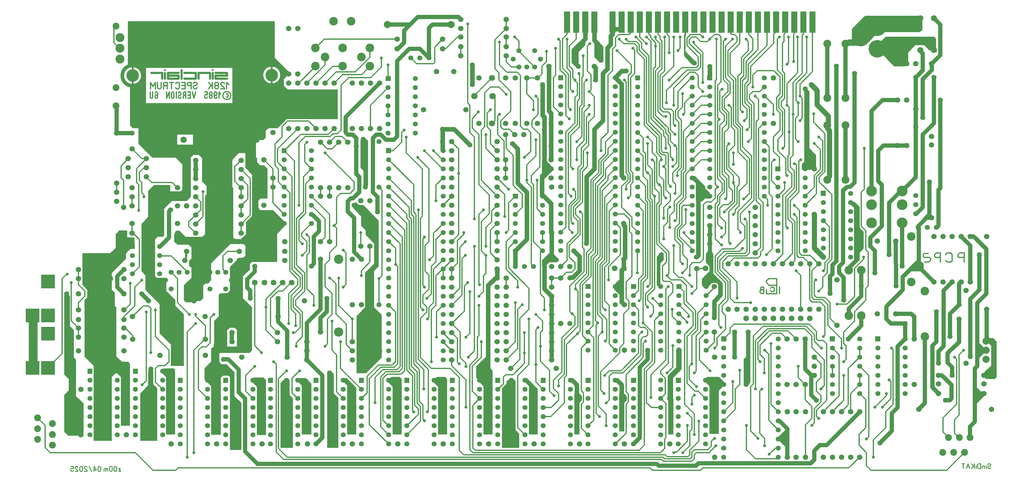
<source format=gbr>
%FSLAX34Y34*%
%MOMM*%
%LNCOPPER_BOTTOM*%
G71*
G01*
%ADD10C,1.400*%
%ADD11C,1.400*%
%ADD12C,1.500*%
%ADD13C,0.800*%
%ADD14C,1.700*%
%ADD15C,0.300*%
%ADD16C,1.500*%
%ADD17C,1.200*%
%ADD18C,1.300*%
%ADD19R,1.800X6.000*%
%ADD20C,1.500*%
%ADD21C,1.600*%
%ADD22C,1.500*%
%ADD23C,1.000*%
%ADD24C,1.100*%
%ADD25C,0.900*%
%ADD26C,0.400*%
%ADD27C,1.400*%
%ADD28C,1.600*%
%ADD29C,2.400*%
%ADD30C,1.800*%
%ADD31C,2.500*%
%ADD32C,1.900*%
%ADD33C,2.000*%
%ADD34C,0.600*%
%ADD35C,1.900*%
%ADD36C,0.238*%
%ADD37C,0.620*%
%ADD38C,0.318*%
%ADD39C,1.800*%
%ADD40C,2.600*%
%ADD41C,2.000*%
%ADD42C,3.000*%
%ADD43C,1.700*%
%ADD44C,2.200*%
%ADD45C,4.900*%
%ADD46C,3.500*%
%ADD47C,0.200*%
%ADD48C,0.500*%
%LPD*%
G36*
X1747290Y1116525D02*
X1747290Y1102525D01*
X1733290Y1102525D01*
X1733290Y1116525D01*
X1747290Y1116525D01*
G37*
X1740290Y1084125D02*
G54D10*
D03*
X1740290Y1058725D02*
G54D10*
D03*
X1740290Y1033325D02*
G54D10*
D03*
X1740290Y1007925D02*
G54D10*
D03*
X1740290Y982525D02*
G54D10*
D03*
X1740290Y957125D02*
G54D10*
D03*
X1740290Y931725D02*
G54D10*
D03*
X1740290Y906325D02*
G54D10*
D03*
X1740290Y880925D02*
G54D10*
D03*
X1740290Y855525D02*
G54D10*
D03*
X1740290Y830125D02*
G54D10*
D03*
X1740290Y804725D02*
G54D10*
D03*
X1740290Y779325D02*
G54D10*
D03*
X1740290Y753925D02*
G54D10*
D03*
X1740290Y728525D02*
G54D10*
D03*
X1740290Y703126D02*
G54D10*
D03*
X1740290Y677725D02*
G54D10*
D03*
X1740290Y652325D02*
G54D10*
D03*
X1740290Y626925D02*
G54D10*
D03*
X1892690Y626925D02*
G54D10*
D03*
X1892690Y652325D02*
G54D10*
D03*
X1892690Y677725D02*
G54D10*
D03*
X1892690Y703125D02*
G54D10*
D03*
X1892690Y728525D02*
G54D10*
D03*
X1892690Y753926D02*
G54D10*
D03*
X1892690Y779325D02*
G54D10*
D03*
X1892690Y804725D02*
G54D10*
D03*
X1892690Y830125D02*
G54D10*
D03*
X1892690Y855525D02*
G54D10*
D03*
X1892690Y880925D02*
G54D10*
D03*
X1892690Y906325D02*
G54D10*
D03*
X1892690Y931725D02*
G54D10*
D03*
X1892690Y957125D02*
G54D10*
D03*
X1892690Y982525D02*
G54D10*
D03*
X1892690Y1007925D02*
G54D10*
D03*
X1892690Y1033325D02*
G54D10*
D03*
X1892690Y1058725D02*
G54D10*
D03*
X1892690Y1084125D02*
G54D10*
D03*
X1892690Y1109525D02*
G54D10*
D03*
G36*
X1532163Y1117224D02*
X1532163Y1103224D01*
X1518163Y1103224D01*
X1518163Y1117224D01*
X1532163Y1117224D01*
G37*
X1525163Y1084824D02*
G54D10*
D03*
X1525163Y1059424D02*
G54D10*
D03*
X1525163Y1034024D02*
G54D10*
D03*
X1525163Y1008624D02*
G54D10*
D03*
X1525163Y983224D02*
G54D10*
D03*
X1525163Y957824D02*
G54D10*
D03*
X1525163Y932424D02*
G54D10*
D03*
X1525163Y907024D02*
G54D10*
D03*
X1525163Y881624D02*
G54D10*
D03*
X1525163Y856224D02*
G54D10*
D03*
X1525163Y830824D02*
G54D10*
D03*
X1525163Y805424D02*
G54D10*
D03*
X1525163Y780024D02*
G54D10*
D03*
X1525163Y754624D02*
G54D10*
D03*
X1525163Y729224D02*
G54D10*
D03*
X1525163Y703824D02*
G54D10*
D03*
X1525163Y678424D02*
G54D10*
D03*
X1525163Y653024D02*
G54D10*
D03*
X1525163Y627624D02*
G54D10*
D03*
X1677563Y627624D02*
G54D10*
D03*
X1677563Y653024D02*
G54D10*
D03*
X1677563Y678424D02*
G54D10*
D03*
X1677563Y703824D02*
G54D10*
D03*
X1677563Y729224D02*
G54D10*
D03*
X1677563Y754624D02*
G54D10*
D03*
X1677563Y780024D02*
G54D10*
D03*
X1677563Y805424D02*
G54D10*
D03*
X1677563Y830824D02*
G54D10*
D03*
X1677563Y856224D02*
G54D10*
D03*
X1677563Y881624D02*
G54D10*
D03*
X1677563Y907024D02*
G54D10*
D03*
X1677563Y932424D02*
G54D10*
D03*
X1677563Y957824D02*
G54D10*
D03*
X1677563Y983224D02*
G54D10*
D03*
X1677563Y1008624D02*
G54D10*
D03*
X1677563Y1034024D02*
G54D10*
D03*
X1677563Y1059424D02*
G54D10*
D03*
X1677563Y1084824D02*
G54D10*
D03*
X1677563Y1110224D02*
G54D10*
D03*
G36*
X1051010Y913666D02*
X1051010Y899666D01*
X1037010Y899666D01*
X1037010Y913666D01*
X1051010Y913666D01*
G37*
X1044010Y881266D02*
G54D10*
D03*
X1044010Y855866D02*
G54D10*
D03*
X1044010Y830466D02*
G54D10*
D03*
X1044010Y805066D02*
G54D10*
D03*
X1044010Y779666D02*
G54D10*
D03*
X1044010Y754266D02*
G54D10*
D03*
X1044010Y728866D02*
G54D10*
D03*
X1044010Y703466D02*
G54D10*
D03*
X1044010Y678066D02*
G54D10*
D03*
X1044010Y652666D02*
G54D10*
D03*
X1044010Y627266D02*
G54D10*
D03*
X1044010Y601866D02*
G54D10*
D03*
X1044010Y576466D02*
G54D10*
D03*
X1044010Y551066D02*
G54D10*
D03*
X1044010Y525666D02*
G54D10*
D03*
X1044010Y500266D02*
G54D10*
D03*
X1044010Y474866D02*
G54D10*
D03*
X1044010Y449466D02*
G54D10*
D03*
X1044010Y424066D02*
G54D10*
D03*
X1044010Y398666D02*
G54D10*
D03*
X1044010Y373266D02*
G54D10*
D03*
X1044010Y347866D02*
G54D10*
D03*
X1044010Y322466D02*
G54D10*
D03*
X1196410Y322466D02*
G54D10*
D03*
X1196410Y347866D02*
G54D10*
D03*
X1196410Y373266D02*
G54D10*
D03*
X1196410Y398666D02*
G54D10*
D03*
X1196410Y424066D02*
G54D10*
D03*
X1196410Y449466D02*
G54D10*
D03*
X1196410Y474866D02*
G54D10*
D03*
X1196410Y500266D02*
G54D10*
D03*
X1196410Y525666D02*
G54D10*
D03*
X1196410Y551066D02*
G54D10*
D03*
X1196410Y576466D02*
G54D10*
D03*
X1196410Y601866D02*
G54D10*
D03*
X1196410Y627266D02*
G54D10*
D03*
X1196410Y652666D02*
G54D10*
D03*
X1196410Y678066D02*
G54D10*
D03*
X1196410Y703466D02*
G54D10*
D03*
X1196410Y728866D02*
G54D10*
D03*
X1196410Y754266D02*
G54D10*
D03*
X1196410Y779666D02*
G54D10*
D03*
X1196410Y805066D02*
G54D10*
D03*
X1196410Y830466D02*
G54D10*
D03*
X1196410Y855866D02*
G54D10*
D03*
X1196410Y881266D02*
G54D10*
D03*
X1196410Y906666D02*
G54D10*
D03*
G36*
X1948512Y1116662D02*
X1948512Y1102662D01*
X1934512Y1102662D01*
X1934512Y1116662D01*
X1948512Y1116662D01*
G37*
X1941512Y1084262D02*
G54D10*
D03*
X1941512Y1058862D02*
G54D10*
D03*
X1941512Y1033462D02*
G54D10*
D03*
X1941512Y1008062D02*
G54D10*
D03*
X1941512Y982662D02*
G54D10*
D03*
X1941512Y957262D02*
G54D10*
D03*
X1941512Y931862D02*
G54D10*
D03*
X1941512Y906462D02*
G54D10*
D03*
X1941512Y881062D02*
G54D10*
D03*
X1941512Y855662D02*
G54D10*
D03*
X1941512Y830262D02*
G54D10*
D03*
X1941512Y804862D02*
G54D10*
D03*
X1941512Y779462D02*
G54D10*
D03*
X2093912Y779462D02*
G54D10*
D03*
X2093912Y804862D02*
G54D10*
D03*
X2093912Y830262D02*
G54D10*
D03*
X2093912Y855662D02*
G54D10*
D03*
X2093912Y881062D02*
G54D10*
D03*
X2093912Y906462D02*
G54D10*
D03*
X2093912Y931862D02*
G54D10*
D03*
X2093912Y957262D02*
G54D10*
D03*
X2093912Y982662D02*
G54D10*
D03*
X2093912Y1008062D02*
G54D10*
D03*
X2093912Y1033462D02*
G54D10*
D03*
X2093912Y1058862D02*
G54D10*
D03*
X2093912Y1084262D02*
G54D10*
D03*
X2093912Y1109662D02*
G54D10*
D03*
G36*
X1988200Y388000D02*
X1988200Y374000D01*
X1974200Y374000D01*
X1974200Y388000D01*
X1988200Y388000D01*
G37*
X1981200Y355600D02*
G54D10*
D03*
X1981200Y330200D02*
G54D10*
D03*
X1981200Y304800D02*
G54D10*
D03*
X1981200Y279400D02*
G54D10*
D03*
X1981200Y254000D02*
G54D10*
D03*
X1981200Y228600D02*
G54D10*
D03*
X1981200Y203200D02*
G54D10*
D03*
X1981200Y177800D02*
G54D10*
D03*
X1981200Y152400D02*
G54D10*
D03*
X1981200Y127000D02*
G54D10*
D03*
X1981200Y101600D02*
G54D10*
D03*
X1981200Y76200D02*
G54D10*
D03*
X1981200Y50800D02*
G54D10*
D03*
X2133600Y50800D02*
G54D10*
D03*
X2133600Y76200D02*
G54D10*
D03*
X2133600Y101600D02*
G54D10*
D03*
X2133600Y127000D02*
G54D10*
D03*
X2133600Y152400D02*
G54D10*
D03*
X2133600Y177800D02*
G54D10*
D03*
X2133600Y203200D02*
G54D10*
D03*
X2133600Y228600D02*
G54D10*
D03*
X2133600Y254000D02*
G54D10*
D03*
X2133600Y279400D02*
G54D10*
D03*
X2133600Y304800D02*
G54D10*
D03*
X2133600Y330200D02*
G54D10*
D03*
X2133600Y355600D02*
G54D10*
D03*
X2133600Y381000D02*
G54D10*
D03*
G36*
X216550Y297512D02*
X216550Y283512D01*
X202550Y283512D01*
X202550Y297512D01*
X216550Y297512D01*
G37*
X209550Y265112D02*
G54D10*
D03*
X209550Y239712D02*
G54D10*
D03*
X209550Y214312D02*
G54D10*
D03*
X209550Y188912D02*
G54D10*
D03*
X209550Y163512D02*
G54D10*
D03*
X209550Y138112D02*
G54D10*
D03*
X209550Y112712D02*
G54D10*
D03*
X285750Y112712D02*
G54D10*
D03*
X285750Y138112D02*
G54D10*
D03*
X285750Y163512D02*
G54D10*
D03*
X285750Y188912D02*
G54D10*
D03*
X285750Y214312D02*
G54D10*
D03*
X285750Y239712D02*
G54D10*
D03*
X285750Y265112D02*
G54D10*
D03*
X285750Y290512D02*
G54D10*
D03*
G36*
X343550Y297512D02*
X343550Y283512D01*
X329550Y283512D01*
X329550Y297512D01*
X343550Y297512D01*
G37*
X336550Y265112D02*
G54D10*
D03*
X336550Y239712D02*
G54D10*
D03*
X336550Y214312D02*
G54D10*
D03*
X336550Y188912D02*
G54D10*
D03*
X336550Y163512D02*
G54D10*
D03*
X336550Y138112D02*
G54D10*
D03*
X336550Y112712D02*
G54D10*
D03*
X412750Y112712D02*
G54D10*
D03*
X412750Y138112D02*
G54D10*
D03*
X412750Y163512D02*
G54D10*
D03*
X412750Y188912D02*
G54D10*
D03*
X412750Y214312D02*
G54D10*
D03*
X412750Y239712D02*
G54D10*
D03*
X412750Y265112D02*
G54D10*
D03*
X412750Y290512D02*
G54D10*
D03*
G36*
X468962Y272112D02*
X468962Y258112D01*
X454962Y258112D01*
X454962Y272112D01*
X468962Y272112D01*
G37*
X461962Y239712D02*
G54D10*
D03*
X461962Y214312D02*
G54D10*
D03*
X461962Y188912D02*
G54D10*
D03*
X461962Y163512D02*
G54D10*
D03*
X461962Y138112D02*
G54D10*
D03*
X461962Y112712D02*
G54D10*
D03*
X461962Y87312D02*
G54D10*
D03*
X538162Y87312D02*
G54D10*
D03*
X538162Y112712D02*
G54D10*
D03*
X538162Y138112D02*
G54D10*
D03*
X538162Y163512D02*
G54D10*
D03*
X538162Y188912D02*
G54D10*
D03*
X538162Y214312D02*
G54D10*
D03*
X538162Y239712D02*
G54D10*
D03*
X538162Y265112D02*
G54D10*
D03*
G36*
X595962Y272112D02*
X595962Y258112D01*
X581962Y258112D01*
X581962Y272112D01*
X595962Y272112D01*
G37*
X588962Y239712D02*
G54D10*
D03*
X588962Y214312D02*
G54D10*
D03*
X588962Y188912D02*
G54D10*
D03*
X588962Y163512D02*
G54D10*
D03*
X588962Y138112D02*
G54D10*
D03*
X588962Y112712D02*
G54D10*
D03*
X588962Y87312D02*
G54D10*
D03*
X665162Y87312D02*
G54D10*
D03*
X665162Y112712D02*
G54D10*
D03*
X665162Y138112D02*
G54D10*
D03*
X665162Y163512D02*
G54D10*
D03*
X665162Y188912D02*
G54D10*
D03*
X665162Y214312D02*
G54D10*
D03*
X665162Y239712D02*
G54D10*
D03*
X665162Y265112D02*
G54D10*
D03*
G36*
X721375Y272112D02*
X721375Y258112D01*
X707375Y258112D01*
X707375Y272112D01*
X721375Y272112D01*
G37*
X714375Y239712D02*
G54D10*
D03*
X714375Y214312D02*
G54D10*
D03*
X714375Y188912D02*
G54D10*
D03*
X714375Y163512D02*
G54D10*
D03*
X714375Y138112D02*
G54D10*
D03*
X714375Y112712D02*
G54D10*
D03*
X714375Y87312D02*
G54D10*
D03*
X790575Y87312D02*
G54D10*
D03*
X790575Y112712D02*
G54D10*
D03*
X790575Y138112D02*
G54D10*
D03*
X790575Y163512D02*
G54D10*
D03*
X790575Y188912D02*
G54D10*
D03*
X790575Y214312D02*
G54D10*
D03*
X790575Y239712D02*
G54D10*
D03*
X790575Y265112D02*
G54D10*
D03*
G36*
X848375Y272112D02*
X848375Y258112D01*
X834375Y258112D01*
X834375Y272112D01*
X848375Y272112D01*
G37*
X841375Y239712D02*
G54D10*
D03*
X841375Y214312D02*
G54D10*
D03*
X841375Y188912D02*
G54D10*
D03*
X841375Y163512D02*
G54D10*
D03*
X841375Y138112D02*
G54D10*
D03*
X841375Y112712D02*
G54D10*
D03*
X841375Y87312D02*
G54D10*
D03*
X917575Y87312D02*
G54D10*
D03*
X917575Y112712D02*
G54D10*
D03*
X917575Y138112D02*
G54D10*
D03*
X917575Y163512D02*
G54D10*
D03*
X917575Y188912D02*
G54D10*
D03*
X917575Y214312D02*
G54D10*
D03*
X917575Y239712D02*
G54D10*
D03*
X917575Y265112D02*
G54D10*
D03*
G36*
X975375Y272112D02*
X975375Y258112D01*
X961375Y258112D01*
X961375Y272112D01*
X975375Y272112D01*
G37*
X968375Y239712D02*
G54D10*
D03*
X968375Y214312D02*
G54D10*
D03*
X968375Y188912D02*
G54D10*
D03*
X968375Y163512D02*
G54D10*
D03*
X968375Y138112D02*
G54D10*
D03*
X968375Y112712D02*
G54D10*
D03*
X968375Y87312D02*
G54D10*
D03*
X1044575Y87312D02*
G54D10*
D03*
X1044575Y112712D02*
G54D10*
D03*
X1044575Y138112D02*
G54D10*
D03*
X1044575Y163512D02*
G54D10*
D03*
X1044575Y188912D02*
G54D10*
D03*
X1044575Y214312D02*
G54D10*
D03*
X1044575Y239712D02*
G54D10*
D03*
X1044575Y265112D02*
G54D10*
D03*
G36*
X1102375Y272112D02*
X1102375Y258112D01*
X1088375Y258112D01*
X1088375Y272112D01*
X1102375Y272112D01*
G37*
X1095375Y239712D02*
G54D10*
D03*
X1095375Y214312D02*
G54D10*
D03*
X1095375Y188912D02*
G54D10*
D03*
X1095375Y163512D02*
G54D10*
D03*
X1095375Y138112D02*
G54D10*
D03*
X1095375Y112712D02*
G54D10*
D03*
X1095375Y87312D02*
G54D10*
D03*
X1171575Y87312D02*
G54D10*
D03*
X1171575Y112712D02*
G54D10*
D03*
X1171575Y138112D02*
G54D10*
D03*
X1171575Y163512D02*
G54D10*
D03*
X1171575Y188912D02*
G54D10*
D03*
X1171575Y214312D02*
G54D10*
D03*
X1171575Y239712D02*
G54D10*
D03*
X1171575Y265112D02*
G54D10*
D03*
G36*
X1229375Y272112D02*
X1229375Y258112D01*
X1215375Y258112D01*
X1215375Y272112D01*
X1229375Y272112D01*
G37*
X1222375Y239712D02*
G54D10*
D03*
X1222375Y214312D02*
G54D10*
D03*
X1222375Y188912D02*
G54D10*
D03*
X1222375Y163512D02*
G54D10*
D03*
X1222375Y138112D02*
G54D10*
D03*
X1222375Y112712D02*
G54D10*
D03*
X1222375Y87312D02*
G54D10*
D03*
X1298575Y87312D02*
G54D10*
D03*
X1298575Y112712D02*
G54D10*
D03*
X1298575Y138112D02*
G54D10*
D03*
X1298575Y163512D02*
G54D10*
D03*
X1298575Y188912D02*
G54D10*
D03*
X1298575Y214312D02*
G54D10*
D03*
X1298575Y239712D02*
G54D10*
D03*
X1298575Y265112D02*
G54D10*
D03*
G36*
X1356375Y272112D02*
X1356375Y258112D01*
X1342375Y258112D01*
X1342375Y272112D01*
X1356375Y272112D01*
G37*
X1349375Y239712D02*
G54D10*
D03*
X1349375Y214312D02*
G54D10*
D03*
X1349375Y188912D02*
G54D10*
D03*
X1349375Y163512D02*
G54D10*
D03*
X1349375Y138112D02*
G54D10*
D03*
X1349375Y112712D02*
G54D10*
D03*
X1349375Y87312D02*
G54D10*
D03*
X1425575Y87312D02*
G54D10*
D03*
X1425575Y112712D02*
G54D10*
D03*
X1425575Y138112D02*
G54D10*
D03*
X1425575Y163512D02*
G54D10*
D03*
X1425575Y188912D02*
G54D10*
D03*
X1425575Y214312D02*
G54D10*
D03*
X1425575Y239712D02*
G54D10*
D03*
X1425575Y265112D02*
G54D10*
D03*
G36*
X1483375Y272112D02*
X1483375Y258112D01*
X1469375Y258112D01*
X1469375Y272112D01*
X1483375Y272112D01*
G37*
X1476375Y239712D02*
G54D10*
D03*
X1476375Y214312D02*
G54D10*
D03*
X1476375Y188912D02*
G54D10*
D03*
X1476375Y163512D02*
G54D10*
D03*
X1476375Y138112D02*
G54D10*
D03*
X1476375Y112712D02*
G54D10*
D03*
X1476375Y87312D02*
G54D10*
D03*
X1552575Y87312D02*
G54D10*
D03*
X1552575Y112712D02*
G54D10*
D03*
X1552575Y138112D02*
G54D10*
D03*
X1552575Y163512D02*
G54D10*
D03*
X1552575Y188912D02*
G54D10*
D03*
X1552575Y214312D02*
G54D10*
D03*
X1552575Y239712D02*
G54D10*
D03*
X1552575Y265112D02*
G54D10*
D03*
G36*
X1608788Y272112D02*
X1608788Y258112D01*
X1594788Y258112D01*
X1594788Y272112D01*
X1608788Y272112D01*
G37*
X1601788Y239712D02*
G54D10*
D03*
X1601788Y214312D02*
G54D10*
D03*
X1601788Y188912D02*
G54D10*
D03*
X1601788Y163512D02*
G54D10*
D03*
X1601788Y138112D02*
G54D10*
D03*
X1601788Y112712D02*
G54D10*
D03*
X1601788Y87312D02*
G54D10*
D03*
X1677988Y87312D02*
G54D10*
D03*
X1677988Y112712D02*
G54D10*
D03*
X1677988Y138112D02*
G54D10*
D03*
X1677988Y163512D02*
G54D10*
D03*
X1677988Y188912D02*
G54D10*
D03*
X1677988Y214312D02*
G54D10*
D03*
X1677988Y239712D02*
G54D10*
D03*
X1677988Y265112D02*
G54D10*
D03*
G36*
X1735788Y272112D02*
X1735788Y258112D01*
X1721788Y258112D01*
X1721788Y272112D01*
X1735788Y272112D01*
G37*
X1728788Y239712D02*
G54D10*
D03*
X1728788Y214312D02*
G54D10*
D03*
X1728788Y188912D02*
G54D10*
D03*
X1728788Y163512D02*
G54D10*
D03*
X1728788Y138112D02*
G54D10*
D03*
X1728788Y112712D02*
G54D10*
D03*
X1728788Y87312D02*
G54D10*
D03*
X1804988Y87312D02*
G54D10*
D03*
X1804988Y112712D02*
G54D10*
D03*
X1804988Y138112D02*
G54D10*
D03*
X1804988Y163512D02*
G54D10*
D03*
X1804988Y188912D02*
G54D10*
D03*
X1804988Y214312D02*
G54D10*
D03*
X1804988Y239712D02*
G54D10*
D03*
X1804988Y265112D02*
G54D10*
D03*
G36*
X1861200Y272112D02*
X1861200Y258112D01*
X1847200Y258112D01*
X1847200Y272112D01*
X1861200Y272112D01*
G37*
X1854200Y239712D02*
G54D10*
D03*
X1854200Y214312D02*
G54D10*
D03*
X1854200Y188912D02*
G54D10*
D03*
X1854200Y163512D02*
G54D10*
D03*
X1854200Y138112D02*
G54D10*
D03*
X1854200Y112712D02*
G54D10*
D03*
X1854200Y87312D02*
G54D10*
D03*
X1930400Y87312D02*
G54D10*
D03*
X1930400Y112712D02*
G54D10*
D03*
X1930400Y138112D02*
G54D10*
D03*
X1930400Y163512D02*
G54D10*
D03*
X1930400Y188912D02*
G54D10*
D03*
X1930400Y214312D02*
G54D10*
D03*
X1930400Y239712D02*
G54D10*
D03*
X1930400Y265112D02*
G54D10*
D03*
G36*
X2291412Y388000D02*
X2291412Y374000D01*
X2277412Y374000D01*
X2277412Y388000D01*
X2291412Y388000D01*
G37*
X2284412Y355600D02*
G54D10*
D03*
X2284412Y330200D02*
G54D10*
D03*
X2284412Y304800D02*
G54D10*
D03*
X2284412Y279400D02*
G54D10*
D03*
X2284412Y254000D02*
G54D10*
D03*
X2284412Y228600D02*
G54D10*
D03*
X2360612Y228600D02*
G54D10*
D03*
X2360612Y254000D02*
G54D10*
D03*
X2360612Y279400D02*
G54D10*
D03*
X2360612Y304800D02*
G54D10*
D03*
X2360612Y330200D02*
G54D10*
D03*
X2360612Y355600D02*
G54D10*
D03*
X2360612Y381000D02*
G54D10*
D03*
G36*
X2418412Y388000D02*
X2418412Y374000D01*
X2404412Y374000D01*
X2404412Y388000D01*
X2418412Y388000D01*
G37*
X2411412Y355600D02*
G54D10*
D03*
X2411412Y330200D02*
G54D10*
D03*
X2411412Y304800D02*
G54D10*
D03*
X2411412Y279400D02*
G54D10*
D03*
X2411412Y254000D02*
G54D10*
D03*
X2411412Y228600D02*
G54D10*
D03*
X2487612Y228600D02*
G54D10*
D03*
X2487612Y254000D02*
G54D10*
D03*
X2487612Y279400D02*
G54D10*
D03*
X2487612Y304800D02*
G54D10*
D03*
X2487612Y330200D02*
G54D10*
D03*
X2487612Y355600D02*
G54D10*
D03*
X2487612Y381000D02*
G54D10*
D03*
G36*
X1608788Y534050D02*
X1608788Y520050D01*
X1594788Y520050D01*
X1594788Y534050D01*
X1608788Y534050D01*
G37*
X1601788Y501650D02*
G54D10*
D03*
X1601788Y476250D02*
G54D10*
D03*
X1601788Y450850D02*
G54D10*
D03*
X1601788Y425450D02*
G54D10*
D03*
X1601788Y400050D02*
G54D10*
D03*
X1601788Y374650D02*
G54D10*
D03*
X1601788Y349250D02*
G54D10*
D03*
X1677988Y349250D02*
G54D10*
D03*
X1677988Y374650D02*
G54D10*
D03*
X1677988Y400050D02*
G54D10*
D03*
X1677988Y425450D02*
G54D10*
D03*
X1677988Y450850D02*
G54D10*
D03*
X1677988Y476250D02*
G54D10*
D03*
X1677988Y501650D02*
G54D10*
D03*
X1677988Y527050D02*
G54D10*
D03*
G36*
X1735788Y534050D02*
X1735788Y520050D01*
X1721788Y520050D01*
X1721788Y534050D01*
X1735788Y534050D01*
G37*
X1728788Y501650D02*
G54D10*
D03*
X1728788Y476250D02*
G54D10*
D03*
X1728788Y450850D02*
G54D10*
D03*
X1728788Y425450D02*
G54D10*
D03*
X1728788Y400050D02*
G54D10*
D03*
X1728788Y374650D02*
G54D10*
D03*
X1728788Y349250D02*
G54D10*
D03*
X1804988Y349250D02*
G54D10*
D03*
X1804988Y374650D02*
G54D10*
D03*
X1804988Y400050D02*
G54D10*
D03*
X1804988Y425450D02*
G54D10*
D03*
X1804988Y450850D02*
G54D10*
D03*
X1804988Y476250D02*
G54D10*
D03*
X1804988Y501650D02*
G54D10*
D03*
X1804988Y527050D02*
G54D10*
D03*
G36*
X1862788Y534050D02*
X1862788Y520050D01*
X1848788Y520050D01*
X1848788Y534050D01*
X1862788Y534050D01*
G37*
X1855788Y501650D02*
G54D10*
D03*
X1855788Y476250D02*
G54D10*
D03*
X1855788Y450850D02*
G54D10*
D03*
X1855788Y425450D02*
G54D10*
D03*
X1855788Y400050D02*
G54D10*
D03*
X1855788Y374650D02*
G54D10*
D03*
X1855788Y349250D02*
G54D10*
D03*
X1931988Y349250D02*
G54D10*
D03*
X1931988Y374650D02*
G54D10*
D03*
X1931988Y400050D02*
G54D10*
D03*
X1931988Y425450D02*
G54D10*
D03*
X1931988Y450850D02*
G54D10*
D03*
X1931988Y476250D02*
G54D10*
D03*
X1931988Y501650D02*
G54D10*
D03*
X1931988Y527050D02*
G54D10*
D03*
G36*
X2266012Y794400D02*
X2266012Y780400D01*
X2252012Y780400D01*
X2252012Y794400D01*
X2266012Y794400D01*
G37*
X2259012Y762000D02*
G54D10*
D03*
X2259012Y736600D02*
G54D10*
D03*
X2259012Y711200D02*
G54D10*
D03*
X2259012Y685800D02*
G54D10*
D03*
X2259012Y660400D02*
G54D10*
D03*
X2259012Y635000D02*
G54D10*
D03*
X2259012Y609600D02*
G54D10*
D03*
X2335212Y609600D02*
G54D10*
D03*
X2335212Y635000D02*
G54D10*
D03*
X2335212Y660400D02*
G54D10*
D03*
X2335212Y685800D02*
G54D10*
D03*
X2335212Y711200D02*
G54D10*
D03*
X2335212Y736600D02*
G54D10*
D03*
X2335212Y762000D02*
G54D10*
D03*
X2335212Y787400D02*
G54D10*
D03*
G36*
X2139012Y862662D02*
X2139012Y848662D01*
X2125012Y848662D01*
X2125012Y862662D01*
X2139012Y862662D01*
G37*
X2132012Y830262D02*
G54D10*
D03*
X2132012Y804862D02*
G54D10*
D03*
X2132012Y779462D02*
G54D10*
D03*
X2132012Y754062D02*
G54D10*
D03*
X2132012Y728662D02*
G54D10*
D03*
X2132012Y703262D02*
G54D10*
D03*
X2132012Y677862D02*
G54D10*
D03*
X2132012Y652462D02*
G54D10*
D03*
X2132012Y627062D02*
G54D10*
D03*
X2208212Y627062D02*
G54D10*
D03*
X2208212Y652462D02*
G54D10*
D03*
X2208212Y677862D02*
G54D10*
D03*
X2208212Y703262D02*
G54D10*
D03*
X2208212Y728662D02*
G54D10*
D03*
X2208212Y754062D02*
G54D10*
D03*
X2208212Y779462D02*
G54D10*
D03*
X2208212Y804862D02*
G54D10*
D03*
X2208212Y830262D02*
G54D10*
D03*
X2208212Y855662D02*
G54D10*
D03*
G36*
X1405588Y786462D02*
X1405588Y772462D01*
X1391588Y772462D01*
X1391588Y786462D01*
X1405588Y786462D01*
G37*
X1398588Y754062D02*
G54D10*
D03*
X1398588Y728662D02*
G54D10*
D03*
X1398588Y703262D02*
G54D10*
D03*
X1398588Y677862D02*
G54D10*
D03*
X1398588Y652462D02*
G54D10*
D03*
X1398588Y627062D02*
G54D10*
D03*
X1474788Y627062D02*
G54D10*
D03*
X1474788Y652462D02*
G54D10*
D03*
X1474788Y677862D02*
G54D10*
D03*
X1474788Y703262D02*
G54D10*
D03*
X1474788Y728662D02*
G54D10*
D03*
X1474788Y754062D02*
G54D10*
D03*
X1474788Y779462D02*
G54D10*
D03*
G36*
X1049988Y1115075D02*
X1049988Y1101075D01*
X1035988Y1101075D01*
X1035988Y1115075D01*
X1049988Y1115075D01*
G37*
X1042988Y1082675D02*
G54D11*
D03*
X1042988Y1057275D02*
G54D11*
D03*
X1042988Y1031875D02*
G54D11*
D03*
X1042988Y1006475D02*
G54D11*
D03*
X1042988Y981075D02*
G54D11*
D03*
X1042988Y955675D02*
G54D11*
D03*
X1119188Y955675D02*
G54D11*
D03*
X1119188Y981075D02*
G54D11*
D03*
X1119188Y1006475D02*
G54D11*
D03*
X1119188Y1031875D02*
G54D11*
D03*
X1119188Y1057275D02*
G54D11*
D03*
X1119188Y1082675D02*
G54D11*
D03*
X1119188Y1108075D02*
G54D11*
D03*
G36*
X759475Y913462D02*
X759475Y899462D01*
X745475Y899462D01*
X745475Y913462D01*
X759475Y913462D01*
G37*
X752475Y881062D02*
G54D10*
D03*
X752475Y855662D02*
G54D10*
D03*
X752475Y830262D02*
G54D10*
D03*
X752475Y804862D02*
G54D10*
D03*
X752475Y779462D02*
G54D10*
D03*
X752475Y754062D02*
G54D10*
D03*
X752475Y728662D02*
G54D10*
D03*
X752475Y703262D02*
G54D10*
D03*
X828675Y703262D02*
G54D10*
D03*
X828675Y728662D02*
G54D10*
D03*
X828675Y754062D02*
G54D10*
D03*
X828675Y779462D02*
G54D10*
D03*
X828675Y804862D02*
G54D10*
D03*
X828675Y830262D02*
G54D10*
D03*
X828675Y855662D02*
G54D10*
D03*
X828675Y881062D02*
G54D10*
D03*
X828675Y906462D02*
G54D10*
D03*
X993775Y1095375D02*
G54D12*
D03*
X993775Y968375D02*
G54D12*
D03*
X942975Y1095375D02*
G54D12*
D03*
X942975Y968375D02*
G54D12*
D03*
X1019175Y1095375D02*
G54D12*
D03*
X1019175Y968375D02*
G54D12*
D03*
X968375Y1095375D02*
G54D12*
D03*
X968375Y968375D02*
G54D12*
D03*
X1087438Y963612D02*
G54D13*
D03*
X1296988Y1109662D02*
G54D12*
D03*
X1296988Y982662D02*
G54D12*
D03*
X1333500Y1109662D02*
G54D14*
D03*
X1333500Y982662D02*
G54D14*
D03*
X1226325Y1127125D02*
G54D12*
D03*
X1177925Y1127125D02*
G54D12*
D03*
X1042988Y1146175D02*
G54D13*
D03*
G54D15*
X1042988Y1146175D02*
X1042988Y1108075D01*
G54D15*
X1087438Y963612D02*
X1081088Y957262D01*
X1081088Y930275D01*
X1057275Y906462D01*
X1044213Y906462D01*
X1044010Y906666D01*
X1277937Y1146175D02*
G54D11*
D03*
G54D15*
X1042988Y1082675D02*
X993775Y1033462D01*
X993775Y968375D01*
G54D15*
X1042988Y1031875D02*
X1042988Y1006475D01*
X1195387Y966788D02*
G54D11*
D03*
X1141413Y1020762D02*
G54D16*
D03*
X1260475Y1020762D02*
G54D16*
D03*
G54D15*
X1044010Y881266D02*
X1044371Y881266D01*
X1114425Y811212D01*
X1114425Y735012D01*
X1120775Y728662D01*
X1120775Y317500D01*
X1143000Y295275D01*
X1143000Y241300D01*
X1143000Y241300D02*
G54D13*
D03*
X1125538Y887412D02*
G54D13*
D03*
G54D15*
X1125538Y887412D02*
X1157288Y855662D01*
X1157288Y652462D01*
X1146175Y641350D01*
X1146175Y569912D01*
X1157288Y558800D01*
X1157288Y520700D01*
X1139825Y503238D01*
X1139825Y481012D01*
X1150938Y469900D01*
X1150938Y455612D01*
X1133475Y438150D01*
X1133475Y328612D01*
X1163638Y298450D01*
X1216025Y298450D01*
X1241425Y273050D01*
X1241425Y69850D01*
X1254125Y57150D01*
X1817688Y57150D01*
X1822450Y52388D01*
X1881188Y52388D01*
X1885950Y57150D01*
X1885950Y69850D01*
X1911350Y95250D01*
X1911350Y151400D01*
X1911350Y151400D02*
G54D13*
D03*
X2044700Y139700D02*
G54D13*
D03*
G54D15*
X2044700Y139700D02*
X2044700Y71438D01*
X2070100Y46038D01*
X2128838Y46038D01*
X2133600Y50800D01*
G54D15*
X1044010Y830466D02*
X1044371Y830466D01*
X1108075Y766762D01*
X1108075Y728662D01*
X1114425Y722312D01*
X1114425Y311150D01*
X1130300Y295275D01*
X1130300Y206375D01*
X1139825Y196850D01*
X1139825Y157162D01*
X1144588Y152400D01*
X1144588Y152400D02*
G54D13*
D03*
G54D15*
X1044010Y805066D02*
X1044371Y805066D01*
X1101725Y747712D01*
X1101725Y722312D01*
X1108075Y715962D01*
X1108075Y304800D01*
X1123950Y288925D01*
X1123950Y201612D01*
X1133475Y192088D01*
X1133475Y150812D01*
X1095375Y112712D01*
G54D15*
X1044010Y779666D02*
X1044371Y779666D01*
X1095375Y728662D01*
X1095375Y717550D01*
X1101725Y711200D01*
X1101725Y298450D01*
X1117600Y282575D01*
X1117600Y195262D01*
X1127125Y185738D01*
X1127125Y169862D01*
X1095375Y138112D01*
G54D15*
X1044010Y754266D02*
X1044371Y754266D01*
X1095375Y703262D01*
X1095375Y293688D01*
X1111250Y277812D01*
X1111250Y179388D01*
X1114425Y176212D01*
X1114425Y176212D02*
G54D13*
D03*
G54D15*
X1044010Y728866D02*
X1044371Y728866D01*
X1089025Y684212D01*
X1089025Y292100D01*
X1079500Y282575D01*
X1039812Y282575D01*
X1028700Y271462D01*
X1028700Y153988D01*
X1044575Y138112D01*
G54D15*
X1044010Y703466D02*
X1044371Y703466D01*
X1082675Y665162D01*
X1082675Y298450D01*
X1073150Y288925D01*
X1036638Y288925D01*
X1022350Y274638D01*
X1022350Y134938D01*
X1044575Y112712D01*
G54D15*
X1044010Y678066D02*
X1044371Y678066D01*
X1076325Y646112D01*
X1076325Y303212D01*
X1068388Y295275D01*
X1028700Y295275D01*
X1006475Y273050D01*
X1006475Y203200D01*
X1006475Y203200D02*
G54D13*
D03*
X1063625Y588962D02*
G54D13*
D03*
G54D15*
X1044010Y652666D02*
X1044371Y652666D01*
X1063625Y633412D01*
X1063625Y588962D01*
X1069975Y582612D01*
X1069975Y311150D01*
X1060450Y301625D01*
X1022350Y301625D01*
X990600Y269875D01*
X990600Y141288D01*
X1044575Y87312D01*
X2182812Y571500D02*
G54D13*
D03*
X2195512Y590550D02*
G54D12*
D03*
X2195512Y463550D02*
G54D12*
D03*
G54D15*
X2182812Y571500D02*
X2195512Y558800D01*
X2195512Y463550D01*
X2259012Y571500D02*
G54D13*
D03*
G54D15*
X2259012Y571500D02*
X2263775Y576262D01*
X2263775Y593725D01*
X2276475Y606425D01*
X2276475Y693738D01*
X2259012Y711200D01*
X1347788Y728662D02*
G54D12*
D03*
X1220788Y728662D02*
G54D12*
D03*
X1347788Y754062D02*
G54D12*
D03*
X1220788Y754062D02*
G54D12*
D03*
X1347788Y804862D02*
G54D12*
D03*
X1220788Y804862D02*
G54D12*
D03*
X1347788Y830262D02*
G54D12*
D03*
X1220788Y830262D02*
G54D12*
D03*
X1347788Y855662D02*
G54D12*
D03*
X1220788Y855662D02*
G54D12*
D03*
X1347788Y881062D02*
G54D12*
D03*
X1220788Y881062D02*
G54D12*
D03*
X1347788Y906462D02*
G54D12*
D03*
X1220788Y906462D02*
G54D12*
D03*
X1560512Y798512D02*
G54D13*
D03*
X1557338Y677862D02*
G54D13*
D03*
G54D15*
X1560512Y798512D02*
X1566862Y792162D01*
X1566862Y773112D01*
X1547812Y754062D01*
X1547812Y687388D01*
X1557338Y677862D01*
X1316038Y639762D02*
G54D13*
D03*
G54D15*
X1347787Y754062D02*
X1331912Y738188D01*
X1331912Y708025D01*
X1316038Y692150D01*
X1316038Y639762D01*
X1368425Y722312D02*
G54D13*
D03*
G54D15*
X1347788Y804862D02*
X1368425Y784225D01*
X1368425Y722312D01*
X1379538Y798512D02*
G54D13*
D03*
G54D15*
X1347788Y830262D02*
X1379538Y798512D01*
X1316038Y950912D02*
G54D13*
D03*
G54D15*
X1347788Y881062D02*
X1316038Y912812D01*
X1316038Y950912D01*
X1328738Y1020762D02*
G54D13*
D03*
G54D15*
X1347788Y906462D02*
X1328738Y925512D01*
X1328738Y963612D01*
X1319212Y973138D01*
X1319212Y1011238D01*
X1328738Y1020762D01*
X1296988Y500062D02*
G54D13*
D03*
G54D15*
X1296988Y500062D02*
X1309688Y512762D01*
X1309688Y557212D01*
X1316038Y563562D01*
X1316038Y614362D01*
X1303338Y627062D01*
X1303338Y708025D01*
X1325562Y730250D01*
X1325562Y782638D01*
X1296988Y811212D01*
X1296988Y950912D01*
X1277938Y969962D01*
X1277938Y995362D01*
X1295400Y1014412D01*
X1295400Y1014412D02*
G54D13*
D03*
X1316038Y614362D02*
G54D13*
D03*
G54D15*
X1892690Y626925D02*
X1892690Y631435D01*
X1857375Y666750D01*
X1857375Y685800D01*
X1874838Y703262D01*
X1874838Y741950D01*
X1874838Y741950D02*
G54D13*
D03*
X2068512Y747712D02*
G54D12*
D03*
X1941512Y747712D02*
G54D12*
D03*
X1985962Y771525D02*
G54D13*
D03*
G54D15*
X1985962Y771525D02*
X1989138Y774700D01*
X1989138Y828675D01*
X1976438Y841375D01*
X1976438Y968375D01*
X1989138Y981075D01*
X1989138Y1009650D01*
X1976438Y1022350D01*
X1976438Y1055688D01*
X1992312Y1071562D01*
X1992312Y1092200D01*
X1979612Y1104900D01*
X1979612Y1211262D01*
X1985962Y1217612D01*
X1985962Y1217612D02*
G54D13*
D03*
X1144588Y525462D02*
G54D13*
D03*
G54D15*
X1144588Y525462D02*
X1139825Y530225D01*
X1139825Y660400D01*
X1144588Y665162D01*
X1144588Y665162D02*
G54D13*
D03*
X1870075Y677862D02*
G54D13*
D03*
G54D15*
X1870075Y677862D02*
X1870075Y674940D01*
X1892690Y652325D01*
X1974850Y665162D02*
G54D13*
D03*
G54D15*
X1974850Y665162D02*
X1985962Y676275D01*
X1985962Y706438D01*
X1970088Y722312D01*
X1970088Y746125D01*
X1979612Y755650D01*
X1993900Y755650D01*
X2005012Y766762D01*
X2005012Y795338D01*
X1995488Y804862D01*
X1995488Y835025D01*
X1982788Y847725D01*
X1982788Y957262D01*
X1995488Y969962D01*
X1995488Y1012825D01*
X1982788Y1025525D01*
X1982788Y1050925D01*
X1998662Y1066800D01*
X1998662Y1096962D01*
X1985962Y1109662D01*
X1985962Y1198562D01*
X2005012Y1217612D01*
X2005012Y1217612D02*
G54D13*
D03*
G54D15*
X1474788Y677862D02*
X1474788Y652462D01*
G54D15*
X1474788Y627062D02*
X1449388Y652462D01*
X1449388Y811212D01*
X1443038Y817562D01*
X1443038Y836612D01*
X1466850Y860425D01*
X1466850Y950912D01*
X1444625Y973138D01*
X1444625Y990600D01*
X1462088Y1008062D01*
X1462088Y1052512D01*
X1455738Y1058862D01*
X1455738Y1058862D02*
G54D13*
D03*
G54D15*
X1474788Y627062D02*
X1468438Y620712D01*
X1468438Y506412D01*
X1479550Y495300D01*
X1479550Y461962D01*
X1479550Y461962D02*
G54D13*
D03*
G54D15*
X1728788Y476250D02*
X1743075Y461962D01*
X1743075Y417512D01*
X1747838Y412750D01*
X1760538Y412750D01*
X1768475Y404812D01*
X1768475Y392112D01*
X1763712Y387350D01*
X1757362Y387350D01*
X1749425Y379412D01*
X1749425Y336550D01*
X1698625Y285750D01*
X1670050Y285750D01*
X1660525Y276225D01*
X1660525Y210138D01*
X1652588Y202200D01*
X1652588Y202200D02*
G54D13*
D03*
X1139825Y461962D02*
G54D13*
D03*
G54D15*
X1139825Y461962D02*
X1133475Y468312D01*
X1133475Y717550D01*
X1138238Y722312D01*
X1138238Y855662D01*
X1093788Y900112D01*
X1093788Y944562D01*
X1093788Y944562D02*
G54D13*
D03*
X1430338Y1109662D02*
G54D12*
D03*
X1430338Y982662D02*
G54D12*
D03*
G54D15*
X1044010Y474866D02*
X1044371Y474866D01*
X1063625Y455612D01*
X1063625Y317500D01*
X1054100Y307975D01*
X1016000Y307975D01*
X984250Y276225D01*
X984250Y230188D01*
X968375Y214312D01*
X1152525Y177800D02*
G54D13*
D03*
G54D15*
X1152525Y177800D02*
X1152525Y179388D01*
X1155700Y182562D01*
X1155700Y295275D01*
X1127125Y323850D01*
X1127125Y741362D01*
X1127125Y741362D02*
G54D13*
D03*
X355600Y252412D02*
G54D13*
D03*
G54D15*
X355600Y252412D02*
X366712Y263525D01*
X366712Y455612D01*
X366712Y455612D02*
G54D13*
D03*
X917575Y525462D02*
G54D13*
D03*
G54D15*
X917575Y525462D02*
X925338Y533225D01*
X925338Y620888D01*
X917575Y628650D01*
X917575Y628650D02*
G54D13*
D03*
X1258888Y652462D02*
G54D13*
D03*
G54D15*
X1258888Y652462D02*
X1243012Y636588D01*
X1243012Y522288D01*
X1220788Y500062D01*
X1347788Y500062D02*
G54D12*
D03*
X1220788Y500062D02*
G54D12*
D03*
X1347788Y474662D02*
G54D12*
D03*
X1220788Y474662D02*
G54D12*
D03*
X1347788Y449262D02*
G54D12*
D03*
X1220788Y449262D02*
G54D12*
D03*
X1347788Y423862D02*
G54D12*
D03*
X1220788Y423862D02*
G54D12*
D03*
X1347788Y398462D02*
G54D12*
D03*
X1220788Y398462D02*
G54D12*
D03*
X1347788Y373062D02*
G54D12*
D03*
X1220788Y373062D02*
G54D12*
D03*
X1347788Y347662D02*
G54D12*
D03*
X1220788Y347662D02*
G54D12*
D03*
X1347788Y322262D02*
G54D12*
D03*
X1220788Y322262D02*
G54D12*
D03*
G54D15*
X412750Y239712D02*
X392112Y260350D01*
X392112Y298450D01*
X400050Y306388D01*
X419100Y306388D01*
X430212Y317500D01*
X430212Y349250D01*
X392112Y387350D01*
X392112Y461962D01*
X392112Y461962D02*
G54D13*
D03*
G54D15*
X665162Y214312D02*
X644525Y234950D01*
X644525Y279400D01*
X669925Y304800D01*
X669925Y304800D02*
G54D13*
D03*
X1260475Y303212D02*
G54D13*
D03*
G54D15*
X1260475Y303212D02*
X1260475Y312738D01*
X1244600Y328612D01*
X1244600Y400050D01*
X1220788Y423862D01*
X1255712Y458788D01*
X1255712Y528638D01*
X1265238Y538162D01*
X1265238Y538162D02*
G54D13*
D03*
G54D15*
X538162Y214312D02*
X512762Y239712D01*
X512762Y349250D01*
X522288Y358775D01*
X534988Y358775D01*
X546100Y369888D01*
X546100Y439738D01*
X555625Y449262D01*
X555625Y449262D02*
G54D13*
D03*
X1152525Y436562D02*
G54D13*
D03*
G54D15*
X1152525Y436562D02*
X1157288Y441325D01*
X1157288Y469900D01*
X1169988Y482600D01*
X1169988Y575444D01*
X1196410Y601866D01*
G54D15*
X790575Y214312D02*
X774700Y230188D01*
X774700Y271462D01*
X795338Y292100D01*
X795338Y292100D02*
G54D13*
D03*
X1241425Y311150D02*
G54D13*
D03*
G54D15*
X1241425Y311150D02*
X1236662Y315912D01*
X1236662Y382587D01*
X1220788Y398462D01*
X1177925Y385762D02*
G54D13*
D03*
G54D15*
X1177925Y385762D02*
X1177925Y456381D01*
X1196410Y474866D01*
G54D15*
X917575Y214312D02*
X898525Y233362D01*
X898525Y336550D01*
X885825Y349250D01*
X885825Y430212D01*
X885825Y430212D02*
G54D13*
D03*
G54D15*
X1196410Y398666D02*
X1196410Y397440D01*
X1220788Y373062D01*
G54D15*
X968375Y239712D02*
X909638Y298450D01*
X909638Y373062D01*
X909638Y373062D02*
G54D13*
D03*
G54D15*
X1196410Y373266D02*
X1196410Y372040D01*
X1220788Y347662D01*
X1260475Y190500D02*
G54D13*
D03*
G54D15*
X1260475Y190500D02*
X1260475Y266700D01*
X1220788Y306388D01*
X1220788Y322262D01*
X1519238Y249237D02*
G54D13*
D03*
G54D15*
X1519238Y249237D02*
X1519238Y266700D01*
X1535112Y282575D01*
X1535112Y377825D01*
X1573212Y415925D01*
X1573212Y514350D01*
X1566862Y520700D01*
X1566862Y520700D02*
G54D13*
D03*
G54D15*
X1566862Y520700D02*
X1566862Y533400D01*
X1597025Y563562D01*
X1597025Y622300D01*
X1609725Y635000D01*
X1609725Y823912D01*
X1631950Y846138D01*
X1631950Y879475D01*
X1651000Y898525D01*
X1651000Y931262D01*
X1677563Y957824D01*
G54D15*
X1804988Y188912D02*
X1779588Y188912D01*
X1765300Y203200D01*
X1765300Y292100D01*
X1787525Y314325D01*
X1787525Y433388D01*
X1804988Y450850D01*
X1649412Y461962D02*
G54D13*
D03*
G54D15*
X1649412Y461962D02*
X1641475Y469900D01*
X1641475Y585788D01*
X1654175Y598488D01*
X1654175Y756637D01*
X1677563Y780024D01*
G54D15*
X1476375Y188912D02*
X1498600Y188912D01*
X1519238Y209550D01*
X1519238Y228600D01*
X1504950Y242888D01*
X1504950Y265112D01*
X1528762Y288925D01*
X1528762Y384175D01*
X1565275Y420688D01*
X1565275Y442912D01*
X1557338Y450850D01*
X1557338Y450850D02*
G54D13*
D03*
G54D15*
X1557338Y450850D02*
X1550988Y457200D01*
X1550988Y528638D01*
X1590675Y568325D01*
X1590675Y631825D01*
X1585912Y636588D01*
X1585912Y730250D01*
X1579562Y736600D01*
X1579562Y736600D02*
G54D13*
D03*
G54D15*
X1474788Y728662D02*
X1458912Y744538D01*
X1458912Y823912D01*
X1458912Y823912D02*
G54D13*
D03*
X1498600Y830262D02*
G54D12*
D03*
X1371600Y830262D02*
G54D12*
D03*
X1633538Y163512D02*
G54D13*
D03*
G54D15*
X1633538Y163512D02*
X1624012Y173038D01*
X1624012Y420688D01*
X1628775Y425450D01*
X1628775Y425450D02*
G54D13*
D03*
G54D15*
X1628775Y425450D02*
X1622425Y431800D01*
X1622425Y598488D01*
X1635125Y611188D01*
X1635125Y801688D01*
X1657350Y823912D01*
X1657350Y836012D01*
X1677563Y856224D01*
X1652588Y138112D02*
G54D13*
D03*
G54D15*
X1652588Y138112D02*
X1652588Y171450D01*
X1630362Y193675D01*
X1630362Y388938D01*
X1641475Y400050D01*
X1641475Y400050D02*
G54D13*
D03*
G54D15*
X1641475Y400050D02*
X1641475Y436562D01*
X1628775Y449262D01*
X1628775Y593725D01*
X1641475Y606425D01*
X1641475Y794737D01*
X1677563Y830824D01*
G54D15*
X1425575Y112712D02*
X1404938Y133350D01*
X1404938Y277812D01*
X1436688Y309562D01*
X1436688Y436562D01*
X1436688Y436562D02*
G54D13*
D03*
X1649412Y374650D02*
G54D13*
D03*
G54D15*
X1649412Y374650D02*
X1654175Y379412D01*
X1654175Y434975D01*
X1635125Y454025D01*
X1635125Y588962D01*
X1647825Y601662D01*
X1647825Y775687D01*
X1677563Y805424D01*
G54D15*
X1677988Y87312D02*
X1708150Y117475D01*
X1708150Y198438D01*
X1714500Y204788D01*
X1714500Y227012D01*
X1708150Y233362D01*
X1708150Y280988D01*
X1755775Y328612D01*
X1755775Y368300D01*
X1762125Y374650D01*
X1762125Y374650D02*
G54D13*
D03*
G54D15*
X1677988Y349250D02*
X1660525Y366712D01*
X1660525Y474662D01*
X1647825Y487362D01*
X1647825Y581025D01*
X1660525Y593725D01*
X1660525Y737586D01*
X1677563Y754624D01*
G54D15*
X1476375Y163512D02*
X1497012Y163512D01*
X1535112Y201612D01*
X1535112Y273050D01*
X1541462Y279400D01*
X1541462Y365125D01*
X1571625Y395288D01*
X1571625Y395288D02*
G54D13*
D03*
G54D15*
X1571625Y395288D02*
X1579562Y403225D01*
X1579562Y534988D01*
X1603375Y558800D01*
X1603375Y615950D01*
X1616075Y628650D01*
X1616075Y820738D01*
X1638300Y842962D01*
X1638300Y876300D01*
X1657350Y895350D01*
X1657350Y912212D01*
X1677563Y932424D01*
G54D15*
X1601788Y138112D02*
X1617662Y153988D01*
X1617662Y384175D01*
X1601788Y400050D01*
X1601788Y403225D01*
X1616075Y417512D01*
X1616075Y604838D01*
X1628775Y617538D01*
X1628775Y808038D01*
X1651000Y830262D01*
X1651000Y855062D01*
X1677563Y881624D01*
G54D15*
X1601788Y112712D02*
X1582738Y131762D01*
X1582738Y198438D01*
X1589088Y204788D01*
X1589088Y230188D01*
X1582738Y236538D01*
X1582738Y355600D01*
X1601788Y374650D01*
X1585912Y390525D01*
X1585912Y531812D01*
X1609725Y555625D01*
X1609725Y609600D01*
X1622425Y622300D01*
X1622425Y814388D01*
X1644650Y836612D01*
X1644650Y874112D01*
X1677563Y907024D01*
G54D15*
X1298575Y214312D02*
X1277938Y234950D01*
X1277938Y304800D01*
X1303338Y330200D01*
X1303338Y373062D01*
X1303338Y373062D02*
G54D13*
D03*
X1500188Y373062D02*
G54D12*
D03*
X1373188Y373062D02*
G54D12*
D03*
X1500188Y347662D02*
G54D12*
D03*
X1373188Y347662D02*
G54D12*
D03*
X1500188Y322262D02*
G54D12*
D03*
X1373188Y322262D02*
G54D12*
D03*
X1500188Y398462D02*
G54D12*
D03*
X1373188Y398462D02*
G54D12*
D03*
X1500188Y423862D02*
G54D12*
D03*
X1373188Y423862D02*
G54D12*
D03*
X1500188Y449262D02*
G54D12*
D03*
X1373188Y449262D02*
G54D12*
D03*
X1500188Y474662D02*
G54D12*
D03*
X1373188Y474662D02*
G54D12*
D03*
X1500188Y500062D02*
G54D12*
D03*
X1373188Y500062D02*
G54D12*
D03*
G54D15*
X1298575Y214312D02*
X1279525Y195262D01*
X1279525Y76200D01*
X1285875Y69850D01*
X1744662Y69850D01*
X1758950Y84138D01*
X1758950Y296862D01*
X1781175Y319088D01*
X1781175Y400050D01*
X1755775Y425450D01*
X1755775Y425450D02*
G54D13*
D03*
G54D15*
X1755775Y425450D02*
X1755775Y538162D01*
X1768475Y550862D01*
X1768475Y762000D01*
X1762125Y768350D01*
X1762125Y808290D01*
X1740290Y830125D01*
X1831975Y806450D02*
G54D13*
D03*
G54D15*
X1831975Y806450D02*
X1831975Y808038D01*
X1825625Y814388D01*
X1825625Y898525D01*
X1822450Y901700D01*
X1811338Y901700D01*
X1806575Y906462D01*
X1806575Y952500D01*
X1771650Y987425D01*
X1771650Y1171575D01*
X1751012Y1192212D01*
X1751012Y1208088D01*
X1735138Y1223962D01*
X1735138Y1223962D02*
G54D13*
D03*
G54D15*
X1349375Y239712D02*
X1365250Y255588D01*
X1365250Y274638D01*
X1371600Y280988D01*
X1392238Y280988D01*
X1423988Y312738D01*
X1423988Y341312D01*
X1423988Y341312D02*
G54D13*
D03*
G54D15*
X1423988Y341312D02*
X1423988Y398462D01*
X1423988Y398462D02*
G54D13*
D03*
X1768475Y527050D02*
G54D13*
D03*
G54D15*
X1768475Y527050D02*
X1774825Y533400D01*
X1774825Y765175D01*
X1768475Y771525D01*
X1768475Y822325D01*
X1755775Y835025D01*
X1755775Y890840D01*
X1740290Y906325D01*
X1844675Y920750D02*
G54D13*
D03*
X1838325Y862012D02*
G54D13*
D03*
G54D15*
X1838325Y862012D02*
X1849438Y873125D01*
X1849438Y915988D01*
X1844675Y920750D01*
X1831975Y933450D01*
X1831975Y954088D01*
X1825625Y960438D01*
X1825625Y969962D01*
X1790700Y1004888D01*
X1790700Y1130300D01*
X1801812Y1141412D01*
X1801812Y1206500D01*
X1790700Y1217612D01*
X1790700Y1223962D01*
X1790700Y1223962D02*
G54D13*
D03*
X1943100Y292100D02*
G54D13*
D03*
G54D15*
X1943100Y292100D02*
X1912938Y322262D01*
X1912938Y381000D01*
X1931988Y400050D01*
X1776412Y444500D02*
G54D13*
D03*
G54D15*
X1776412Y444500D02*
X1784350Y452438D01*
X1784350Y473075D01*
X1768475Y488950D01*
X1768475Y501650D01*
X1787525Y520700D01*
X1787525Y779462D01*
X1787525Y779462D02*
G54D13*
D03*
G54D15*
X1787525Y779462D02*
X1781175Y785812D01*
X1781175Y854075D01*
X1768475Y866775D01*
X1768475Y927100D01*
X1768475Y927100D02*
G54D13*
D03*
X1844675Y952500D02*
G54D13*
D03*
G54D15*
X1844675Y952500D02*
X1831975Y965200D01*
X1831975Y1008062D01*
X1825625Y1014412D01*
X1811338Y1014412D01*
X1803400Y1022350D01*
X1803400Y1116012D01*
X1816100Y1128712D01*
X1816100Y1223962D01*
X1816100Y1223962D02*
G54D13*
D03*
X2103438Y754062D02*
G54D13*
D03*
G54D15*
X2103438Y754062D02*
X2103438Y769938D01*
X2093912Y779462D01*
G54D15*
X1476375Y239712D02*
X1455738Y260350D01*
X1455738Y309562D01*
X1455738Y309562D02*
G54D13*
D03*
G54D15*
X1455738Y309562D02*
X1455738Y406400D01*
X1462088Y412750D01*
X1462088Y412750D02*
G54D13*
D03*
X1898650Y285750D02*
G54D13*
D03*
G54D15*
X1898650Y285750D02*
X1903412Y290512D01*
X1903412Y388938D01*
X1916112Y401638D01*
X1916112Y434975D01*
X1931988Y450850D01*
X1768475Y469900D02*
G54D13*
D03*
G54D15*
X1768475Y469900D02*
X1762125Y476250D01*
X1762125Y506412D01*
X1781175Y525462D01*
X1781175Y768350D01*
X1774825Y774700D01*
X1774825Y838200D01*
X1768475Y844550D01*
X1768475Y844550D02*
G54D13*
D03*
G54D15*
X1768475Y844550D02*
X1762125Y850900D01*
X1762125Y898525D01*
X1755775Y904875D01*
X1755775Y941640D01*
X1740290Y957125D01*
X1844675Y976312D02*
G54D13*
D03*
G54D15*
X1844675Y976312D02*
X1839912Y981075D01*
X1839912Y1016000D01*
X1833562Y1022350D01*
X1816100Y1022350D01*
X1809750Y1028700D01*
X1809750Y1111250D01*
X1841500Y1143000D01*
X1841500Y1223962D01*
X1841500Y1223962D02*
G54D13*
D03*
X1506538Y222250D02*
G54D13*
D03*
G54D15*
X1506538Y222250D02*
X1493838Y234950D01*
X1493838Y293688D01*
X1468438Y319088D01*
X1468438Y360362D01*
X1468438Y360362D02*
G54D13*
D03*
G54D15*
X1468438Y360362D02*
X1468438Y398462D01*
X1474788Y404812D01*
X1474788Y430212D01*
X1455738Y449262D01*
X1455738Y449262D02*
G54D13*
D03*
X1892300Y311150D02*
G54D13*
D03*
X1905000Y247650D02*
G54D13*
D03*
G54D15*
X1905000Y247650D02*
X1884362Y268288D01*
X1884362Y303212D01*
X1892300Y311150D01*
X1892300Y390525D01*
X1908175Y406400D01*
X1908175Y452438D01*
X1931988Y476250D01*
X1892300Y198438D02*
G54D13*
D03*
X1898650Y223838D02*
G54D13*
D03*
G54D15*
X1892300Y198438D02*
X1892300Y217488D01*
X1898650Y223838D01*
G54D15*
X1804988Y214312D02*
X1817688Y227012D01*
X1817688Y271462D01*
X1804988Y284162D01*
X1804988Y292100D01*
X1825625Y312738D01*
X1825625Y498475D01*
X1838325Y511175D01*
X1838325Y533400D01*
X1830388Y541338D01*
X1814512Y541338D01*
X1809750Y546100D01*
X1809750Y584200D01*
X1820862Y595312D01*
X1820862Y619125D01*
X1793875Y646112D01*
X1793875Y757238D01*
X1800225Y763588D01*
X1800225Y788988D01*
X1787525Y801688D01*
X1787525Y874712D01*
X1781175Y881062D01*
X1781175Y881062D02*
G54D13*
D03*
X1819275Y912812D02*
G54D13*
D03*
G54D15*
X1819275Y912812D02*
X1819275Y941388D01*
X1812925Y947738D01*
X1812925Y960438D01*
X1778000Y995362D01*
X1778000Y1211262D01*
X1765300Y1223962D01*
X1765300Y1223962D02*
G54D13*
D03*
G54D15*
X1930400Y214312D02*
X1909762Y234950D01*
X1900238Y234950D01*
X1878012Y257175D01*
X1878012Y387350D01*
X1901825Y411162D01*
X1901825Y460375D01*
X1876425Y485775D01*
X1876425Y530225D01*
X1860550Y546100D01*
X1833562Y546100D01*
X1822450Y557212D01*
X1822450Y557212D02*
G54D13*
D03*
G54D15*
X1822450Y557212D02*
X1827212Y561975D01*
X1827212Y623888D01*
X1800225Y650875D01*
X1800225Y752475D01*
X1806575Y758825D01*
X1806575Y804862D01*
X1800225Y811212D01*
X1800225Y811212D02*
G54D13*
D03*
G54D15*
X1800225Y811212D02*
X1793875Y817562D01*
X1793875Y889000D01*
X1781175Y901700D01*
X1781175Y931862D01*
X1768475Y944562D01*
X1768475Y944562D02*
G54D13*
D03*
X1423988Y887412D02*
G54D13*
D03*
G54D15*
X1423988Y887412D02*
X1441450Y904875D01*
X1441450Y957262D01*
X1431925Y966788D01*
X1420812Y966788D01*
X1412875Y974725D01*
X1412875Y1116012D01*
X1403350Y1125538D01*
X1374775Y1125538D01*
X1354138Y1146175D01*
X1354138Y1209675D01*
X1354138Y1209675D02*
G54D13*
D03*
X1296988Y474662D02*
G54D13*
D03*
G54D15*
X1296988Y474662D02*
X1296988Y390525D01*
X1292225Y385762D01*
X1292225Y328612D01*
X1271588Y307975D01*
X1271588Y71438D01*
X1279525Y63500D01*
X1804988Y63500D01*
X1816100Y74612D01*
X1816100Y101600D01*
X1819275Y104775D01*
X1819275Y200025D01*
X1804988Y214312D01*
X1782762Y493712D02*
G54D13*
D03*
X1398588Y482600D02*
G54D13*
D03*
G54D15*
X1398588Y482600D02*
X1398588Y373062D01*
X1373188Y347662D01*
G54D15*
X1804988Y476250D02*
X1800225Y476250D01*
X1782762Y493712D01*
X1878012Y427038D02*
G54D13*
D03*
G54D15*
X1878012Y427038D02*
X1878012Y428625D01*
X1855788Y450850D01*
G54D15*
X1728788Y501650D02*
X1743075Y515938D01*
X1743075Y547688D01*
X1755775Y560388D01*
X1755775Y738440D01*
X1740290Y753925D01*
X1812925Y717550D02*
G54D13*
D03*
G54D15*
X1812925Y717550D02*
X1812925Y747712D01*
X1831975Y766762D01*
X1831975Y784225D01*
X1819275Y796925D01*
X1819275Y855662D01*
X1812925Y862012D01*
X1812925Y862012D02*
G54D13*
D03*
G54D15*
X1812925Y862012D02*
X1819275Y868362D01*
X1819275Y892175D01*
X1816100Y895350D01*
X1808162Y895350D01*
X1800225Y903288D01*
X1800225Y947738D01*
X1765300Y982662D01*
X1765300Y1166812D01*
X1744662Y1187450D01*
X1744662Y1203325D01*
X1736725Y1211262D01*
X1714500Y1211262D01*
X1708150Y1217612D01*
X1708150Y1217612D02*
G54D13*
D03*
X1744662Y487362D02*
G54D13*
D03*
X1882775Y442912D02*
G54D13*
D03*
G54D15*
X1882775Y442912D02*
X1882775Y449262D01*
X1855788Y476250D01*
X1417638Y476250D02*
G54D13*
D03*
G54D15*
X1417638Y476250D02*
X1404938Y463550D01*
X1404938Y354012D01*
X1373188Y322262D01*
G54D15*
X1744662Y487362D02*
X1749425Y492125D01*
X1749425Y542925D01*
X1762125Y555625D01*
X1762125Y757490D01*
X1740290Y779325D01*
X1819275Y774700D02*
G54D13*
D03*
G54D15*
X1819275Y774700D02*
X1812925Y781050D01*
X1812925Y823912D01*
X1800225Y836612D01*
X1800225Y874712D01*
X1806575Y881062D01*
X1806575Y881062D02*
G54D13*
D03*
G54D15*
X1806575Y881062D02*
X1806575Y887412D01*
X1793875Y900112D01*
X1793875Y942975D01*
X1758950Y977900D01*
X1758950Y1162050D01*
X1738312Y1182688D01*
X1738312Y1198562D01*
X1731962Y1204912D01*
X1701800Y1204912D01*
X1689100Y1217612D01*
X1689100Y1217612D02*
G54D13*
D03*
G54D17*
X1500188Y500062D02*
X1500188Y474662D01*
X1500188Y449262D01*
X1500188Y423862D01*
X1500188Y398462D01*
X1500188Y373062D01*
X1500188Y347662D01*
X1500188Y322262D01*
X184150Y239712D02*
G54D12*
D03*
X184150Y112712D02*
G54D12*
D03*
X311150Y239712D02*
G54D12*
D03*
X311150Y112712D02*
G54D12*
D03*
X436562Y214312D02*
G54D12*
D03*
X436562Y87312D02*
G54D12*
D03*
X563562Y214312D02*
G54D12*
D03*
X563562Y87312D02*
G54D12*
D03*
X690562Y214312D02*
G54D12*
D03*
X690562Y87312D02*
G54D12*
D03*
X817562Y214312D02*
G54D12*
D03*
X817562Y87312D02*
G54D12*
D03*
X942975Y214312D02*
G54D12*
D03*
X942975Y87312D02*
G54D12*
D03*
X1069975Y214312D02*
G54D12*
D03*
X1069975Y87312D02*
G54D12*
D03*
X1196975Y214312D02*
G54D12*
D03*
X1196975Y87312D02*
G54D12*
D03*
X1323975Y214312D02*
G54D12*
D03*
X1323975Y87312D02*
G54D12*
D03*
X1450975Y214312D02*
G54D12*
D03*
X1450975Y87312D02*
G54D12*
D03*
X1577975Y214312D02*
G54D12*
D03*
X1577975Y87312D02*
G54D12*
D03*
X1703388Y214312D02*
G54D12*
D03*
X1703388Y87312D02*
G54D12*
D03*
X1830388Y214312D02*
G54D12*
D03*
X1830388Y87312D02*
G54D12*
D03*
X1955800Y330200D02*
G54D12*
D03*
X1955800Y203200D02*
G54D12*
D03*
X1955800Y177800D02*
G54D12*
D03*
X1955800Y50800D02*
G54D12*
D03*
X241300Y309562D02*
G54D11*
D03*
X379412Y296863D02*
G54D11*
D03*
X758824Y265112D02*
G54D11*
D03*
X879474Y285750D02*
G54D11*
D03*
X1387474Y265112D02*
G54D11*
D03*
X1831974Y265112D02*
G54D11*
D03*
X2417762Y90488D02*
G54D11*
D03*
X2011362Y330200D02*
G54D11*
D03*
X1768474Y349250D02*
G54D11*
D03*
X1703388Y476250D02*
G54D12*
D03*
X1703388Y349250D02*
G54D12*
D03*
X1550988Y550862D02*
G54D11*
D03*
X1550988Y423862D02*
G54D11*
D03*
X1941512Y1141412D02*
G54D11*
D03*
G54D18*
X1941512Y1141412D02*
X1941512Y1109662D01*
X1976438Y1077912D02*
G54D13*
D03*
X1974850Y690562D02*
G54D13*
D03*
G54D15*
X1976438Y1077912D02*
X1974850Y1077912D01*
X1970088Y1073150D01*
X1970088Y1017588D01*
X1982788Y1004888D01*
X1982788Y990600D01*
X1970088Y977900D01*
X1970088Y835025D01*
X1982788Y822325D01*
X1982788Y790575D01*
X1970088Y777875D01*
X1970088Y758825D01*
X1963738Y752475D01*
X1963738Y701675D01*
X1974850Y690562D01*
X2068512Y590550D02*
G54D12*
D03*
X2068512Y463550D02*
G54D12*
D03*
X1543049Y1265238D02*
G54D19*
D03*
X1568449Y1265238D02*
G54D19*
D03*
X1593849Y1265238D02*
G54D19*
D03*
X1619249Y1265238D02*
G54D19*
D03*
X1670049Y1265238D02*
G54D19*
D03*
X1695449Y1265238D02*
G54D19*
D03*
X1720849Y1265238D02*
G54D19*
D03*
X1746249Y1265238D02*
G54D19*
D03*
X1771649Y1265238D02*
G54D19*
D03*
X1797049Y1265238D02*
G54D19*
D03*
X1822449Y1265238D02*
G54D19*
D03*
X1847849Y1265238D02*
G54D19*
D03*
X1873249Y1265238D02*
G54D19*
D03*
X1898649Y1265238D02*
G54D19*
D03*
X1924049Y1265238D02*
G54D19*
D03*
X1949449Y1265238D02*
G54D19*
D03*
X1974849Y1265238D02*
G54D19*
D03*
X2000249Y1265238D02*
G54D19*
D03*
X2025649Y1265238D02*
G54D19*
D03*
X2051049Y1265238D02*
G54D19*
D03*
X2076449Y1265238D02*
G54D19*
D03*
X2101849Y1265238D02*
G54D19*
D03*
X2127249Y1265238D02*
G54D19*
D03*
X2152649Y1265238D02*
G54D19*
D03*
X2178049Y1265238D02*
G54D19*
D03*
X2203449Y1265238D02*
G54D19*
D03*
X2228849Y1265238D02*
G54D19*
D03*
X1565275Y1103312D02*
G54D13*
D03*
G54D15*
X1565275Y1103312D02*
X1558925Y1109662D01*
X1558925Y1133475D01*
X1549400Y1143000D01*
X1549400Y1198562D01*
X1568450Y1217612D01*
X1568450Y1238250D01*
G54D15*
X1565275Y1103312D02*
X1565275Y1101725D01*
X1571625Y1095375D01*
X1571625Y1062038D01*
X1565275Y1055688D01*
X1565275Y984250D01*
X1539875Y958850D01*
X1539875Y693137D01*
X1525163Y678424D01*
X2033588Y1014412D02*
G54D13*
D03*
G54D15*
X2033588Y1014412D02*
X2027238Y1020762D01*
X2027238Y1106488D01*
X2036762Y1116012D01*
X2036762Y1162050D01*
X2062162Y1187450D01*
X2062162Y1219200D01*
X2051050Y1230312D01*
X2051050Y1238250D01*
G54D15*
X1941512Y1058862D02*
X1918227Y1058862D01*
X1892690Y1033325D01*
X2038350Y990600D02*
G54D13*
D03*
X2232025Y1009650D02*
G54D13*
D03*
G54D15*
X2232025Y1009650D02*
X2232025Y985838D01*
X2263775Y954088D01*
X2263775Y847725D01*
X2247900Y831850D01*
X2247900Y819150D01*
X2282825Y784225D01*
X2282825Y603250D01*
X2270125Y590550D01*
X2270125Y565150D01*
X2257425Y552450D01*
X2257425Y525462D01*
X2246312Y514350D01*
X2246312Y514350D02*
G54D13*
D03*
X1892300Y527050D02*
G54D13*
D03*
G54D15*
X1892300Y527050D02*
X1866900Y552450D01*
X1855788Y552450D01*
X1841500Y566738D01*
X1841500Y641350D01*
X1841500Y641350D02*
G54D13*
D03*
G54D15*
X2038350Y990600D02*
X2046288Y998538D01*
X2046288Y1022350D01*
X2033588Y1035050D01*
X2033588Y1101725D01*
X2043112Y1111250D01*
X2043112Y1155700D01*
X2076450Y1189038D01*
X2076450Y1238250D01*
G54D15*
X1941512Y1033462D02*
X1918227Y1033462D01*
X1892690Y1007925D01*
X2046288Y965200D02*
G54D13*
D03*
G54D15*
X2046288Y965200D02*
X2052638Y971550D01*
X2052638Y1027112D01*
X2039938Y1039812D01*
X2039938Y1092200D01*
X2049462Y1101725D01*
X2049462Y1147762D01*
X2101850Y1200150D01*
X2101850Y1238250D01*
G54D15*
X1941512Y1008062D02*
X1918227Y1008062D01*
X1892690Y982525D01*
X1890576Y982525D01*
X1868488Y960438D01*
X1868488Y855662D01*
X1862138Y849312D01*
X1862138Y784225D01*
X1843088Y765175D01*
X1843088Y738188D01*
X1830388Y725488D01*
X1830388Y692150D01*
X1830388Y692150D02*
G54D13*
D03*
X2049462Y931862D02*
G54D13*
D03*
G54D15*
X2049462Y931862D02*
X2058988Y941388D01*
X2058988Y1033462D01*
X2046288Y1046162D01*
X2046288Y1087438D01*
X2055812Y1096962D01*
X2055812Y1141412D01*
X2120900Y1206500D01*
X2120900Y1231900D01*
X2128838Y1239838D01*
G54D15*
X1941512Y982662D02*
X1918227Y982662D01*
X1892690Y957125D01*
X1890575Y957125D01*
X1874838Y941388D01*
X1874838Y850900D01*
X1868488Y844550D01*
X1868488Y776288D01*
X1849438Y757238D01*
X1849438Y715962D01*
X1844675Y711200D01*
X1844675Y711200D02*
G54D13*
D03*
G54D15*
X1941512Y957262D02*
X1918227Y957262D01*
X1892690Y931725D01*
X1558925Y855662D02*
G54D13*
D03*
G54D15*
X1558925Y855662D02*
X1558925Y856059D01*
X1553369Y861616D01*
X1553369Y948928D01*
X1577578Y973138D01*
X1577578Y1028700D01*
X1584325Y1035447D01*
X1584325Y1110456D01*
X1588294Y1114425D01*
X1588294Y1171178D01*
X1587897Y1171575D01*
X1587897Y1171575D02*
G54D13*
D03*
X1828403Y1179909D02*
G54D13*
D03*
G54D15*
X1941512Y931862D02*
X1918227Y931862D01*
X1892690Y906325D01*
X1819275Y1001712D02*
G54D13*
D03*
G54D15*
X1819275Y1001712D02*
X1811338Y1001712D01*
X1797050Y1016000D01*
X1797050Y1123950D01*
X1808162Y1135062D01*
X1808162Y1212850D01*
X1803400Y1217612D01*
X1803400Y1225550D01*
X1797050Y1231900D01*
X1797050Y1238250D01*
G54D15*
X1822450Y1238250D02*
X1822450Y1231900D01*
X1828800Y1225550D01*
X1828800Y1180306D01*
X1828403Y1179909D01*
G54D15*
X1941512Y906462D02*
X1918227Y906462D01*
X1892690Y880925D01*
X2122488Y881062D02*
G54D13*
D03*
G54D15*
X2122488Y881062D02*
X2114550Y873125D01*
X2114550Y822325D01*
X2132012Y804862D01*
X1838325Y881062D02*
G54D13*
D03*
G54D15*
X1838325Y881062D02*
X1838325Y884238D01*
X1831975Y890588D01*
X1831975Y919162D01*
X1825625Y925512D01*
X1825625Y949325D01*
X1819275Y955675D01*
X1819275Y965200D01*
X1784350Y1000125D01*
X1784350Y1135062D01*
X1790700Y1141412D01*
X1790700Y1198562D01*
X1790700Y1198562D02*
G54D13*
D03*
G54D15*
X1771650Y1239838D02*
X1771650Y1231900D01*
X1776412Y1227138D01*
X1776412Y1222375D01*
X1790700Y1208088D01*
X1790700Y1198562D01*
X1511300Y1192212D02*
G54D13*
D03*
G54D15*
X1511300Y1192212D02*
X1511300Y1117600D01*
X1504950Y1111250D01*
X1504950Y1028837D01*
X1525163Y1008624D01*
G54D15*
X1941512Y881062D02*
X1918227Y881062D01*
X1892690Y855525D01*
X1888988Y855525D01*
X1874838Y841375D01*
X1874838Y773112D01*
X1857375Y755650D01*
X1857375Y703262D01*
X1844675Y690562D01*
X1844675Y657225D01*
X1858962Y642938D01*
X1858962Y596900D01*
X1865312Y590550D01*
X1865312Y590550D02*
G54D13*
D03*
X1525587Y582612D02*
G54D12*
D03*
X1500187Y582612D02*
G54D12*
D03*
X1550987Y582612D02*
G54D12*
D03*
G54D15*
X1525587Y582612D02*
X1543050Y600075D01*
X1543050Y646112D01*
X1573212Y676275D01*
X1573212Y709612D01*
X1560512Y722312D01*
X1560512Y749300D01*
X1579562Y768350D01*
X1579562Y852488D01*
X1589088Y862012D01*
X1589088Y906462D01*
X1603375Y920750D01*
X1603375Y985838D01*
X1619250Y1001712D01*
X1619250Y1057275D01*
X1604962Y1071562D01*
X1604962Y1071562D02*
G54D13*
D03*
G54D15*
X1604962Y1071562D02*
X1609725Y1076325D01*
X1609725Y1119188D01*
X1600200Y1128712D01*
X1600200Y1198562D01*
X1606550Y1204912D01*
X1606550Y1204912D02*
G54D13*
D03*
X1765300Y1204912D02*
G54D13*
D03*
G54D15*
X1746250Y1238250D02*
X1746250Y1223962D01*
X1765300Y1204912D01*
G54D15*
X1892690Y1058725D02*
X1890576Y1058725D01*
X1871662Y1039812D01*
X1871662Y1011238D01*
X1868488Y1008062D01*
X1868488Y1008062D02*
G54D13*
D03*
X2163762Y958850D02*
G54D13*
D03*
X2157412Y1033462D02*
G54D13*
D03*
G54D15*
X2163762Y958850D02*
X2163762Y1027112D01*
X2157412Y1033462D01*
G54D15*
X2157412Y1033462D02*
X2157412Y1093788D01*
X2187575Y1123950D01*
X2187575Y1223962D01*
X2187575Y1223962D02*
G54D13*
D03*
G54D15*
X2163762Y958850D02*
X2163762Y895350D01*
X2160588Y892175D01*
X2160588Y852488D01*
X2171700Y841375D01*
X2171700Y806450D01*
X2146300Y781050D01*
X2146300Y617538D01*
X2119312Y590550D01*
X2119312Y590550D02*
G54D12*
D03*
X2119312Y463550D02*
G54D12*
D03*
X2174875Y1008062D02*
G54D13*
D03*
G54D15*
X2174875Y1008062D02*
X2174875Y1096962D01*
X2200275Y1122362D01*
X2200275Y1228725D01*
X2203450Y1231900D01*
X2203450Y1238250D01*
X2159000Y690562D02*
G54D13*
D03*
G54D15*
X2174875Y1008062D02*
X2174875Y893762D01*
X2166938Y885825D01*
X2166938Y860425D01*
X2178050Y849312D01*
X2178050Y801688D01*
X2154238Y777875D01*
X2154238Y695325D01*
X2159000Y690562D01*
X2043112Y590550D02*
G54D12*
D03*
X2043112Y463550D02*
G54D12*
D03*
X1597025Y1103312D02*
G54D13*
D03*
G54D15*
X1597025Y1103312D02*
X1590675Y1096962D01*
X1590675Y1030288D01*
X1584325Y1023938D01*
X1584325Y946150D01*
X1570038Y931862D01*
X1570038Y931862D02*
G54D13*
D03*
X2189162Y1039812D02*
G54D13*
D03*
G54D15*
X2189162Y1039812D02*
X2182812Y1046162D01*
X2182812Y1093788D01*
X2212975Y1123950D01*
X2212975Y1223962D01*
X2212975Y1223962D02*
G54D13*
D03*
G54D15*
X2189162Y1039812D02*
X2189162Y1004888D01*
X2181225Y996950D01*
X2181225Y939800D01*
X2189162Y931862D01*
X2189162Y931862D02*
G54D13*
D03*
G54D15*
X1892690Y1109525D02*
X1890576Y1109525D01*
X1852612Y1071562D01*
X1852612Y1025525D01*
X1846262Y1019175D01*
X1846262Y995362D01*
X1855788Y985838D01*
X1855788Y862012D01*
X1838325Y844550D01*
X1838325Y820738D01*
X1846262Y812800D01*
X1846262Y788988D01*
X1844675Y787400D01*
X1844675Y787400D02*
G54D13*
D03*
G54D15*
X2093912Y1084262D02*
X2081212Y1071562D01*
X2062162Y1071562D01*
X2052638Y1062038D01*
X2052638Y1050925D01*
X2065338Y1038225D01*
X2065338Y768350D01*
X2027238Y730250D01*
X2027238Y708025D01*
X2039938Y695325D01*
X2039938Y661988D01*
X2009775Y631825D01*
X1976438Y631825D01*
X1957388Y612775D01*
X1957388Y566738D01*
X1985962Y538162D01*
X1985962Y493712D01*
X1966912Y474662D01*
X1966912Y419100D01*
X1973262Y412750D01*
X1973262Y412750D02*
G54D13*
D03*
X2119312Y1008062D02*
G54D13*
D03*
G54D15*
X2093912Y1058862D02*
X2095500Y1058862D01*
X2119312Y1035050D01*
X2119312Y1008062D01*
X1995488Y1033462D02*
G54D13*
D03*
X1558925Y1071562D02*
G54D13*
D03*
G54D15*
X1558925Y1071562D02*
X1552575Y1077912D01*
X1552575Y1127125D01*
X1543050Y1136650D01*
X1543050Y1217612D01*
X1543050Y1217612D02*
G54D13*
D03*
G54D15*
X1995488Y1033462D02*
X2001838Y1027112D01*
X2001838Y973138D01*
X2011362Y963612D01*
X2011362Y920750D01*
X1995488Y904875D01*
X1995488Y860425D01*
X2024062Y831850D01*
X2024062Y811212D01*
X2017712Y804862D01*
X2017712Y758825D01*
X1995488Y736600D01*
X1995488Y650875D01*
X1998662Y647700D01*
X1998662Y647700D02*
G54D13*
D03*
X2093912Y590550D02*
G54D12*
D03*
X2093912Y463550D02*
G54D12*
D03*
X2017712Y590550D02*
G54D12*
D03*
X2017712Y463550D02*
G54D12*
D03*
X1993900Y590550D02*
G54D12*
D03*
X1993900Y463550D02*
G54D12*
D03*
X2144712Y590550D02*
G54D12*
D03*
X2144712Y463550D02*
G54D12*
D03*
X2170112Y590550D02*
G54D12*
D03*
X2170112Y463550D02*
G54D12*
D03*
G54D15*
X2093912Y982662D02*
X2092325Y982662D01*
X2078038Y968375D01*
X2078038Y774700D01*
X2090738Y762000D01*
X2090738Y630238D01*
X2084388Y623888D01*
X2084388Y614362D01*
X2076450Y606425D01*
X2009775Y606425D01*
X1993900Y590550D01*
X2193925Y990600D02*
G54D13*
D03*
G54D15*
X2193925Y990600D02*
X2200275Y996950D01*
X2200275Y1052512D01*
X2193925Y1058862D01*
X2193925Y1058862D02*
G54D13*
D03*
X1576388Y1122362D02*
G54D13*
D03*
G54D15*
X1576388Y1122362D02*
X1576388Y1119188D01*
X1577975Y1117600D01*
X1577975Y1050925D01*
X1571625Y1044575D01*
X1571625Y979488D01*
X1546225Y954088D01*
X1546225Y787400D01*
X1554162Y779462D01*
X1554162Y779462D02*
G54D13*
D03*
G54D15*
X2228850Y1238250D02*
X2228850Y1127125D01*
X2193925Y1092200D01*
X2193925Y1058862D01*
X1812925Y660400D02*
G54D13*
D03*
X1995488Y925512D02*
G54D13*
D03*
G54D15*
X1995488Y925512D02*
X1989138Y919162D01*
X1989138Y855662D01*
X2008188Y836612D01*
X2008188Y817562D01*
X2008188Y817562D02*
G54D13*
D03*
G54D15*
X2008188Y817562D02*
X2008188Y812800D01*
X2011362Y809625D01*
X2011362Y763588D01*
X1982788Y735012D01*
X1982788Y735012D02*
G54D13*
D03*
X2068512Y722312D02*
G54D12*
D03*
X1941512Y722312D02*
G54D12*
D03*
X2178050Y869950D02*
G54D13*
D03*
G54D15*
X2178050Y869950D02*
X2181225Y869950D01*
X2184400Y866775D01*
X2184400Y795338D01*
X2160588Y771525D01*
X2160588Y715962D01*
X2173288Y703262D01*
X2173288Y619125D01*
X2144712Y590550D01*
X1552575Y1020762D02*
G54D13*
D03*
G54D15*
X1552575Y1020762D02*
X1546225Y1027112D01*
X1546225Y1120775D01*
X1530350Y1136650D01*
X1530350Y1219200D01*
X1543050Y1231900D01*
X1543050Y1238250D01*
X1841500Y1033462D02*
G54D13*
D03*
G54D15*
X1841500Y1033462D02*
X1841500Y1081088D01*
X1885950Y1125538D01*
X1900238Y1125538D01*
X1909762Y1116012D01*
X1909762Y1084262D01*
X1922462Y1071562D01*
X1922462Y1071562D02*
G54D13*
D03*
X2062162Y1084262D02*
G54D13*
D03*
G54D15*
X2062162Y1084262D02*
X2062162Y1117600D01*
X2074862Y1130300D01*
X2120900Y1130300D01*
X2138362Y1112838D01*
X2138362Y1065212D01*
X2128838Y1055688D01*
X2128838Y1020762D01*
X2138362Y1011238D01*
X2138362Y963612D01*
X2119312Y944562D01*
X2119312Y904875D01*
X2136775Y887412D01*
X2136775Y860425D01*
X2132012Y855662D01*
X2195512Y881062D02*
G54D13*
D03*
G54D15*
X2195512Y881062D02*
X2193925Y881062D01*
X2190750Y877888D01*
X2190750Y790575D01*
X2166938Y766762D01*
X2166938Y720725D01*
X2179638Y708025D01*
X2179638Y600075D01*
X2170112Y590550D01*
X1549400Y995362D02*
G54D13*
D03*
G54D15*
X1549400Y995362D02*
X1539875Y1004888D01*
X1539875Y1116012D01*
X1524000Y1131888D01*
X1524000Y1212850D01*
X1519238Y1217612D01*
X1519238Y1217612D02*
G54D13*
D03*
G54D15*
X1196410Y703466D02*
X1196410Y702697D01*
X1169988Y676275D01*
X1169988Y612775D01*
X1158875Y601662D01*
X1158875Y601662D02*
G54D13*
D03*
X2297112Y546100D02*
G54D12*
D03*
X2297112Y419100D02*
G54D12*
D03*
G54D15*
X2297112Y419100D02*
X2278062Y438150D01*
X2278062Y482600D01*
X2263775Y496888D01*
X2239962Y496888D01*
X2233612Y503238D01*
X2233612Y541338D01*
X2238375Y546100D01*
X2238375Y546100D02*
G54D13*
D03*
X1885950Y558800D02*
G54D13*
D03*
X1739900Y565150D02*
G54D13*
D03*
G54D15*
X1739900Y565150D02*
X1739900Y626536D01*
X1740290Y626925D01*
G54D15*
X1885950Y557212D02*
X1885950Y585788D01*
X1893888Y593725D01*
X1914525Y593725D01*
X1924050Y603250D01*
X1924050Y755650D01*
X1931988Y763588D01*
X1946275Y763588D01*
X1957388Y774700D01*
X1957388Y798512D01*
X1963738Y804862D01*
X1963738Y804862D02*
G54D13*
D03*
G54D15*
X1963738Y804862D02*
X1963738Y806450D01*
X1957388Y812800D01*
X1957388Y1101725D01*
X1960562Y1104900D01*
X1960562Y1217612D01*
X1960562Y1217612D02*
G54D13*
D03*
X2151062Y817562D02*
G54D13*
D03*
G54D15*
X2132012Y779462D02*
X2151062Y798512D01*
X2151062Y817562D01*
X2146300Y912812D02*
G54D13*
D03*
X2162175Y1223962D02*
G54D13*
D03*
X2136775Y1223962D02*
G54D13*
D03*
G54D15*
X2152650Y1238250D02*
X2152650Y1235075D01*
X2149475Y1231900D01*
X2149475Y1211262D01*
X2144712Y1206500D01*
X2144712Y1128712D01*
X2151062Y1122362D01*
X2151062Y1052512D01*
X2141538Y1042988D01*
X2141538Y1030288D01*
X2151062Y1020762D01*
X2151062Y917575D01*
X2146300Y912812D01*
X2373312Y912812D02*
G54D13*
D03*
G54D15*
X2373312Y912812D02*
X2373312Y798512D01*
X2365375Y790575D01*
X2365375Y695325D01*
X2378075Y682625D01*
X2378075Y630238D01*
X2384425Y623888D01*
X2384425Y528638D01*
X2378075Y522288D01*
X2378075Y488950D01*
X2346325Y457200D01*
X2346325Y430212D01*
X2316162Y400050D01*
X2316162Y368300D01*
X2322512Y361950D01*
X2322512Y323850D01*
X2316162Y317500D01*
X2316162Y317500D02*
G54D13*
D03*
X1260475Y385762D02*
G54D13*
D03*
G54D15*
X1260475Y385762D02*
X1271588Y396875D01*
X1271588Y512762D01*
X1271588Y512762D02*
G54D13*
D03*
X1347788Y525462D02*
G54D12*
D03*
X1220788Y525462D02*
G54D12*
D03*
X1298575Y531812D02*
G54D13*
D03*
G54D15*
X1298575Y531812D02*
X1298575Y534988D01*
X1296988Y536575D01*
X1296988Y728662D01*
X1309688Y741362D01*
X1309688Y741362D02*
G54D13*
D03*
G54D15*
X2093912Y931862D02*
X2108200Y917575D01*
X2108200Y785812D01*
X2116138Y777875D01*
X2116138Y631825D01*
X2100262Y615950D01*
X2100262Y615950D02*
G54D13*
D03*
X1968500Y993775D02*
G54D13*
D03*
G54D15*
X1968500Y993775D02*
X1963738Y989012D01*
X1963738Y828675D01*
X1976438Y815975D01*
X1976438Y793750D01*
X1963738Y781050D01*
X1963738Y763588D01*
X1957388Y757238D01*
X1957388Y660400D01*
X1974850Y642938D01*
X1974850Y642938D02*
G54D13*
D03*
X1373188Y677862D02*
G54D13*
D03*
G54D15*
X1373188Y677862D02*
X1379538Y684212D01*
X1379538Y760412D01*
X1398588Y779462D01*
X1176338Y766762D02*
G54D13*
D03*
G54D15*
X1176338Y766762D02*
X1176338Y810394D01*
X1196410Y830466D01*
G54D15*
X1968500Y993775D02*
X1963738Y998538D01*
X1963738Y1089025D01*
X1973262Y1098550D01*
X1973262Y1223962D01*
X1966912Y1230312D01*
X1954212Y1230312D01*
X1941512Y1217612D01*
X1941512Y1217612D02*
G54D13*
D03*
G54D15*
X1941512Y1217612D02*
X1935162Y1211262D01*
X1916112Y1211262D01*
X1903412Y1223962D01*
X1892300Y1223962D01*
X1884362Y1216025D01*
X1884362Y1206500D01*
X1916112Y1174750D01*
X1916112Y1139825D01*
X1908175Y1131888D01*
X1878012Y1131888D01*
X1820862Y1074738D01*
X1820862Y1039812D01*
X1820862Y1039812D02*
G54D13*
D03*
X1455738Y936625D02*
G54D13*
D03*
G54D15*
X1455738Y936625D02*
X1455738Y892175D01*
X1430338Y866775D01*
X1430338Y823912D01*
X1430338Y823912D02*
G54D13*
D03*
X1423988Y582612D02*
G54D11*
D03*
X1398588Y582612D02*
G54D11*
D03*
X1449388Y582612D02*
G54D11*
D03*
X1500188Y804862D02*
G54D12*
D03*
X1500188Y677862D02*
G54D12*
D03*
G54D15*
X1430338Y823912D02*
X1430338Y817562D01*
X1443038Y804862D01*
X1443038Y588962D01*
X1449388Y582612D01*
X1500188Y550862D02*
G54D12*
D03*
X1373188Y550862D02*
G54D12*
D03*
X1500188Y525462D02*
G54D12*
D03*
X1373188Y525462D02*
G54D12*
D03*
X1525588Y550862D02*
G54D12*
D03*
X1525588Y423862D02*
G54D12*
D03*
X1347788Y627062D02*
G54D12*
D03*
X1220788Y627062D02*
G54D12*
D03*
G54D15*
X1373188Y550862D02*
X1373188Y525462D01*
G54D15*
X1500188Y525462D02*
X1500188Y550862D01*
X1525588Y550862D01*
X1541462Y566738D01*
X1555750Y566738D01*
X1565275Y576262D01*
X1565275Y593725D01*
X1549400Y609600D01*
X1549400Y641350D01*
X1579562Y671512D01*
X1579562Y715962D01*
X1566862Y728662D01*
X1566862Y744538D01*
X1585912Y763588D01*
X1585912Y847725D01*
X1600200Y862012D01*
X1600200Y900112D01*
X1600200Y900112D02*
G54D13*
D03*
X1638300Y906462D02*
G54D13*
D03*
G54D15*
X1638300Y906462D02*
X1638300Y938212D01*
X1657350Y957262D01*
X1657350Y1117600D01*
X1670050Y1130300D01*
X1670050Y1190212D01*
X1678400Y1198562D01*
X1678400Y1220962D01*
X1687750Y1230312D01*
X1716088Y1230312D01*
X1720850Y1235075D01*
X1720850Y1238250D01*
X1169988Y906462D02*
G54D13*
D03*
G54D15*
X1196410Y881266D02*
X1195184Y881266D01*
X1169988Y906462D01*
G54D15*
X1196410Y678066D02*
X1195591Y678066D01*
X1176338Y658812D01*
X1176338Y596900D01*
X1163638Y584200D01*
X1163638Y506412D01*
X1150938Y493712D01*
X1150938Y493712D02*
G54D13*
D03*
X1558925Y703262D02*
G54D13*
D03*
G54D15*
X1558925Y703262D02*
X1554162Y708025D01*
X1554162Y752475D01*
X1573212Y771525D01*
X1573212Y858838D01*
X1582738Y868362D01*
X1582738Y914400D01*
X1597025Y928688D01*
X1597025Y1000125D01*
X1604962Y1008062D01*
X1604962Y1008062D02*
G54D13*
D03*
X1449388Y1020762D02*
G54D13*
D03*
G54D15*
X1449388Y1020762D02*
X1449388Y1046212D01*
X1430338Y1065262D01*
X1430338Y1109662D01*
X1460500Y1109662D02*
G54D12*
D03*
X1460500Y982662D02*
G54D12*
D03*
G54D15*
X1430338Y1109662D02*
X1460500Y1109662D01*
X1462088Y1109662D01*
X1473200Y1120775D01*
X1473200Y1143000D01*
X1485900Y1155700D01*
X1485900Y1184275D01*
X1485900Y1184275D02*
G54D13*
D03*
X1852612Y1185862D02*
G54D13*
D03*
X1858962Y1223962D02*
G54D13*
D03*
G54D15*
X1852612Y1185862D02*
X1858962Y1192212D01*
X1858962Y1223962D01*
X2068512Y620712D02*
G54D12*
D03*
X1941512Y620712D02*
G54D12*
D03*
G54D15*
X2068512Y620712D02*
X2084388Y636588D01*
X2084388Y754062D01*
X2071688Y766762D01*
X2071688Y987425D01*
X2078038Y993775D01*
X2078038Y1049338D01*
X2068512Y1058862D01*
X2068512Y1058862D02*
G54D13*
D03*
X1922462Y1096962D02*
G54D13*
D03*
G54D15*
X1922462Y1096962D02*
X1922462Y1181100D01*
X1897062Y1206500D01*
X1897062Y1209675D01*
X1897062Y1209675D02*
G54D13*
D03*
G54D15*
X1740290Y677725D02*
X1740290Y679060D01*
X1724025Y695325D01*
X1724025Y720725D01*
X1695450Y749300D01*
X1695450Y806450D01*
X1712912Y823912D01*
X1712912Y839788D01*
X1708150Y844550D01*
X1708150Y1098550D01*
X1703388Y1103312D01*
X1703388Y1103312D02*
G54D13*
D03*
X1828800Y1103312D02*
G54D13*
D03*
G54D15*
X1828800Y1103312D02*
X1863725Y1138238D01*
X1905000Y1138238D01*
X1909762Y1143000D01*
X1909762Y1168400D01*
X1878012Y1200150D01*
X1878012Y1220788D01*
X1887538Y1230312D01*
X1916112Y1230312D01*
X1922462Y1223962D01*
X1922462Y1223962D02*
G54D13*
D03*
X1830388Y749300D02*
G54D13*
D03*
G54D15*
X1812925Y660400D02*
X1812925Y695325D01*
X1824038Y706438D01*
X1824038Y742950D01*
X1830388Y749300D01*
X1714500Y774700D02*
G54D13*
D03*
G54D15*
X1714500Y774700D02*
X1720850Y781050D01*
X1720850Y811212D01*
X1727200Y817562D01*
X1727200Y844550D01*
X1720850Y850900D01*
X1720850Y1111250D01*
X1731962Y1122362D01*
X1731962Y1187450D01*
X1727200Y1192212D01*
X1727200Y1192212D02*
G54D13*
D03*
X2176462Y1155700D02*
G54D13*
D03*
G54D15*
X2178050Y1238250D02*
X2178050Y1233488D01*
X2176462Y1231900D01*
X2176462Y1155700D01*
X2027238Y677862D02*
G54D13*
D03*
X2068512Y646112D02*
G54D12*
D03*
X1941512Y646112D02*
G54D12*
D03*
G54D15*
X2027238Y677862D02*
X2027238Y681038D01*
X2020888Y687388D01*
X2020888Y736600D01*
X2058988Y774700D01*
X2058988Y892175D01*
X2033588Y917575D01*
X2033588Y973138D01*
X2020888Y985838D01*
X2020888Y1114425D01*
X2030412Y1123950D01*
X2030412Y1166812D01*
X2049462Y1185862D01*
X2049462Y1211262D01*
X2043112Y1217612D01*
X2043112Y1217612D02*
G54D13*
D03*
X2068512Y671512D02*
G54D12*
D03*
X1941512Y671512D02*
G54D12*
D03*
X2068512Y696912D02*
G54D12*
D03*
X1941512Y696912D02*
G54D12*
D03*
X2008188Y728662D02*
G54D13*
D03*
G54D15*
X2008188Y728662D02*
X2012950Y733425D01*
X2012950Y741362D01*
X2024062Y752475D01*
X2024062Y793750D01*
X2046288Y815975D01*
X2046288Y877888D01*
X2020888Y903288D01*
X2020888Y966788D01*
X2008188Y979488D01*
X2008188Y1101725D01*
X1992312Y1117600D01*
X1992312Y1185862D01*
X2017712Y1211262D01*
X2017712Y1223962D01*
X2011362Y1230312D01*
X2003425Y1230312D01*
X2000250Y1233488D01*
X2000250Y1238250D01*
X2036762Y771525D02*
G54D13*
D03*
G54D15*
X2036762Y771525D02*
X2052638Y787400D01*
X2052638Y884238D01*
X2027238Y909638D01*
X2027238Y969962D01*
X2014538Y982662D01*
X2014538Y1106488D01*
X1998662Y1122362D01*
X1998662Y1177925D01*
X2025650Y1204912D01*
X2025650Y1238250D01*
G54D15*
X1892690Y753926D02*
X1868350Y753926D01*
X1863725Y749300D01*
X1863725Y700088D01*
X1851025Y687388D01*
X1851025Y663575D01*
X1866900Y647700D01*
X1866900Y615950D01*
X1879600Y603250D01*
X1879600Y579438D01*
X1865312Y565150D01*
X1865312Y565150D02*
G54D13*
D03*
X1905166Y577449D02*
G54D20*
D03*
X1701966Y577450D02*
G54D20*
D03*
X1930400Y577453D02*
G54D21*
D03*
X1676400Y577453D02*
G54D21*
D03*
G54D15*
X1905166Y577449D02*
X1930400Y577453D01*
G54D15*
X1905166Y577449D02*
X1905166Y520866D01*
X1892300Y508000D01*
X1825625Y527050D02*
G54D13*
D03*
X1892300Y508000D02*
G54D13*
D03*
G54D15*
X1855788Y527050D02*
X1870075Y512762D01*
X1870075Y479425D01*
X1895475Y454025D01*
X1895475Y417512D01*
X1871662Y393700D01*
X1871662Y198438D01*
X1898650Y171450D01*
X1898650Y114300D01*
X1898650Y114300D02*
G54D13*
D03*
X2108200Y58738D02*
G54D13*
D03*
G54D15*
X2133600Y76200D02*
X2125662Y76200D01*
X2108200Y58738D01*
X2157412Y836612D02*
G54D13*
D03*
G54D15*
X2157412Y836612D02*
X2157412Y838200D01*
X2154238Y841375D01*
X2154238Y884238D01*
X2132012Y906462D01*
X2132012Y938212D01*
X2144712Y950912D01*
X2144712Y1016000D01*
X2135188Y1025525D01*
X2135188Y1049338D01*
X2144712Y1058862D01*
X2144712Y1117600D01*
X2130425Y1131888D01*
X2130425Y1217612D01*
X2136775Y1223962D01*
X1708150Y798512D02*
G54D13*
D03*
G54D15*
X1708150Y798512D02*
X1708150Y809625D01*
X1719262Y820738D01*
X1719262Y842962D01*
X1714500Y847725D01*
X1714500Y1116012D01*
X1722438Y1123950D01*
X1722438Y1146175D01*
X1682750Y1185862D01*
X1682750Y1185862D02*
G54D13*
D03*
X2157412Y1147762D02*
G54D13*
D03*
G54D15*
X2162175Y1223962D02*
X2162175Y1152525D01*
X2157412Y1147762D01*
X1373188Y1063625D02*
G54D13*
D03*
G54D15*
X1373188Y1063625D02*
X1352550Y1084262D01*
X1328738Y1084262D01*
X1312862Y1068388D01*
X1312862Y973138D01*
X1303338Y963612D01*
X1303338Y823912D01*
X1347788Y779462D01*
X1347788Y779462D02*
G54D12*
D03*
X1220788Y779462D02*
G54D12*
D03*
G54D15*
X1220788Y779462D02*
X1220788Y778644D01*
X1196410Y754266D01*
G54D15*
X1677563Y703824D02*
X1679013Y703824D01*
X1692275Y690562D01*
X1692275Y615950D01*
X1658938Y582612D01*
X1658938Y546100D01*
X1658938Y546100D02*
G54D13*
D03*
G54D15*
X1677563Y729224D02*
X1702826Y729224D01*
X1717675Y714375D01*
X1717675Y681038D01*
X1724025Y674688D01*
X1724025Y555625D01*
X1708150Y539750D01*
X1708150Y495300D01*
X1716088Y487362D01*
X1716088Y465138D01*
X1701800Y450850D01*
X1701800Y368300D01*
X1690688Y357188D01*
X1690688Y342900D01*
X1636712Y288925D01*
X1636712Y238125D01*
X1646238Y228600D01*
X1646238Y228600D02*
G54D13*
D03*
X1778000Y217488D02*
G54D13*
D03*
G54D15*
X1778000Y217488D02*
X1778000Y280988D01*
X1819275Y322262D01*
X1819275Y520700D01*
X1825625Y527050D01*
X1398588Y1109662D02*
G54D12*
D03*
X1398588Y982662D02*
G54D12*
D03*
X1354138Y1008062D02*
G54D13*
D03*
X1498600Y855662D02*
G54D12*
D03*
X1371600Y855662D02*
G54D12*
D03*
X1498600Y881062D02*
G54D12*
D03*
X1371600Y881062D02*
G54D12*
D03*
G54D15*
X1354138Y1008062D02*
X1349375Y1003300D01*
X1349375Y950912D01*
X1366838Y933450D01*
X1366838Y885825D01*
X1371600Y881062D01*
X1371600Y855662D01*
X1371600Y830262D01*
X1604962Y1033462D02*
G54D13*
D03*
G54D15*
X1604962Y1033462D02*
X1604962Y1028700D01*
X1590675Y1014412D01*
X1590675Y935038D01*
X1570038Y914400D01*
X1570038Y881062D01*
X1570038Y881062D02*
G54D13*
D03*
X2008188Y868362D02*
G54D13*
D03*
X2008188Y900112D02*
G54D13*
D03*
G54D15*
X2008188Y868362D02*
X2008188Y900112D01*
X2233612Y927100D02*
G54D13*
D03*
G54D15*
X2233612Y927100D02*
X2251075Y909638D01*
X2251075Y854075D01*
X2233612Y836612D01*
X2233612Y804862D01*
X2208212Y779462D01*
X1851025Y836612D02*
G54D13*
D03*
G54D15*
X1851025Y836612D02*
X1851025Y847725D01*
X1862138Y858838D01*
X1862138Y992188D01*
X1852612Y1001712D01*
X1852612Y1016000D01*
X1865312Y1028700D01*
X1865312Y1065212D01*
X1865312Y1065212D02*
G54D13*
D03*
X2246312Y944562D02*
G54D13*
D03*
G54D15*
X2246312Y944562D02*
X2257425Y933450D01*
X2257425Y850900D01*
X2239962Y833438D01*
X2239962Y785812D01*
X2208212Y754062D01*
X2052638Y735012D02*
G54D13*
D03*
X2039938Y715962D02*
G54D13*
D03*
G54D15*
X2052638Y735012D02*
X2052638Y620712D01*
X2044700Y612775D01*
X1993900Y612775D01*
X1978025Y596900D01*
X1978025Y579438D01*
X2017712Y539750D01*
X2017712Y495300D01*
X2017712Y495300D02*
G54D13*
D03*
G54D15*
X2039938Y715962D02*
X2046288Y709612D01*
X2046288Y625475D01*
X2039938Y619125D01*
X1989138Y619125D01*
X1970088Y600075D01*
X1970088Y574675D01*
X1998662Y546100D01*
X1998662Y495300D01*
X2011362Y482600D01*
X2055812Y482600D01*
X2055812Y482600D02*
G54D13*
D03*
X1836738Y463550D02*
G54D13*
D03*
G54D15*
X1836738Y463550D02*
X1836738Y444500D01*
X1855788Y425450D01*
X2033588Y633412D02*
G54D13*
D03*
G54D15*
X2033588Y633412D02*
X2025650Y625475D01*
X1982788Y625475D01*
X1963738Y606425D01*
X1963738Y569912D01*
X1992312Y541338D01*
X1992312Y488950D01*
X1976438Y473075D01*
X1976438Y455612D01*
X1985962Y446088D01*
X1985962Y407988D01*
X1962150Y384175D01*
X1962150Y361950D01*
X1955800Y355600D01*
X1955800Y355600D02*
G54D13*
D03*
X2371725Y609600D02*
G54D13*
D03*
G54D15*
X2371725Y609600D02*
X2371725Y603250D01*
X2346325Y577850D01*
X2346325Y498475D01*
X2325688Y477838D01*
X2297112Y477838D01*
X2297112Y477838D02*
G54D13*
D03*
X2220925Y463555D02*
G54D12*
D03*
X2220925Y590555D02*
G54D12*
D03*
X2246325Y463555D02*
G54D12*
D03*
X2246325Y590555D02*
G54D12*
D03*
X2178050Y754062D02*
G54D13*
D03*
X2178050Y728662D02*
G54D13*
D03*
G54D15*
X2178050Y754062D02*
X2192338Y739775D01*
X2192338Y620712D01*
X2198688Y614362D01*
X2222517Y614362D01*
X2246325Y590555D01*
X2246318Y590555D01*
X2227262Y571500D01*
X2227262Y496888D01*
X2233612Y490538D01*
X2257425Y490538D01*
X2271712Y476250D01*
X2271712Y419100D01*
X2309812Y381000D01*
X2309812Y355600D01*
X2309812Y355600D02*
G54D13*
D03*
X2095500Y349250D02*
G54D13*
D03*
G54D15*
X2095500Y349250D02*
X2106612Y338138D01*
X2106612Y153988D01*
X2133600Y127000D01*
G54D15*
X2178050Y728662D02*
X2185988Y720725D01*
X2185988Y612775D01*
X2190750Y608012D01*
X2203467Y608012D01*
X2220925Y590555D01*
X2220925Y490525D01*
X2227262Y484188D01*
X2251075Y484188D01*
X2263775Y471488D01*
X2263775Y392112D01*
X2259012Y387350D01*
X2259012Y387350D02*
G54D13*
D03*
X2112962Y368300D02*
G54D13*
D03*
G54D15*
X2112962Y368300D02*
X2112962Y198438D01*
X2133600Y177800D01*
X1404938Y525462D02*
G54D13*
D03*
G54D15*
X1404938Y525462D02*
X1404938Y542925D01*
X1373188Y574675D01*
X1373188Y652462D01*
X1398588Y677862D01*
G54D15*
X1398588Y652462D02*
X1397000Y652462D01*
X1379538Y635000D01*
X1379538Y579438D01*
X1436688Y522288D01*
X1436688Y463550D01*
X1411288Y438150D01*
X1411288Y323850D01*
X1385888Y298450D01*
X1512888Y298450D02*
G54D12*
D03*
X1385888Y298450D02*
G54D12*
D03*
X1822450Y285750D02*
G54D13*
D03*
X1838325Y361950D02*
G54D13*
D03*
G54D15*
X1838325Y361950D02*
X1838325Y301625D01*
X1822450Y285750D01*
G54D15*
X1954212Y400050D02*
X1954212Y371475D01*
X1931988Y349250D01*
X1954212Y400050D02*
G54D12*
D03*
X1954212Y527050D02*
G54D12*
D03*
G54D15*
X1954212Y527050D02*
X1954212Y523875D01*
X1931988Y501650D01*
X1752600Y400050D02*
G54D13*
D03*
G54D15*
X1752600Y400050D02*
X1743075Y390525D01*
X1743075Y341312D01*
X1693862Y292100D01*
X1660525Y292100D01*
X1647825Y279400D01*
X1647825Y279400D02*
G54D13*
D03*
X1266825Y330200D02*
G54D13*
D03*
G54D15*
X1266825Y330200D02*
X1284288Y347662D01*
X1284288Y639762D01*
X1284288Y639762D02*
G54D13*
D03*
G54D15*
X1981200Y381000D02*
X1998662Y398462D01*
X1998662Y411162D01*
X2009775Y422275D01*
X2219325Y422275D01*
X2239962Y401638D01*
X2239962Y381000D01*
X2244725Y376238D01*
X2259012Y376238D01*
X2268538Y366712D01*
X2268538Y209550D01*
X2239962Y180975D01*
X2239962Y165100D01*
X2246312Y158750D01*
X2246312Y158750D02*
G54D13*
D03*
X2182812Y177800D02*
G54D12*
D03*
X2182812Y50800D02*
G54D12*
D03*
X2082800Y317500D02*
G54D13*
D03*
G54D15*
X2082800Y317500D02*
X2076450Y323850D01*
X2076450Y371475D01*
X2108200Y403225D01*
X2160588Y403225D01*
X2182812Y381000D01*
X2182812Y381000D02*
G54D12*
D03*
X2182812Y254000D02*
G54D12*
D03*
X2157412Y381000D02*
G54D12*
D03*
X2157412Y254000D02*
G54D12*
D03*
X2093912Y285750D02*
G54D13*
D03*
G54D15*
X2093912Y285750D02*
X2093912Y325438D01*
X2082800Y336550D01*
X2082800Y363538D01*
X2116138Y396875D01*
X2141538Y396875D01*
X2157412Y381000D01*
X2070100Y241300D02*
G54D13*
D03*
G54D15*
X2070100Y241300D02*
X2070100Y376238D01*
X2103438Y409575D01*
X2206625Y409575D01*
X2227262Y388938D01*
X2227262Y357188D01*
X2262188Y322262D01*
X2262188Y250825D01*
X2252662Y241300D01*
X2252662Y241300D02*
G54D13*
D03*
X2403475Y190500D02*
G54D13*
D03*
X2435225Y228600D02*
G54D13*
D03*
G54D15*
X2403475Y190500D02*
X2435225Y222250D01*
X2435225Y228600D01*
X2006600Y261938D02*
G54D13*
D03*
G54D15*
X1981200Y177800D02*
X2006600Y203200D01*
X2006600Y261938D01*
X2025650Y293688D02*
G54D13*
D03*
G54D15*
X1981200Y152400D02*
X2012950Y184150D01*
X2012950Y241300D01*
X2025650Y254000D01*
X2025650Y293688D01*
X2259012Y177800D02*
G54D12*
D03*
X2259012Y50800D02*
G54D12*
D03*
G54D15*
X2259012Y177800D02*
X2303462Y222250D01*
X2303462Y336550D01*
X2284412Y355600D01*
X2284412Y177800D02*
G54D12*
D03*
X2284412Y50800D02*
G54D12*
D03*
X2309812Y177800D02*
G54D12*
D03*
X2309812Y50800D02*
G54D12*
D03*
X2335212Y177800D02*
G54D12*
D03*
X2335212Y50800D02*
G54D12*
D03*
G54D15*
X2284412Y177800D02*
X2316162Y209550D01*
X2316162Y279400D01*
X2316162Y279400D02*
G54D13*
D03*
G54D15*
X2309812Y177800D02*
X2328862Y196850D01*
X2328862Y298450D01*
X2360612Y330200D01*
X2360612Y355600D01*
G54D15*
X2284412Y304800D02*
X2284412Y279400D01*
G54D15*
X2335212Y177800D02*
X2335212Y228600D01*
X2360612Y254000D01*
X2360612Y279400D01*
X2208212Y381000D02*
G54D12*
D03*
X2208212Y254000D02*
G54D12*
D03*
X2209800Y177800D02*
G54D12*
D03*
X2209800Y50800D02*
G54D12*
D03*
X2189162Y304800D02*
G54D13*
D03*
G54D15*
X2189162Y304800D02*
X2189162Y273050D01*
X2208212Y254000D01*
X2208212Y211138D01*
X2227262Y192088D01*
X2227262Y158750D01*
X2209800Y141288D01*
X2209800Y50800D01*
X2233612Y330200D02*
G54D12*
D03*
X2233612Y304800D02*
G54D12*
D03*
X2233612Y279400D02*
G54D12*
D03*
X2159000Y177800D02*
G54D12*
D03*
X2159000Y50800D02*
G54D12*
D03*
G54D15*
X2233612Y330200D02*
X2252662Y311150D01*
X2252662Y273050D01*
X2239962Y260350D01*
X2239962Y234950D01*
X2252662Y222250D01*
X2252662Y204788D01*
X2233612Y185738D01*
X2233612Y146050D01*
X2227262Y139700D01*
X2227262Y139700D02*
G54D13*
D03*
X1879600Y139700D02*
G54D13*
D03*
G54D15*
X1879600Y139700D02*
X1879600Y95250D01*
X1849438Y65088D01*
X1843088Y65088D01*
X1841500Y63500D01*
X1841500Y63500D02*
G54D13*
D03*
X500062Y63500D02*
G54D13*
D03*
G54D15*
X500062Y63500D02*
X500062Y349250D01*
X530225Y379412D01*
X328612Y379412D02*
G54D12*
D03*
X531812Y379412D02*
G54D12*
D03*
X504825Y449262D02*
G54D13*
D03*
G54D15*
X531812Y379412D02*
X531812Y417512D01*
X504825Y444500D01*
X504825Y449262D01*
X835025Y474662D02*
G54D13*
D03*
G54D15*
X835025Y474662D02*
X835025Y501650D01*
X815975Y520700D01*
X815975Y614362D01*
X822325Y620712D01*
X822325Y665162D01*
X815975Y671512D01*
X815975Y671512D02*
G54D13*
D03*
X966788Y677862D02*
G54D13*
D03*
X966788Y766762D02*
G54D12*
D03*
X966788Y639762D02*
G54D12*
D03*
G54D15*
X966788Y677862D02*
X966788Y639762D01*
G54D17*
X2133600Y152400D02*
X2136775Y152400D01*
X2159000Y130175D01*
X2159000Y50800D01*
G54D17*
X2133600Y101600D02*
X2159000Y101600D01*
G36*
X2133600Y101600D02*
X2133600Y104775D01*
X2159000Y130175D01*
X2159000Y76200D01*
X2157412Y74612D01*
X2157412Y77788D01*
X2133600Y101600D01*
G37*
G54D15*
X2133600Y101600D02*
X2133600Y104775D01*
X2159000Y130175D01*
X2159000Y76200D01*
X2157412Y74612D01*
X2157412Y77788D01*
X2133600Y101600D01*
X2239962Y209550D02*
G54D11*
D03*
G54D17*
X2208212Y381000D02*
X2208212Y296862D01*
X2225675Y279400D01*
X2233612Y279400D01*
G54D17*
X2225675Y279400D02*
X2225675Y223838D01*
X2239962Y209550D01*
X2011362Y400050D02*
G54D11*
D03*
X2049462Y400050D02*
G54D11*
D03*
X2043112Y254000D02*
G54D11*
D03*
G54D17*
X2011362Y400050D02*
X2011362Y330200D01*
G54D17*
X2049462Y400050D02*
X2049462Y260350D01*
X2043112Y254000D01*
G36*
X2047875Y333375D02*
X2038350Y323850D01*
X2038350Y258762D01*
X2043112Y254000D01*
X2049462Y260350D01*
X2049462Y331788D01*
X2047875Y333375D01*
G37*
G54D15*
X2047875Y333375D02*
X2038350Y323850D01*
X2038350Y258762D01*
X2043112Y254000D01*
X2049462Y260350D01*
X2049462Y331788D01*
X2047875Y333375D01*
G54D17*
X1930400Y265112D02*
X1947862Y265112D01*
X1958975Y254000D01*
X1981200Y254000D01*
G36*
X1930400Y265112D02*
X1930400Y268288D01*
X1935162Y273050D01*
X1966912Y273050D01*
X1979612Y260350D01*
X1979612Y255588D01*
X1981200Y254000D01*
X1981200Y252412D01*
X1965325Y236538D01*
X1965325Y117475D01*
X1943100Y117475D01*
X1943100Y249238D01*
X1931988Y260350D01*
X1931988Y263525D01*
X1930400Y265112D01*
G37*
G54D15*
X1930400Y265112D02*
X1930400Y268288D01*
X1935162Y273050D01*
X1966912Y273050D01*
X1979612Y260350D01*
X1979612Y255588D01*
X1981200Y254000D01*
X1981200Y252412D01*
X1965325Y236538D01*
X1965325Y117475D01*
X1943100Y117475D01*
X1943100Y249238D01*
X1931988Y260350D01*
X1931988Y263525D01*
X1930400Y265112D01*
G54D22*
X1831974Y265112D02*
X1831974Y215900D01*
X1830388Y214312D01*
G54D17*
X1768474Y349250D02*
X1768474Y323850D01*
X1746250Y301625D01*
X1746250Y104775D01*
X1728788Y87312D01*
G54D22*
X1855788Y349250D02*
X1855788Y298450D01*
X1831975Y274638D01*
X1831974Y265112D01*
G36*
X1830388Y214312D02*
X1830388Y211138D01*
X1827212Y207962D01*
X1827212Y115888D01*
X1838325Y115888D01*
X1838325Y212724D01*
X1831974Y215900D01*
X1830388Y214312D01*
G37*
G54D15*
X1830388Y214312D02*
X1830388Y211138D01*
X1827212Y207962D01*
X1827212Y115888D01*
X1838325Y115888D01*
X1838325Y212724D01*
X1831974Y215900D01*
X1830388Y214312D01*
G54D18*
X1677988Y265112D02*
X1682750Y265112D01*
X1695450Y252412D01*
X1695450Y222250D01*
X1703388Y214312D01*
G54D18*
X1552575Y265112D02*
X1557338Y265112D01*
X1570038Y252412D01*
X1570038Y222250D01*
X1577975Y214312D01*
G54D17*
X1425575Y265112D02*
X1428750Y265112D01*
X1450975Y242888D01*
X1450975Y214312D01*
G54D17*
X1171575Y265112D02*
X1193800Y265112D01*
X1196975Y261938D01*
X1196975Y214312D01*
G54D17*
X1044575Y265112D02*
X1066800Y265112D01*
X1069975Y261938D01*
X1069975Y214312D01*
G54D17*
X917575Y265112D02*
X923925Y265112D01*
X942975Y246062D01*
X942975Y214312D01*
G54D17*
X790575Y265112D02*
X811212Y265112D01*
X817562Y258762D01*
X817562Y214312D01*
G54D17*
X665162Y265112D02*
X685800Y265112D01*
X690562Y260350D01*
X690562Y214312D01*
G54D17*
X538162Y265112D02*
X557212Y265112D01*
X563562Y258762D01*
X563562Y214312D01*
G54D17*
X412750Y290512D02*
X431800Y290512D01*
X436562Y285750D01*
X436562Y214312D01*
G54D17*
X285750Y290512D02*
X307975Y290512D01*
X311150Y287338D01*
X311150Y239712D01*
G36*
X1690688Y227012D02*
X1701800Y227012D01*
X1708150Y220662D01*
X1708150Y209550D01*
X1701800Y203200D01*
X1701800Y123825D01*
X1690688Y123825D01*
X1690688Y227012D01*
G37*
G54D15*
X1690688Y227012D02*
X1701800Y227012D01*
X1708150Y220662D01*
X1708150Y209550D01*
X1701800Y203200D01*
X1701800Y123825D01*
X1690688Y123825D01*
X1690688Y227012D01*
G36*
X1565275Y227012D02*
X1576388Y227012D01*
X1582738Y220662D01*
X1582738Y209550D01*
X1576388Y203200D01*
X1576388Y115888D01*
X1565275Y115888D01*
X1565275Y227012D01*
G37*
G54D15*
X1565275Y227012D02*
X1576388Y227012D01*
X1582738Y220662D01*
X1582738Y209550D01*
X1576388Y203200D01*
X1576388Y115888D01*
X1565275Y115888D01*
X1565275Y227012D01*
G36*
X1438275Y261938D02*
X1438275Y115888D01*
X1458912Y115888D01*
X1458912Y241300D01*
X1438275Y261938D01*
G37*
G54D15*
X1438275Y261938D02*
X1438275Y115888D01*
X1458912Y115888D01*
X1458912Y241300D01*
X1438275Y261938D01*
G36*
X1171575Y265112D02*
X1171575Y260350D01*
X1184275Y247650D01*
X1184275Y115888D01*
X1206500Y115888D01*
X1206500Y268288D01*
X1201738Y273050D01*
X1179512Y273050D01*
X1171575Y265112D01*
G37*
G54D15*
X1171575Y265112D02*
X1171575Y260350D01*
X1184275Y247650D01*
X1184275Y115888D01*
X1206500Y115888D01*
X1206500Y268288D01*
X1201738Y273050D01*
X1179512Y273050D01*
X1171575Y265112D01*
G36*
X1044575Y265112D02*
X1044575Y260350D01*
X1057275Y247650D01*
X1057275Y115888D01*
X1079500Y115888D01*
X1079500Y268288D01*
X1074738Y273050D01*
X1052512Y273050D01*
X1044575Y265112D01*
G37*
G54D15*
X1044575Y265112D02*
X1044575Y260350D01*
X1057275Y247650D01*
X1057275Y115888D01*
X1079500Y115888D01*
X1079500Y268288D01*
X1074738Y273050D01*
X1052512Y273050D01*
X1044575Y265112D01*
G36*
X917575Y265112D02*
X917575Y263525D01*
X930275Y250825D01*
X930275Y115888D01*
X952500Y115888D01*
X952500Y244475D01*
X927100Y269875D01*
X922338Y269875D01*
X917575Y265112D01*
G37*
G54D15*
X917575Y265112D02*
X917575Y263525D01*
X930275Y250825D01*
X930275Y115888D01*
X952500Y115888D01*
X952500Y244475D01*
X927100Y269875D01*
X922338Y269875D01*
X917575Y265112D01*
G36*
X790575Y265112D02*
X790575Y263525D01*
X803275Y250825D01*
X803275Y115888D01*
X827088Y115888D01*
X827088Y255588D01*
X812800Y269875D01*
X795338Y269875D01*
X790575Y265112D01*
G37*
G54D15*
X790575Y265112D02*
X790575Y263525D01*
X803275Y250825D01*
X803275Y115888D01*
X827088Y115888D01*
X827088Y255588D01*
X812800Y269875D01*
X795338Y269875D01*
X790575Y265112D01*
G36*
X665162Y265112D02*
X665162Y260350D01*
X677862Y247650D01*
X677862Y114300D01*
X700088Y114300D01*
X700088Y265112D01*
X693738Y271462D01*
X668338Y271462D01*
X666750Y269875D01*
X666750Y266700D01*
X665162Y265112D01*
G37*
G54D15*
X665162Y265112D02*
X665162Y260350D01*
X677862Y247650D01*
X677862Y114300D01*
X700088Y114300D01*
X700088Y265112D01*
X693738Y271462D01*
X668338Y271462D01*
X666750Y269875D01*
X666750Y266700D01*
X665162Y265112D01*
G36*
X412750Y290512D02*
X412750Y285750D01*
X423862Y274638D01*
X423862Y115888D01*
X446088Y115888D01*
X446088Y293688D01*
X442912Y296862D01*
X415925Y296862D01*
X414338Y295275D01*
X414338Y292100D01*
X412750Y290512D01*
G37*
G54D15*
X412750Y290512D02*
X412750Y285750D01*
X423862Y274638D01*
X423862Y115888D01*
X446088Y115888D01*
X446088Y293688D01*
X442912Y296862D01*
X415925Y296862D01*
X414338Y295275D01*
X414338Y292100D01*
X412750Y290512D01*
X1905000Y609600D02*
G54D11*
D03*
X1806574Y615950D02*
G54D11*
D03*
X1701800Y603250D02*
G54D11*
D03*
X1597024Y647700D02*
G54D11*
D03*
X1562100Y627062D02*
G54D11*
D03*
X1512887Y601662D02*
G54D11*
D03*
X1954212Y439738D02*
G54D11*
D03*
X2328862Y381000D02*
G54D11*
D03*
G54D18*
X1892690Y830125D02*
X1897200Y830125D01*
X1922462Y804862D01*
X1922462Y790575D01*
X1933575Y779462D01*
X1941512Y779462D01*
G54D18*
X1905000Y609600D02*
X1909762Y614362D01*
X1909762Y766762D01*
X1927225Y784225D01*
G36*
X1905000Y766835D02*
X1909762Y766762D01*
X1920875Y766762D01*
X1939925Y785812D01*
X1939925Y788988D01*
X1927225Y800100D01*
X1927225Y801688D01*
X1905000Y823912D01*
X1905000Y766835D01*
G37*
G54D15*
X1905000Y766835D02*
X1909762Y766762D01*
X1920875Y766762D01*
X1939925Y785812D01*
X1939925Y788988D01*
X1927225Y800100D01*
X1927225Y801688D01*
X1905000Y823912D01*
X1905000Y766835D01*
X1701800Y830262D02*
G54D12*
D03*
X1701800Y703262D02*
G54D12*
D03*
G54D18*
X1701800Y703262D02*
X1701800Y698500D01*
X1704975Y695325D01*
X1704975Y606426D01*
X1701800Y603250D01*
X1701800Y577616D01*
X1701966Y577450D01*
X1699812Y577450D01*
X1695450Y573088D01*
X1695450Y484188D01*
X1703388Y476250D01*
G54D18*
X1677988Y527050D02*
X1695450Y527050D01*
G36*
X1677988Y527050D02*
X1677988Y533400D01*
X1692275Y547688D01*
X1692275Y506412D01*
X1689100Y506412D01*
X1676400Y519112D01*
X1676400Y525462D01*
X1677988Y527050D01*
G37*
G54D15*
X1677988Y527050D02*
X1677988Y533400D01*
X1692275Y547688D01*
X1692275Y506412D01*
X1689100Y506412D01*
X1676400Y519112D01*
X1676400Y525462D01*
X1677988Y527050D01*
G54D18*
X1597024Y647700D02*
X1597024Y833437D01*
X1619250Y855662D01*
X1619250Y966788D01*
X1643062Y990600D01*
X1643062Y1122362D01*
X1655762Y1135062D01*
X1655762Y1193800D01*
X1665288Y1203325D01*
X1665288Y1227138D01*
X1670050Y1231900D01*
X1670050Y1239838D01*
G54D18*
X1695450Y1246188D02*
X1676400Y1246188D01*
X1670050Y1239838D01*
X1708150Y1128712D02*
G54D11*
D03*
X1574800Y1141412D02*
G54D11*
D03*
X1474787Y1090612D02*
G54D11*
D03*
G54D18*
X1701800Y830262D02*
X1695450Y836612D01*
X1695450Y1092337D01*
X1677563Y1110224D01*
X1677563Y1110825D01*
X1695450Y1128712D01*
X1708150Y1128712D01*
X1622424Y1103312D02*
G54D11*
D03*
X1619250Y1141412D02*
G54D12*
D03*
X1492250Y1141412D02*
G54D12*
D03*
G54D18*
X1622424Y1103312D02*
X1622424Y1138238D01*
X1619250Y1141412D01*
X1277937Y1090612D02*
G54D11*
D03*
G54D18*
X1277937Y1146175D02*
X1277937Y1090612D01*
G54D23*
X1804988Y527050D02*
X1798638Y533400D01*
X1798638Y608013D01*
X1806574Y615950D01*
G36*
X1806575Y615950D02*
X1811338Y611188D01*
X1811338Y601662D01*
X1798638Y588962D01*
X1798638Y608013D01*
X1806575Y615950D01*
G37*
G54D15*
X1806575Y615950D02*
X1811338Y611188D01*
X1811338Y601662D01*
X1798638Y588962D01*
X1798638Y608013D01*
X1806575Y615950D01*
G54D24*
X1941512Y696912D02*
X1941512Y671512D01*
X1941512Y646112D01*
X1941512Y620712D01*
X1941512Y619125D01*
X1946275Y614362D01*
X1946275Y560388D01*
X1933575Y547688D01*
X1933575Y528638D01*
X1931988Y527050D01*
G54D18*
X1954212Y439738D02*
X1954212Y485774D01*
X1971675Y503238D01*
X1971675Y534988D01*
X1946275Y560388D01*
G36*
X1931988Y527050D02*
X1928812Y527050D01*
X1924050Y531812D01*
X1924050Y547688D01*
X1941512Y565150D01*
X1960562Y546100D01*
X1960562Y542338D01*
X1945450Y542338D01*
X1933575Y528638D01*
X1935162Y530225D01*
X1931988Y527050D01*
G37*
G54D25*
X1931988Y527050D02*
X1928812Y527050D01*
X1924050Y531812D01*
X1924050Y547688D01*
X1941512Y565150D01*
X1960562Y546100D01*
X1960562Y542338D01*
X1945450Y542338D01*
X1933575Y528638D01*
X1935162Y530225D01*
X1931988Y527050D01*
G36*
X1941512Y620712D02*
X1939925Y620712D01*
X1937162Y615950D01*
X1937162Y597488D01*
X1944688Y588962D01*
X1944688Y617537D01*
X1941512Y620712D01*
G37*
G54D18*
X1941512Y620712D02*
X1939925Y620712D01*
X1937162Y615950D01*
X1937162Y597488D01*
X1944688Y588962D01*
X1944688Y617537D01*
X1941512Y620712D01*
X1390650Y925512D02*
G54D11*
D03*
X1498600Y919162D02*
G54D11*
D03*
X1498600Y982662D02*
G54D11*
D03*
G54D18*
X1398588Y582612D02*
X1398588Y627062D01*
X1430338Y658812D01*
X1430338Y790575D01*
X1404938Y815975D01*
X1404938Y911224D01*
X1390650Y925512D01*
X1898650Y1150938D02*
G54D11*
D03*
G54D26*
X1873250Y1238250D02*
X1873250Y1231900D01*
X1871662Y1230312D01*
X1871662Y1177924D01*
X1898650Y1150938D01*
G36*
X1871662Y1184275D02*
X1900238Y1155700D01*
X1900238Y1152526D01*
X1898650Y1150938D01*
X1897062Y1150938D01*
X1893888Y1147762D01*
X1871662Y1171575D01*
X1871662Y1184275D01*
G37*
G54D15*
X1871662Y1184275D02*
X1900238Y1155700D01*
X1900238Y1152526D01*
X1898650Y1150938D01*
X1897062Y1150938D01*
X1893888Y1147762D01*
X1871662Y1171575D01*
X1871662Y1184275D01*
X1479550Y963612D02*
G54D11*
D03*
G54D18*
X1562100Y627062D02*
X1577975Y611188D01*
X1577975Y571500D01*
X1558925Y552450D01*
X1552575Y552450D01*
X1550988Y550862D01*
X1271587Y922338D02*
G54D11*
D03*
G54D18*
X1474787Y1090612D02*
X1474787Y1004888D01*
X1479550Y1000125D01*
X1479550Y963612D01*
X1479550Y874713D01*
X1498600Y855662D01*
X1473200Y830262D01*
X1473200Y781050D01*
X1474788Y779462D01*
X1477962Y779462D01*
X1498600Y758825D01*
X1498600Y679450D01*
X1500188Y677862D01*
X1500188Y614362D01*
X1512887Y601662D01*
X1490662Y601662D01*
X1479550Y590550D01*
X1479550Y520700D01*
X1500188Y500062D01*
G36*
X1474788Y879475D02*
X1474788Y842962D01*
X1468438Y836612D01*
X1468438Y823912D01*
X1477962Y823912D01*
X1477962Y833438D01*
X1490662Y846138D01*
X1490662Y863600D01*
X1474788Y879475D01*
G37*
G54D15*
X1474788Y879475D02*
X1474788Y842962D01*
X1468438Y836612D01*
X1468438Y823912D01*
X1477962Y823912D01*
X1477962Y833438D01*
X1490662Y846138D01*
X1490662Y863600D01*
X1474788Y879475D01*
G36*
X1495425Y620712D02*
X1474788Y600075D01*
X1474788Y585788D01*
X1484312Y585788D01*
X1484312Y588962D01*
X1508125Y612775D01*
X1503362Y612775D01*
X1495425Y620712D01*
G37*
G54D15*
X1495425Y620712D02*
X1474788Y600075D01*
X1474788Y585788D01*
X1484312Y585788D01*
X1484312Y588962D01*
X1508125Y612775D01*
X1503362Y612775D01*
X1495425Y620712D01*
G54D18*
X1593850Y1238250D02*
X1593850Y1219200D01*
X1562100Y1187450D01*
X1562100Y1154112D01*
X1574800Y1141412D01*
G36*
X1592262Y1211262D02*
X1592262Y1201738D01*
X1573212Y1182688D01*
X1573212Y1149350D01*
X1566862Y1149350D01*
X1562100Y1154112D01*
X1562100Y1190625D01*
X1587500Y1216025D01*
X1592262Y1211262D01*
G37*
G54D15*
X1592262Y1211262D02*
X1592262Y1201738D01*
X1573212Y1182688D01*
X1573212Y1149350D01*
X1566862Y1149350D01*
X1562100Y1154112D01*
X1562100Y1190625D01*
X1587500Y1216025D01*
X1592262Y1211262D01*
X1638300Y1158875D02*
G54D11*
D03*
G54D18*
X1619250Y1238250D02*
X1619250Y1214438D01*
X1638300Y1195388D01*
X1638300Y1158875D01*
G36*
X1620838Y1206500D02*
X1620838Y1168400D01*
X1630362Y1158875D01*
X1638300Y1158875D01*
X1638300Y1189038D01*
X1620838Y1206500D01*
G37*
G54D15*
X1620838Y1206500D02*
X1620838Y1168400D01*
X1630362Y1158875D01*
X1638300Y1158875D01*
X1638300Y1189038D01*
X1620838Y1206500D01*
G54D18*
X1498600Y881062D02*
X1498600Y919162D01*
X1498600Y982662D01*
X1498600Y1011238D01*
X1492250Y1017588D01*
X1492250Y1141412D01*
X2119312Y1109662D02*
G54D12*
D03*
X2119312Y982662D02*
G54D12*
D03*
X2208212Y1079500D02*
G54D11*
D03*
X2225674Y1090612D02*
G54D11*
D03*
X2517774Y1111250D02*
G54D11*
D03*
G54D18*
X1271587Y922338D02*
X1227138Y966788D01*
X1195387Y966788D01*
X1195387Y907689D01*
X1196410Y906666D01*
X1195387Y931862D02*
G54D11*
D03*
X1408112Y1185862D02*
G54D11*
D03*
X1452562Y1185862D02*
G54D11*
D03*
X1408112Y1139825D02*
G54D11*
D03*
X1452562Y1139825D02*
G54D11*
D03*
X1430338Y1139825D02*
G54D11*
D03*
X1392238Y1162050D02*
G54D11*
D03*
X1468438Y1162050D02*
G54D11*
D03*
X588962Y520700D02*
G54D11*
D03*
X544512Y520700D02*
G54D11*
D03*
X588962Y566738D02*
G54D11*
D03*
X544512Y566738D02*
G54D11*
D03*
X566738Y566738D02*
G54D11*
D03*
X604838Y544512D02*
G54D11*
D03*
X528638Y544512D02*
G54D11*
D03*
X481012Y520700D02*
G54D11*
D03*
X436562Y520700D02*
G54D11*
D03*
X481012Y566738D02*
G54D11*
D03*
X436562Y566738D02*
G54D11*
D03*
X458788Y566738D02*
G54D11*
D03*
X496888Y544512D02*
G54D11*
D03*
X420688Y544512D02*
G54D11*
D03*
X1347788Y677862D02*
G54D12*
D03*
X1220788Y677862D02*
G54D12*
D03*
X1347788Y576262D02*
G54D12*
D03*
X1220788Y576262D02*
G54D12*
D03*
X1220797Y550860D02*
G54D12*
D03*
X1347796Y550860D02*
G54D12*
D03*
X1347788Y703262D02*
G54D12*
D03*
X1220788Y703262D02*
G54D12*
D03*
X1347788Y652462D02*
G54D12*
D03*
X1220788Y652462D02*
G54D12*
D03*
X1347788Y601662D02*
G54D12*
D03*
X1220788Y601662D02*
G54D12*
D03*
X1347788Y931862D02*
G54D12*
D03*
X1220788Y931862D02*
G54D12*
D03*
X1422400Y950912D02*
G54D12*
D03*
X1397000Y950912D02*
G54D12*
D03*
X1371600Y950912D02*
G54D12*
D03*
X1371600Y1109662D02*
G54D12*
D03*
X1371600Y982662D02*
G54D12*
D03*
G54D15*
X1398588Y728662D02*
X1417638Y747712D01*
X1417638Y784225D01*
X1392238Y809625D01*
X1392238Y893762D01*
X1373188Y912812D01*
X1373188Y949325D01*
X1371600Y950912D01*
G54D18*
X1347788Y576262D02*
X1347796Y550860D01*
X1343022Y550860D01*
X1322388Y530225D01*
X1322388Y215900D01*
X1323975Y214312D01*
G36*
X1317625Y330200D02*
X1290638Y303212D01*
X1290638Y273050D01*
X1298575Y265112D01*
X1298575Y261938D01*
X1311275Y249238D01*
X1311275Y115888D01*
X1333500Y115888D01*
X1333500Y292100D01*
X1322388Y303212D01*
X1322388Y325438D01*
X1317625Y330200D01*
G37*
G54D15*
X1317625Y330200D02*
X1290638Y303212D01*
X1290638Y273050D01*
X1298575Y265112D01*
X1298575Y261938D01*
X1311275Y249238D01*
X1311275Y115888D01*
X1333500Y115888D01*
X1333500Y292100D01*
X1322388Y303212D01*
X1322388Y325438D01*
X1317625Y330200D01*
X531594Y442864D02*
G54D12*
D03*
X328394Y442864D02*
G54D12*
D03*
G54D15*
X1220788Y601662D02*
X1220788Y600844D01*
X1196410Y576466D01*
X1196410Y551066D01*
G54D15*
X1196410Y576466D02*
X1195591Y576466D01*
X1176338Y557212D01*
X1176338Y474662D01*
X1163638Y461962D01*
X1163638Y317500D01*
X1163638Y317500D02*
G54D13*
D03*
X379412Y342900D02*
G54D13*
D03*
G54D15*
X379412Y342900D02*
X379412Y466725D01*
X373062Y473075D01*
X358604Y473075D01*
X328394Y442864D01*
X992188Y766762D02*
G54D12*
D03*
X992188Y639762D02*
G54D12*
D03*
G54D15*
X1347787Y703262D02*
X1328738Y684212D01*
X1328738Y620712D01*
X1347788Y601662D01*
G54D15*
X1347788Y677862D02*
X1347788Y652462D01*
X1254125Y677862D02*
G54D13*
D03*
G54D15*
X1254125Y677862D02*
X1254125Y673100D01*
X1236662Y655638D01*
X1236662Y592137D01*
X1220788Y576262D01*
X1220788Y550869D01*
X1220797Y550860D01*
X1017588Y549275D02*
G54D13*
D03*
X1017588Y804862D02*
G54D11*
D03*
X1017588Y476250D02*
G54D11*
D03*
G54D15*
X1017588Y476250D02*
X1017588Y549275D01*
X1025525Y557212D01*
X1025525Y796925D01*
X1017588Y804862D01*
X1239838Y842962D02*
G54D13*
D03*
G54D15*
X1220788Y931862D02*
X1220788Y930275D01*
X1239838Y911225D01*
X1239838Y842962D01*
X1239838Y671512D01*
X1220788Y652462D01*
X146050Y561975D02*
G54D13*
D03*
G36*
X73075Y560338D02*
X111075Y560338D01*
X111075Y522338D01*
X73075Y522338D01*
X73075Y560338D01*
G37*
G36*
X73075Y465088D02*
X111075Y465088D01*
X111075Y427088D01*
X73075Y427088D01*
X73075Y465088D01*
G37*
G36*
X30212Y465088D02*
X68212Y465088D01*
X68212Y427088D01*
X30212Y427088D01*
X30212Y465088D01*
G37*
G36*
X73075Y414288D02*
X111075Y414288D01*
X111075Y376288D01*
X73075Y376288D01*
X73075Y414288D01*
G37*
G36*
X73075Y319038D02*
X111075Y319038D01*
X111075Y281038D01*
X73075Y281038D01*
X73075Y319038D01*
G37*
G36*
X30212Y319038D02*
X68212Y319038D01*
X68212Y281038D01*
X30212Y281038D01*
X30212Y319038D01*
G37*
G54D15*
X146050Y561975D02*
X144462Y561975D01*
X131762Y549275D01*
X131762Y339725D01*
X92075Y300038D01*
X968375Y557212D02*
G54D13*
D03*
G54D15*
X992188Y639762D02*
X992188Y595312D01*
X968375Y571500D01*
X968375Y557212D01*
G54D15*
X1220788Y474662D02*
X1249362Y503238D01*
X1249362Y604838D01*
X1258888Y614362D01*
X1258888Y614362D02*
G54D13*
D03*
X2549525Y692150D02*
G54D11*
D03*
X2524125Y692150D02*
G54D11*
D03*
X2574925Y692150D02*
G54D11*
D03*
X2517719Y755333D02*
G54D11*
D03*
X2517719Y780732D02*
G54D11*
D03*
X2517719Y729933D02*
G54D11*
D03*
X2233612Y855662D02*
G54D12*
D03*
X2233612Y728662D02*
G54D12*
D03*
G54D27*
X2233612Y728662D02*
X2233612Y635000D01*
X2259012Y609600D01*
X1144588Y906462D02*
G54D13*
D03*
G54D15*
X1196410Y855866D02*
X1195184Y855866D01*
X1144588Y906462D01*
X930275Y930275D02*
G54D12*
D03*
X930275Y803275D02*
G54D12*
D03*
X904875Y930275D02*
G54D12*
D03*
X904875Y803275D02*
G54D12*
D03*
X879475Y930275D02*
G54D12*
D03*
X879475Y803275D02*
G54D12*
D03*
X854075Y930275D02*
G54D12*
D03*
X854075Y803275D02*
G54D12*
D03*
G54D15*
X930275Y930275D02*
X914400Y946150D01*
X895350Y946150D01*
X879475Y930275D01*
G54D15*
X904875Y930275D02*
X885825Y911225D01*
X873125Y911225D01*
X854075Y930275D01*
X854075Y779462D02*
G54D12*
D03*
X854075Y652462D02*
G54D12*
D03*
X879475Y779462D02*
G54D12*
D03*
X879475Y652462D02*
G54D12*
D03*
G54D15*
X854075Y803275D02*
X854075Y779462D01*
G54D15*
X879475Y803275D02*
X879475Y779462D01*
G54D15*
X828675Y779462D02*
X879475Y728662D01*
X879475Y652462D01*
G54D15*
X828675Y754062D02*
X866775Y715962D01*
X866775Y665162D01*
X854075Y652462D01*
X2043112Y438150D02*
G54D28*
D03*
X2068512Y438150D02*
G54D28*
D03*
X2093912Y438150D02*
G54D28*
D03*
X2119312Y438150D02*
G54D28*
D03*
X2144712Y438150D02*
G54D28*
D03*
X2170112Y438150D02*
G54D28*
D03*
X2195512Y438150D02*
G54D28*
D03*
X2220912Y438150D02*
G54D28*
D03*
X669925Y538162D02*
G54D28*
D03*
X696912Y538162D02*
G54D28*
D03*
X722312Y538162D02*
G54D28*
D03*
X747712Y538162D02*
G54D28*
D03*
X773112Y538162D02*
G54D28*
D03*
X733425Y398462D02*
G54D12*
D03*
X606425Y398462D02*
G54D12*
D03*
X733425Y373062D02*
G54D12*
D03*
X606425Y373062D02*
G54D12*
D03*
X942975Y373062D02*
G54D12*
D03*
X815975Y373062D02*
G54D12*
D03*
X942975Y322262D02*
G54D12*
D03*
X815975Y322262D02*
G54D12*
D03*
X942975Y347662D02*
G54D12*
D03*
X815975Y347662D02*
G54D12*
D03*
G54D15*
X773112Y538162D02*
X771525Y538162D01*
X747712Y514350D01*
X735012Y514350D01*
X714375Y493712D01*
X714375Y417512D01*
X733425Y398462D01*
X701675Y469900D02*
G54D13*
D03*
G54D15*
X747712Y538162D02*
X701675Y492125D01*
X701675Y469900D01*
X701675Y404812D01*
X733425Y373062D01*
X688975Y342900D02*
G54D13*
D03*
G54D15*
X669925Y538162D02*
X669925Y361950D01*
X688975Y342900D01*
X904875Y550862D02*
G54D13*
D03*
X879475Y550862D02*
G54D13*
D03*
X942975Y436562D02*
G54D13*
D03*
G54D15*
X904875Y550862D02*
X904875Y474662D01*
X942975Y436562D01*
X942975Y373062D01*
G54D15*
X879475Y550862D02*
X881062Y550862D01*
X896938Y534988D01*
X896938Y450850D01*
X925512Y422275D01*
X925512Y365125D01*
X942975Y347662D01*
X785812Y360362D02*
G54D13*
D03*
X815975Y930275D02*
G54D13*
D03*
G54D15*
X785812Y360362D02*
X785812Y369888D01*
X803275Y387350D01*
X803275Y455612D01*
X784225Y474662D01*
X784225Y488950D01*
X809625Y514350D01*
X809625Y565150D01*
X787400Y587375D01*
X787400Y717550D01*
X806450Y736600D01*
X806450Y833438D01*
X828675Y855662D01*
X809625Y874712D01*
X809625Y923925D01*
X815975Y930275D01*
X815975Y1095375D02*
G54D12*
D03*
X815975Y968375D02*
G54D12*
D03*
X839788Y1193075D02*
G54D29*
D03*
X839788Y1142275D02*
G54D29*
D03*
X866775Y1167675D02*
G54D29*
D03*
X915988Y1142275D02*
G54D29*
D03*
X915988Y1193075D02*
G54D29*
D03*
X890588Y1267688D02*
G54D29*
D03*
X939800Y1267688D02*
G54D29*
D03*
X968375Y1167675D02*
G54D29*
D03*
X992188Y1193075D02*
G54D29*
D03*
X992188Y1142275D02*
G54D29*
D03*
X765176Y1095375D02*
G54D12*
D03*
X765176Y968376D02*
G54D12*
D03*
X1373188Y1247775D02*
G54D12*
D03*
X1246188Y1247775D02*
G54D12*
D03*
X720725Y957262D02*
G54D12*
D03*
X720725Y830262D02*
G54D12*
D03*
X720725Y804862D02*
G54D12*
D03*
X720725Y677862D02*
G54D12*
D03*
G54D15*
X720725Y830262D02*
X720725Y804862D01*
X720725Y760412D01*
X752475Y728662D01*
X695325Y881062D02*
G54D12*
D03*
X695325Y754062D02*
G54D12*
D03*
G54D15*
X695325Y881062D02*
X720725Y855662D01*
X720725Y830262D01*
X454025Y703262D02*
G54D12*
D03*
X327025Y703262D02*
G54D12*
D03*
X454025Y676275D02*
G54D12*
D03*
X327025Y676275D02*
G54D12*
D03*
G36*
X335188Y645738D02*
X335188Y631738D01*
X321188Y631738D01*
X321188Y645738D01*
X335188Y645738D01*
G37*
X328188Y613338D02*
G54D10*
D03*
X328188Y587938D02*
G54D10*
D03*
X328188Y562538D02*
G54D10*
D03*
X404388Y562538D02*
G54D10*
D03*
X404388Y587938D02*
G54D10*
D03*
X404388Y613338D02*
G54D10*
D03*
X404388Y638738D02*
G54D10*
D03*
G54D15*
X327025Y703262D02*
X327025Y676275D01*
X330200Y676275D01*
X347662Y658812D01*
X347662Y582012D01*
X328188Y562538D01*
X1373188Y1273175D02*
G54D12*
D03*
X1246188Y1273175D02*
G54D12*
D03*
G54D15*
X1373188Y1273175D02*
X1373188Y1247775D01*
X1341438Y1216025D01*
X1341438Y1135062D01*
X1352550Y1123950D01*
X1352550Y1104900D01*
X1385888Y1071562D01*
X1385888Y1017588D01*
X1357312Y989012D01*
X1357312Y973138D01*
X1363662Y966788D01*
X1381125Y966788D01*
X1397000Y950912D01*
G54D15*
X815975Y1095375D02*
X866775Y1146175D01*
X866775Y1167575D01*
X866775Y360362D02*
G54D13*
D03*
X1284288Y715962D02*
G54D13*
D03*
X892175Y696912D02*
G54D13*
D03*
X866775Y900112D02*
G54D13*
D03*
X866775Y1095375D02*
G54D12*
D03*
X866775Y968375D02*
G54D12*
D03*
X504834Y676272D02*
G54D12*
D03*
X631834Y676272D02*
G54D12*
D03*
X504834Y727072D02*
G54D12*
D03*
X631834Y727072D02*
G54D12*
D03*
X504834Y777872D02*
G54D12*
D03*
X631834Y777872D02*
G54D12*
D03*
X504834Y803272D02*
G54D12*
D03*
X631834Y803272D02*
G54D12*
D03*
X504834Y752472D02*
G54D12*
D03*
X631834Y752472D02*
G54D12*
D03*
X504834Y701672D02*
G54D12*
D03*
X631834Y701672D02*
G54D12*
D03*
G54D15*
X866775Y360362D02*
X873125Y366712D01*
X873125Y436562D01*
X885825Y449262D01*
X885825Y508000D01*
X866775Y527050D01*
X866775Y588962D01*
X879475Y601662D01*
X879475Y622300D01*
X898525Y641350D01*
X898525Y690562D01*
X892175Y696912D01*
X898525Y703262D01*
X898525Y776288D01*
X909638Y787400D01*
X936625Y787400D01*
X947738Y798512D01*
X947738Y819150D01*
X866775Y900112D01*
G54D15*
X504828Y676272D02*
X485775Y695325D01*
X485775Y708013D01*
X504834Y727072D01*
X504834Y727084D01*
X519112Y741362D01*
X519112Y763594D01*
X504834Y777872D01*
G54D15*
X866775Y1095375D02*
X897525Y1126125D01*
X951325Y1126125D01*
X992188Y1166988D01*
X992188Y1192975D01*
X631825Y879475D02*
G54D12*
D03*
X504825Y879475D02*
G54D12*
D03*
X631825Y854075D02*
G54D12*
D03*
X504825Y854075D02*
G54D12*
D03*
X631825Y828675D02*
G54D12*
D03*
X504825Y828675D02*
G54D12*
D03*
G54D15*
X631825Y879475D02*
X614362Y862012D01*
X614362Y820744D01*
X631834Y803272D01*
X631834Y777872D01*
G54D15*
X631825Y854075D02*
X657225Y828675D01*
X657225Y727063D01*
X631834Y701672D01*
G54D15*
X631825Y828675D02*
X650875Y809625D01*
X650875Y771513D01*
X631834Y752472D01*
X631834Y727072D01*
X525462Y792162D02*
G54D13*
D03*
X892175Y1095375D02*
G54D12*
D03*
X892175Y968375D02*
G54D12*
D03*
G54D15*
X752475Y906462D02*
X798512Y952500D01*
X876300Y952500D01*
X892175Y968375D01*
G54D15*
X892175Y1095375D02*
X915575Y1118775D01*
X968788Y1118775D01*
X992188Y1142175D01*
X841375Y1095375D02*
G54D12*
D03*
X841375Y968375D02*
G54D12*
D03*
X790575Y1095375D02*
G54D12*
D03*
X790575Y968375D02*
G54D12*
D03*
X765175Y423862D02*
G54D13*
D03*
X784225Y417512D02*
G54D13*
D03*
X777875Y398462D02*
G54D13*
D03*
G54D15*
X752475Y906462D02*
X781050Y877888D01*
X781050Y581025D01*
X803275Y558800D01*
X803275Y520700D01*
X777875Y495300D01*
X777875Y469900D01*
X796925Y450850D01*
X796925Y412750D01*
X782638Y398462D01*
X777875Y398462D01*
G54D15*
X784225Y417512D02*
X784225Y450850D01*
X771525Y463550D01*
X771525Y501650D01*
X796925Y527050D01*
X796925Y552450D01*
X774700Y574675D01*
X774700Y833438D01*
X752475Y855662D01*
G54D15*
X504834Y701672D02*
X504834Y701684D01*
X525462Y722312D01*
X525462Y792162D01*
G54D15*
X752475Y855662D02*
X733425Y874712D01*
X733425Y911225D01*
X790575Y968375D01*
G54D15*
X765175Y423862D02*
X765175Y506412D01*
X790575Y531812D01*
X790575Y547688D01*
X768350Y569912D01*
X768350Y788988D01*
X752475Y804862D01*
G54D15*
X752475Y804862D02*
X750888Y804862D01*
X736600Y819150D01*
X736600Y855662D01*
X727075Y865188D01*
X727075Y925512D01*
X746125Y944562D01*
X746125Y973138D01*
X762000Y989012D01*
X820738Y989012D01*
X841375Y968375D01*
G54D15*
X841375Y1095375D02*
X888175Y1142175D01*
X915988Y1142175D01*
X803275Y614362D02*
G54D13*
D03*
X803275Y646112D02*
G54D13*
D03*
X793750Y754062D02*
G54D13*
D03*
X1019175Y347662D02*
G54D12*
D03*
X327034Y752472D02*
G54D12*
D03*
X454034Y752472D02*
G54D12*
D03*
X454025Y777875D02*
G54D12*
D03*
X327025Y777875D02*
G54D12*
D03*
X454025Y803275D02*
G54D12*
D03*
X327025Y803275D02*
G54D12*
D03*
X367306Y833301D02*
G54D12*
D03*
X367306Y858701D02*
G54D12*
D03*
X367306Y884101D02*
G54D12*
D03*
X316506Y833301D02*
G54D12*
D03*
X316506Y858701D02*
G54D12*
D03*
X316506Y884101D02*
G54D12*
D03*
X284026Y815381D02*
G54D12*
D03*
X284026Y789981D02*
G54D12*
D03*
X284026Y764581D02*
G54D12*
D03*
X303212Y747712D02*
G54D12*
D03*
X303212Y620712D02*
G54D12*
D03*
G54D15*
X327034Y752472D02*
X327034Y777866D01*
X327025Y777875D01*
X360362Y777875D02*
G54D13*
D03*
G54D15*
X360362Y777875D02*
X360362Y782638D01*
X354012Y788988D01*
X354012Y817562D01*
X347662Y823912D01*
X347662Y846138D01*
X358775Y857250D01*
X365856Y857250D01*
X367306Y858701D01*
G54D15*
X793750Y754062D02*
X793750Y928688D01*
X811212Y946150D01*
X881062Y946150D01*
X889000Y954088D01*
X901700Y954088D01*
X911225Y963612D01*
X911225Y1089025D01*
X932625Y1110425D01*
X994538Y1110425D01*
X1023938Y1139825D01*
X1023938Y1165225D01*
X1023938Y1165225D02*
G54D13*
D03*
X1397000Y1223962D02*
G54D13*
D03*
G54D15*
X1397000Y1223962D02*
X1408112Y1212850D01*
X1408112Y1185862D01*
X1408112Y1184275D01*
X1452562Y1139825D01*
G54D15*
X284026Y815381D02*
X284026Y789981D01*
G54D15*
X367306Y833301D02*
X367306Y832843D01*
X382588Y817562D01*
X439737Y817562D01*
X454025Y803275D01*
G54D15*
X303212Y747712D02*
X303212Y823912D01*
X296862Y830262D01*
X296862Y864456D01*
X316506Y884101D01*
X454025Y911225D02*
G54D12*
D03*
X327025Y911225D02*
G54D12*
D03*
X346075Y739775D02*
G54D13*
D03*
X479425Y752475D02*
G54D12*
D03*
X479425Y625475D02*
G54D12*
D03*
G54D15*
X346075Y739775D02*
X346075Y811212D01*
X339725Y817562D01*
X339725Y856519D01*
X367306Y884101D01*
X354149Y884101D01*
X327025Y911225D01*
X411162Y955675D02*
G54D12*
D03*
X284162Y955675D02*
G54D12*
D03*
X471488Y936625D02*
G54D30*
D03*
X674688Y936625D02*
G54D30*
D03*
X1246197Y1223960D02*
G54D12*
D03*
X1373196Y1223960D02*
G54D12*
D03*
X1246197Y1171572D02*
G54D12*
D03*
X1373196Y1171572D02*
G54D12*
D03*
X1373192Y1196984D02*
G54D12*
D03*
X1246192Y1196984D02*
G54D12*
D03*
X1195388Y1190625D02*
G54D12*
D03*
X1068388Y1190625D02*
G54D12*
D03*
X1195388Y1217612D02*
G54D12*
D03*
X1068388Y1217612D02*
G54D12*
D03*
X1131888Y1165225D02*
G54D11*
D03*
X1106488Y1165225D02*
G54D11*
D03*
X1157288Y1165225D02*
G54D11*
D03*
G54D15*
X1408112Y1139825D02*
X1387475Y1139825D01*
X1373188Y1154112D01*
X1373188Y1171563D01*
X1373196Y1171572D01*
G54D15*
X1373196Y1223960D02*
X1373192Y1196984D01*
G54D15*
X1246197Y1171572D02*
X1246192Y1196984D01*
G54D15*
X1246197Y1223960D02*
X1236660Y1223960D01*
X1203325Y1190625D01*
X1195388Y1190625D01*
G54D15*
X1106488Y1165225D02*
X1122362Y1149350D01*
X1169988Y1149350D01*
X1173162Y1152525D01*
X1173162Y1195388D01*
X1195388Y1217612D01*
G54D15*
X1068388Y1217612D02*
X864425Y1217612D01*
X839788Y1192975D01*
X790575Y1247775D02*
G54D12*
D03*
X790575Y1120775D02*
G54D12*
D03*
X765175Y1247775D02*
G54D12*
D03*
X765175Y1120775D02*
G54D12*
D03*
X293688Y1222375D02*
G54D31*
D03*
X293688Y1192212D02*
G54D31*
D03*
X293688Y1162050D02*
G54D31*
D03*
X282575Y1254125D02*
G54D32*
D03*
G54D15*
X293688Y1192212D02*
X292100Y1192212D01*
X276225Y1208088D01*
X276225Y1247775D01*
X282575Y1254125D01*
X1265238Y1260475D02*
G54D13*
D03*
G54D15*
X1265238Y1260475D02*
X1265238Y1039812D01*
X1271588Y1033462D01*
X1271588Y957262D01*
X1284288Y944562D01*
X1284288Y715962D01*
X1041400Y1258888D02*
G54D33*
D03*
X1219200Y1258888D02*
G54D33*
D03*
X601662Y600075D02*
G54D12*
D03*
X474662Y600075D02*
G54D12*
D03*
G54D34*
X474662Y600075D02*
X474662Y604838D01*
X477838Y608012D01*
X477838Y623888D01*
X479425Y625475D01*
X754062Y600075D02*
G54D12*
D03*
X627062Y600075D02*
G54D12*
D03*
X754062Y652462D02*
G54D12*
D03*
X627062Y652462D02*
G54D12*
D03*
X754062Y625475D02*
G54D12*
D03*
X627062Y625475D02*
G54D12*
D03*
G54D15*
X803275Y646112D02*
X793750Y655638D01*
X793750Y712788D01*
X812800Y731838D01*
X812800Y814388D01*
X828675Y830262D01*
G54D15*
X588962Y566738D02*
X581025Y574675D01*
X581025Y612775D01*
X593725Y625475D01*
X627062Y625475D01*
G54D15*
X828675Y703262D02*
X801688Y676275D01*
X801688Y666750D01*
X815975Y652462D01*
X815975Y627062D01*
X803275Y614362D01*
X304800Y385762D02*
G54D12*
D03*
X177800Y385762D02*
G54D12*
D03*
X304800Y411162D02*
G54D12*
D03*
X177800Y411162D02*
G54D12*
D03*
G54D15*
X304800Y411162D02*
X307975Y411162D01*
X328612Y390525D01*
X328612Y379412D01*
X487362Y449262D02*
G54D13*
D03*
X504825Y423862D02*
G54D13*
D03*
X157162Y538162D02*
G54D13*
D03*
X354012Y544512D02*
G54D13*
D03*
X322262Y536575D02*
G54D13*
D03*
G54D15*
X157162Y538162D02*
X157162Y431800D01*
X177800Y411162D01*
X177800Y385762D01*
X304800Y434975D02*
G54D12*
D03*
X177800Y434975D02*
G54D12*
D03*
X304800Y461962D02*
G54D12*
D03*
X177800Y461962D02*
G54D12*
D03*
G54D15*
X304800Y460375D02*
X322262Y477838D01*
X322262Y536575D01*
G54D15*
X304800Y434975D02*
X304800Y442912D01*
X334962Y473075D01*
X334962Y525462D01*
X354012Y544512D01*
G54D15*
X481012Y565150D02*
X481012Y568325D01*
X436562Y612775D01*
X405412Y612775D01*
X404388Y611750D01*
G54D15*
X436562Y566738D02*
X454025Y549275D01*
X454025Y482600D01*
X487362Y449262D01*
X304800Y574675D02*
G54D12*
D03*
X177800Y574675D02*
G54D12*
D03*
X304800Y549275D02*
G54D12*
D03*
X177800Y549275D02*
G54D12*
D03*
G54D15*
X177800Y461962D02*
X177800Y482600D01*
X195262Y500062D01*
X195262Y514350D01*
X177800Y531812D01*
X177800Y549275D01*
X177800Y574675D01*
X63500Y160338D02*
G54D35*
D03*
X63500Y130175D02*
G54D35*
D03*
X63500Y100012D02*
G54D35*
D03*
X104775Y144462D02*
G54D35*
D03*
X104775Y114300D02*
G54D35*
D03*
X104775Y84138D02*
G54D35*
D03*
X2669560Y105154D02*
G54D35*
D03*
X2639398Y105154D02*
G54D35*
D03*
X2609235Y105154D02*
G54D35*
D03*
X2653685Y63880D02*
G54D35*
D03*
X2623522Y63880D02*
G54D35*
D03*
X2593360Y63880D02*
G54D35*
D03*
G54D36*
X2726571Y21550D02*
X2725571Y19883D01*
X2723571Y19050D01*
X2721571Y19050D01*
X2719571Y19883D01*
X2718571Y21550D01*
X2718571Y23217D01*
X2719571Y24883D01*
X2721571Y25717D01*
X2723571Y25717D01*
X2725571Y26550D01*
X2726571Y28217D01*
X2726571Y29883D01*
X2725571Y31550D01*
X2723571Y32383D01*
X2721571Y32383D01*
X2719571Y31550D01*
X2718571Y29883D01*
G54D36*
X2713904Y19050D02*
X2713904Y26550D01*
G54D36*
X2713904Y29050D02*
X2713904Y29050D01*
G54D36*
X2709237Y19050D02*
X2709237Y26550D01*
G54D36*
X2709237Y24883D02*
X2708237Y26050D01*
X2706237Y26550D01*
X2704237Y26050D01*
X2703237Y24883D01*
X2703237Y19050D01*
G54D36*
X2698570Y19050D02*
X2698570Y32383D01*
X2693570Y32383D01*
X2691570Y31550D01*
X2690570Y29883D01*
X2690570Y21550D01*
X2691570Y19883D01*
X2693570Y19050D01*
X2698570Y19050D01*
G54D36*
X2685903Y19050D02*
X2685903Y26550D01*
G54D36*
X2685903Y29050D02*
X2685903Y29050D01*
G54D36*
X2681236Y19050D02*
X2681236Y32383D01*
G54D36*
X2681236Y23217D02*
X2673236Y32383D01*
G54D36*
X2678236Y25717D02*
X2673236Y19050D01*
G54D36*
X2668569Y19050D02*
X2663569Y32383D01*
X2658569Y19050D01*
G54D36*
X2666569Y24050D02*
X2660569Y24050D01*
G54D36*
X2649902Y19050D02*
X2649902Y32383D01*
G54D36*
X2653902Y32383D02*
X2645902Y32383D01*
G54D36*
X294912Y19248D02*
X288912Y19248D01*
X294912Y11748D01*
X288912Y11748D01*
G54D36*
X276245Y22581D02*
X276245Y14248D01*
X277245Y12581D01*
X279245Y11748D01*
X281245Y11748D01*
X283245Y12581D01*
X284245Y14248D01*
X284245Y22581D01*
X283245Y24248D01*
X281245Y25081D01*
X279245Y25081D01*
X277245Y24248D01*
X276245Y22581D01*
G54D36*
X263578Y22581D02*
X263578Y14248D01*
X264578Y12581D01*
X266578Y11748D01*
X268578Y11748D01*
X270578Y12581D01*
X271578Y14248D01*
X271578Y22581D01*
X270578Y24248D01*
X268578Y25081D01*
X266578Y25081D01*
X264578Y24248D01*
X263578Y22581D01*
G54D36*
X258911Y11748D02*
X258911Y19248D01*
G54D36*
X258911Y17914D02*
X256911Y19248D01*
X254911Y18748D01*
X253911Y17581D01*
X253911Y11748D01*
G54D36*
X253911Y17914D02*
X251911Y19248D01*
X249911Y18748D01*
X248911Y17581D01*
X248911Y11748D01*
G54D36*
X231377Y22581D02*
X231377Y14248D01*
X232377Y12581D01*
X234377Y11748D01*
X236377Y11748D01*
X238377Y12581D01*
X239377Y14248D01*
X239377Y22581D01*
X238377Y24248D01*
X236377Y25081D01*
X234377Y25081D01*
X232377Y24248D01*
X231377Y22581D01*
G54D36*
X220710Y11748D02*
X220710Y25081D01*
X226710Y16748D01*
X226710Y15081D01*
X218710Y15081D01*
G54D36*
X214043Y11748D02*
X206043Y25081D01*
G54D36*
X193376Y11748D02*
X201376Y11748D01*
X201376Y12581D01*
X200376Y14248D01*
X194376Y19248D01*
X193376Y20914D01*
X193376Y22581D01*
X194376Y24248D01*
X196376Y25081D01*
X198376Y25081D01*
X200376Y24248D01*
X201376Y22581D01*
G54D36*
X180709Y22581D02*
X180709Y14248D01*
X181709Y12581D01*
X183709Y11748D01*
X185709Y11748D01*
X187709Y12581D01*
X188709Y14248D01*
X188709Y22581D01*
X187709Y24248D01*
X185709Y25081D01*
X183709Y25081D01*
X181709Y24248D01*
X180709Y22581D01*
G54D36*
X168042Y11748D02*
X176042Y11748D01*
X176042Y12581D01*
X175042Y14248D01*
X169042Y19248D01*
X168042Y20914D01*
X168042Y22581D01*
X169042Y24248D01*
X171042Y25081D01*
X173042Y25081D01*
X175042Y24248D01*
X176042Y22581D01*
G54D36*
X155375Y25081D02*
X163375Y25081D01*
X163375Y19248D01*
X162375Y19248D01*
X160375Y20081D01*
X158375Y20081D01*
X156375Y19248D01*
X155375Y17581D01*
X155375Y14248D01*
X156375Y12581D01*
X158375Y11748D01*
X160375Y11748D01*
X162375Y12581D01*
X163375Y14248D01*
X177800Y506412D02*
G54D12*
D03*
X304800Y506412D02*
G54D12*
D03*
X500062Y487362D02*
G54D12*
D03*
X373062Y487362D02*
G54D12*
D03*
X304800Y347662D02*
G54D12*
D03*
X177800Y347662D02*
G54D12*
D03*
X633412Y330200D02*
G54D12*
D03*
X760412Y330200D02*
G54D12*
D03*
X735012Y442912D02*
G54D12*
D03*
X608012Y442912D02*
G54D12*
D03*
X809406Y487314D02*
G54D12*
D03*
X606206Y487314D02*
G54D12*
D03*
X722312Y317500D02*
G54D13*
D03*
X758825Y292100D02*
G54D13*
D03*
G54D15*
X722312Y317500D02*
X723900Y317500D01*
X730250Y311150D01*
X730250Y65088D01*
X750888Y44450D01*
X1806575Y44450D01*
X1811338Y39688D01*
X1892300Y39688D01*
X1898650Y46038D01*
X1898650Y57150D01*
X1905000Y63500D01*
X1939925Y63500D01*
X1958975Y82550D01*
X1958975Y82550D02*
G54D13*
D03*
X2095500Y82550D02*
G54D13*
D03*
X2087562Y241300D02*
G54D13*
D03*
X2076450Y103188D02*
G54D13*
D03*
X1879600Y173038D02*
G54D13*
D03*
X1866900Y63500D02*
G54D13*
D03*
G54D15*
X2095500Y82550D02*
X2095500Y103188D01*
X2081212Y117475D01*
X2081212Y234950D01*
X2087562Y241300D01*
X2254250Y355600D02*
G54D13*
D03*
G54D15*
X504825Y423862D02*
X481012Y400050D01*
X481012Y50800D01*
X481012Y50800D02*
G54D13*
D03*
G54D15*
X1866900Y63500D02*
X1885950Y82550D01*
X1885950Y122238D01*
X1892300Y128588D01*
X1892300Y160338D01*
X1879600Y173038D01*
X2424112Y190500D02*
G54D13*
D03*
X2443162Y266700D02*
G54D13*
D03*
G54D15*
X2424112Y190500D02*
X2447925Y214312D01*
X2447925Y261938D01*
X2443162Y266700D01*
X1955800Y103188D02*
G54D13*
D03*
G54D15*
X2254250Y355600D02*
X2252662Y355600D01*
X2233612Y374650D01*
X2233612Y393700D01*
X2211388Y415925D01*
X2090738Y415925D01*
X2063750Y388938D01*
X2063750Y255588D01*
X2055812Y247650D01*
X2055812Y123825D01*
X2076450Y103188D01*
G54D15*
X1955800Y103188D02*
X1954188Y103188D01*
X1946300Y95300D01*
X1946300Y80988D01*
X1936750Y71438D01*
X1898650Y71438D01*
X1892300Y65088D01*
X1892300Y50800D01*
X1887538Y46038D01*
X1816100Y46038D01*
X1811338Y50800D01*
X760412Y50800D01*
X736600Y74612D01*
X736600Y269875D01*
X758825Y292100D01*
X2398712Y50800D02*
G54D13*
D03*
X2379662Y101600D02*
G54D13*
D03*
X2449512Y355600D02*
G54D13*
D03*
G54D15*
X2398712Y50800D02*
X2398712Y98425D01*
X2433638Y133350D01*
X2433638Y177800D01*
X2454275Y198438D01*
X2454275Y350838D01*
X2449512Y355600D01*
X531812Y334962D02*
G54D12*
D03*
X404812Y334962D02*
G54D12*
D03*
X2360612Y177800D02*
G54D12*
D03*
X2360612Y50800D02*
G54D12*
D03*
G54D15*
X2379662Y101600D02*
X2386012Y107950D01*
X2386012Y279400D01*
X2360612Y304800D01*
G54D15*
X2360612Y50800D02*
X2330450Y20638D01*
X1922462Y20638D01*
X1916112Y14288D01*
X1781175Y14288D01*
X1774825Y20638D01*
X455612Y20638D01*
X449262Y14288D01*
X385762Y14288D01*
X336550Y63500D01*
X98425Y63500D01*
X84138Y77788D01*
X84138Y139700D01*
X63500Y160338D01*
G54D15*
X2360612Y228600D02*
X2378075Y211138D01*
X2378075Y133350D01*
X2359025Y114300D01*
X2359025Y84138D01*
X2379662Y63500D01*
X2379662Y26988D01*
X2392362Y14288D01*
X2604093Y14288D01*
X2653685Y63880D01*
X2625725Y330200D02*
G54D13*
D03*
X2651125Y349250D02*
G54D13*
D03*
G54D15*
X2136775Y525462D02*
X2136775Y508000D01*
G54D15*
X2100262Y517525D02*
X2100262Y506412D01*
X2128838Y506412D01*
X2128838Y549275D01*
X2106612Y549275D01*
X2100262Y542925D01*
X2100262Y538162D01*
X2108200Y530225D01*
X2128838Y530225D01*
G54D15*
X2111375Y522288D02*
X2114550Y525462D01*
X2119312Y525462D01*
X2122488Y522288D01*
X2122488Y515938D01*
X2119312Y512762D01*
X2114550Y512762D01*
X2111375Y515938D01*
G54D15*
X2092325Y525462D02*
X2092325Y508000D01*
X2085975Y508000D01*
X2082800Y511175D01*
X2082800Y515938D01*
X2084388Y517525D01*
X2092325Y517525D01*
G54D15*
X2092325Y525462D02*
X2085975Y525462D01*
X2084388Y523875D01*
X2084388Y520700D01*
X2087562Y517525D01*
G54D34*
X592138Y1108075D02*
X560388Y1108075D01*
X560388Y1116012D01*
X592138Y1116012D01*
X592138Y1123950D01*
X560388Y1123950D01*
G54D34*
X552450Y1108075D02*
X552450Y1123950D01*
G54D37*
X544512Y1108075D02*
X544512Y1123950D01*
X512762Y1123950D01*
X512762Y1108075D01*
G54D37*
X473075Y1108075D02*
X504825Y1108075D01*
X504825Y1123950D01*
X473075Y1123950D01*
G54D37*
X465138Y1108075D02*
X465138Y1131888D01*
G54D37*
X457200Y1123950D02*
X427038Y1123950D01*
X427038Y1108075D01*
X457200Y1108075D01*
X457200Y1116012D01*
X427038Y1116012D01*
G54D37*
X419100Y1123950D02*
X419100Y1108075D01*
G54D37*
X411162Y1108075D02*
X411162Y1123950D01*
X381000Y1123950D01*
G54D15*
G75*
G01X554038Y1131888D02*
G03X554038Y1131888I-1588J0D01*
G01*
G54D15*
G75*
G01X420688Y1131888D02*
G03X420688Y1131888I-1588J0D01*
G01*
G54D38*
X598488Y1090611D02*
X591821Y1097278D01*
X591821Y1079500D01*
G54D38*
X574932Y1079500D02*
X585598Y1079500D01*
X585598Y1080611D01*
X584265Y1082833D01*
X576265Y1089500D01*
X574932Y1091722D01*
X574932Y1093944D01*
X576265Y1096167D01*
X578932Y1097278D01*
X581598Y1097278D01*
X584265Y1096167D01*
X585598Y1093944D01*
G54D38*
X562043Y1088389D02*
X564710Y1088389D01*
X567376Y1089500D01*
X568710Y1091722D01*
X568710Y1093944D01*
X567376Y1096167D01*
X564710Y1097278D01*
X562043Y1097278D01*
X559376Y1096167D01*
X558043Y1093944D01*
X558043Y1091722D01*
X559376Y1089500D01*
X562043Y1088389D01*
X559376Y1087278D01*
X558043Y1085056D01*
X558043Y1082833D01*
X559376Y1080611D01*
X562043Y1079500D01*
X564710Y1079500D01*
X567376Y1080611D01*
X568710Y1082833D01*
X568710Y1085056D01*
X567376Y1087278D01*
X564710Y1088389D01*
G54D38*
X551820Y1079500D02*
X551820Y1097278D01*
G54D38*
X551820Y1085056D02*
X541154Y1097278D01*
G54D38*
X547820Y1088389D02*
X541154Y1079500D01*
G54D38*
X508976Y1082833D02*
X507642Y1080611D01*
X504976Y1079500D01*
X502309Y1079500D01*
X499642Y1080611D01*
X498309Y1082833D01*
X498309Y1085056D01*
X499642Y1087278D01*
X502309Y1088389D01*
X504976Y1088389D01*
X507642Y1089500D01*
X508976Y1091722D01*
X508976Y1093944D01*
X507642Y1096167D01*
X504976Y1097278D01*
X502309Y1097278D01*
X499642Y1096167D01*
X498309Y1093944D01*
G54D38*
X492086Y1079500D02*
X492086Y1097278D01*
X485420Y1097278D01*
X482753Y1096167D01*
X481420Y1093944D01*
X481420Y1091722D01*
X482753Y1089500D01*
X485420Y1088389D01*
X492086Y1088389D01*
G54D38*
X465864Y1079500D02*
X475198Y1079500D01*
X475198Y1097278D01*
X465864Y1097278D01*
G54D38*
X475198Y1088389D02*
X465864Y1088389D01*
G54D38*
X448976Y1082833D02*
X450309Y1080611D01*
X452976Y1079500D01*
X455642Y1079500D01*
X458309Y1080611D01*
X459642Y1082833D01*
X459642Y1093944D01*
X458309Y1096167D01*
X455642Y1097278D01*
X452976Y1097278D01*
X450309Y1096167D01*
X448976Y1093944D01*
G54D38*
X437420Y1079500D02*
X437420Y1097278D01*
G54D38*
X442754Y1097278D02*
X432087Y1097278D01*
G54D38*
X420531Y1088389D02*
X416531Y1086167D01*
X415198Y1083944D01*
X415198Y1079500D01*
G54D38*
X425864Y1079500D02*
X425864Y1097278D01*
X419198Y1097278D01*
X416531Y1096167D01*
X415198Y1093944D01*
X415198Y1091722D01*
X416531Y1089500D01*
X419198Y1088389D01*
X425864Y1088389D01*
G54D38*
X408976Y1097278D02*
X408976Y1082833D01*
X407642Y1080611D01*
X404976Y1079500D01*
X402309Y1079500D01*
X399642Y1080611D01*
X398309Y1082833D01*
X398309Y1097278D01*
G54D38*
X392086Y1079500D02*
X392086Y1097278D01*
X385420Y1086167D01*
X378753Y1097278D01*
X378753Y1079500D01*
G54D38*
X574675Y1063624D02*
X570230Y1070290D01*
X570230Y1052512D01*
G54D38*
X564009Y1055846D02*
X563120Y1053624D01*
X561342Y1052512D01*
X559564Y1052512D01*
X557787Y1053624D01*
X556898Y1055846D01*
X556898Y1061401D01*
X556898Y1062512D01*
X559564Y1060290D01*
X561342Y1060290D01*
X563120Y1061401D01*
X564009Y1063624D01*
X564009Y1066957D01*
X563120Y1069179D01*
X561342Y1070290D01*
X559564Y1070290D01*
X557787Y1069179D01*
X556898Y1066957D01*
X556898Y1061401D01*
G54D38*
X546232Y1061401D02*
X548009Y1061401D01*
X549787Y1062512D01*
X550676Y1064735D01*
X550676Y1066957D01*
X549787Y1069179D01*
X548009Y1070290D01*
X546232Y1070290D01*
X544454Y1069179D01*
X543565Y1066957D01*
X543565Y1064735D01*
X544454Y1062512D01*
X546232Y1061401D01*
X544454Y1060290D01*
X543565Y1058068D01*
X543565Y1055846D01*
X544454Y1053624D01*
X546232Y1052512D01*
X548009Y1052512D01*
X549787Y1053624D01*
X550676Y1055846D01*
X550676Y1058068D01*
X549787Y1060290D01*
X548009Y1061401D01*
G54D38*
X530232Y1070290D02*
X537343Y1070290D01*
X537343Y1062512D01*
X536454Y1062512D01*
X534676Y1063624D01*
X532898Y1063624D01*
X531121Y1062512D01*
X530232Y1060290D01*
X530232Y1055846D01*
X531121Y1053624D01*
X532898Y1052512D01*
X534676Y1052512D01*
X536454Y1053624D01*
X537343Y1055846D01*
G54D38*
X504810Y1070290D02*
X500366Y1052512D01*
X495921Y1070290D01*
G54D38*
X483477Y1052512D02*
X489699Y1052512D01*
X489699Y1070290D01*
X483477Y1070290D01*
G54D38*
X489699Y1061401D02*
X483477Y1061401D01*
G54D38*
X473700Y1061401D02*
X471033Y1059179D01*
X470144Y1056957D01*
X470144Y1052512D01*
G54D38*
X477255Y1052512D02*
X477255Y1070290D01*
X472810Y1070290D01*
X471033Y1069179D01*
X470144Y1066957D01*
X470144Y1064735D01*
X471033Y1062512D01*
X472810Y1061401D01*
X477255Y1061401D01*
G54D38*
X463922Y1055846D02*
X463033Y1053624D01*
X461255Y1052512D01*
X459478Y1052512D01*
X457700Y1053624D01*
X456811Y1055846D01*
X456811Y1058068D01*
X457700Y1060290D01*
X459478Y1061401D01*
X461255Y1061401D01*
X463033Y1062512D01*
X463922Y1064735D01*
X463922Y1066957D01*
X463033Y1069179D01*
X461255Y1070290D01*
X459478Y1070290D01*
X457700Y1069179D01*
X456811Y1066957D01*
G54D38*
X450589Y1052512D02*
X450589Y1070290D01*
G54D38*
X437256Y1066957D02*
X437256Y1055846D01*
X438145Y1053624D01*
X439922Y1052512D01*
X441700Y1052512D01*
X443478Y1053624D01*
X444367Y1055846D01*
X444367Y1066957D01*
X443478Y1069179D01*
X441700Y1070290D01*
X439922Y1070290D01*
X438145Y1069179D01*
X437256Y1066957D01*
G54D38*
X431034Y1052512D02*
X431034Y1070290D01*
X423923Y1052512D01*
X423923Y1070290D01*
G54D38*
X391390Y1066957D02*
X392279Y1069179D01*
X394056Y1070290D01*
X395834Y1070290D01*
X397612Y1069179D01*
X398501Y1066957D01*
X398501Y1061401D01*
X398501Y1060290D01*
X395834Y1062512D01*
X394056Y1062512D01*
X392279Y1061401D01*
X391390Y1059179D01*
X391390Y1055846D01*
X392279Y1053624D01*
X394056Y1052512D01*
X395834Y1052512D01*
X397612Y1053624D01*
X398501Y1055846D01*
X398501Y1061401D01*
G54D38*
X385168Y1070290D02*
X385168Y1055846D01*
X384279Y1053624D01*
X382501Y1052512D01*
X380724Y1052512D01*
X378946Y1053624D01*
X378057Y1055846D01*
X378057Y1070290D01*
G54D15*
G75*
G01X603250Y1060450D02*
G03X603250Y1060450I-11112J0D01*
G01*
G54D38*
X590868Y1065021D02*
X592646Y1065688D01*
X594424Y1065021D01*
X595312Y1062799D01*
X595312Y1058354D01*
X594424Y1056132D01*
X592646Y1055688D01*
X590868Y1056132D01*
G54D15*
X2652712Y595312D02*
X2652712Y620712D01*
X2640012Y620712D01*
X2635250Y615950D01*
X2635250Y611188D01*
X2638425Y608012D01*
X2652712Y608012D01*
G54D15*
X2600325Y615950D02*
X2605088Y620712D01*
X2616200Y620712D01*
X2619375Y615950D01*
X2619375Y598488D01*
X2616200Y595312D01*
X2605088Y595312D01*
X2600325Y600075D01*
G54D15*
X2586038Y595312D02*
X2586038Y620712D01*
X2574925Y620712D01*
X2570162Y615950D01*
X2570162Y611188D01*
X2573338Y608012D01*
X2586038Y608012D01*
G54D15*
X2552700Y619125D02*
X2541000Y619125D01*
X2538412Y616538D01*
X2538412Y611188D01*
X2541588Y608012D01*
X2555875Y608012D01*
X2559050Y604838D01*
X2559050Y600075D01*
X2554288Y595312D01*
X2543175Y595312D01*
X1284288Y1058862D02*
G54D39*
D03*
X1335088Y1058862D02*
G54D39*
D03*
G54D15*
X1284288Y1058862D02*
X1284288Y1060450D01*
X1333500Y1109662D01*
G54D15*
X1333500Y982662D02*
X1341438Y990600D01*
X1341438Y1052512D01*
X1335088Y1058862D01*
G54D15*
X2609235Y105154D02*
X2609235Y105390D01*
X2593975Y120650D01*
X2593975Y160338D01*
X2632075Y198438D01*
X2632075Y323850D01*
X2625725Y330200D01*
G54D15*
X2639398Y105154D02*
X2634398Y108802D01*
X2625725Y117475D01*
X2625725Y155575D01*
X2638425Y168275D01*
X2638425Y336550D01*
X2651125Y349250D01*
X2543187Y387355D02*
G54D29*
D03*
X2543187Y514355D02*
G54D29*
D03*
X2330450Y573087D02*
G54D29*
D03*
X2330450Y446087D02*
G54D29*
D03*
X2365375Y573087D02*
G54D29*
D03*
X2365375Y446087D02*
G54D29*
D03*
X2505087Y539755D02*
G54D29*
D03*
X2505087Y666755D02*
G54D29*
D03*
X2461711Y450918D02*
G54D12*
D03*
X2461711Y654119D02*
G54D12*
D03*
X2409723Y654285D02*
G54D12*
D03*
X2409723Y451085D02*
G54D12*
D03*
X2513012Y381000D02*
G54D12*
D03*
X2513012Y254000D02*
G54D12*
D03*
X2708275Y255587D02*
G54D12*
D03*
X2581275Y255587D02*
G54D12*
D03*
X2466975Y1047750D02*
G54D12*
D03*
X2466975Y920750D02*
G54D12*
D03*
X2492375Y1047750D02*
G54D12*
D03*
X2492375Y920750D02*
G54D12*
D03*
X2492375Y1276350D02*
G54D12*
D03*
X2492375Y1149350D02*
G54D12*
D03*
X2517775Y1149350D02*
G54D12*
D03*
X2517775Y1022350D02*
G54D12*
D03*
X2568575Y666750D02*
G54D12*
D03*
X2568575Y539750D02*
G54D12*
D03*
X2593975Y666750D02*
G54D12*
D03*
X2593975Y539750D02*
G54D12*
D03*
X2619375Y666750D02*
G54D12*
D03*
X2619375Y539750D02*
G54D12*
D03*
X2644775Y666750D02*
G54D12*
D03*
X2644775Y539750D02*
G54D12*
D03*
X2670175Y666750D02*
G54D12*
D03*
X2670175Y539750D02*
G54D12*
D03*
X853973Y603485D02*
G54D12*
D03*
X853973Y400285D02*
G54D12*
D03*
X904875Y603250D02*
G54D40*
D03*
X904875Y400050D02*
G54D40*
D03*
X942975Y603250D02*
G54D12*
D03*
X942975Y476250D02*
G54D12*
D03*
X968375Y603250D02*
G54D12*
D03*
X968375Y476250D02*
G54D12*
D03*
X2525712Y184150D02*
G54D12*
D03*
X2728912Y184150D02*
G54D12*
D03*
X2715711Y463618D02*
G54D12*
D03*
X2715711Y666819D02*
G54D12*
D03*
X2658561Y312806D02*
G54D12*
D03*
X2658561Y516006D02*
G54D12*
D03*
X2561724Y719206D02*
G54D12*
D03*
X2561724Y922406D02*
G54D12*
D03*
X2561724Y946218D02*
G54D12*
D03*
X2561724Y1149419D02*
G54D12*
D03*
X2708275Y279400D02*
G54D12*
D03*
X2581275Y279400D02*
G54D12*
D03*
X2708280Y228609D02*
G54D12*
D03*
X2581280Y228609D02*
G54D12*
D03*
X2713727Y323850D02*
G54D41*
D03*
X2713727Y349250D02*
G54D41*
D03*
X2713727Y374650D02*
G54D41*
D03*
X2393950Y793750D02*
G54D42*
D03*
X2393950Y755650D02*
G54D42*
D03*
X2393950Y704850D02*
G54D42*
D03*
X2479675Y793750D02*
G54D42*
D03*
X2479675Y755650D02*
G54D42*
D03*
X2479675Y704850D02*
G54D42*
D03*
X2530475Y1276350D02*
G54D43*
D03*
X2530475Y1187450D02*
G54D43*
D03*
X2568575Y1276350D02*
G54D43*
D03*
X2568575Y1187450D02*
G54D43*
D03*
X2270125Y1054100D02*
G54D44*
D03*
X2320925Y1054100D02*
G54D44*
D03*
X2270125Y977900D02*
G54D44*
D03*
X2320925Y977900D02*
G54D44*
D03*
X2270125Y825500D02*
G54D44*
D03*
X2320925Y825500D02*
G54D44*
D03*
X2270125Y1204912D02*
G54D44*
D03*
X2320925Y1204912D02*
G54D44*
D03*
X2409825Y1250950D02*
G54D45*
D03*
X2409825Y1190625D02*
G54D45*
D03*
X2363788Y1222375D02*
G54D45*
D03*
X328612Y1116012D02*
G54D46*
D03*
X717550Y1117600D02*
G54D46*
D03*
X282575Y1082675D02*
G54D32*
D03*
X282575Y1031875D02*
G54D32*
D03*
X638175Y917575D02*
G54D11*
D03*
G54D27*
X2225675Y1090612D02*
X2241550Y1074738D01*
X2241550Y1035050D01*
X2273300Y1003300D01*
X2273300Y981075D01*
X2270125Y977900D01*
X2270125Y969962D01*
X2276475Y962025D01*
X2276475Y835025D01*
X2270125Y825500D01*
X2359025Y679450D02*
G54D11*
D03*
G36*
X2330450Y573087D02*
X2330450Y585788D01*
X2346325Y601662D01*
X2346325Y747712D01*
X2338388Y755650D01*
X2338388Y758825D01*
X2335212Y762000D01*
X2346325Y762000D01*
X2359025Y749300D01*
X2359025Y690562D01*
X2370138Y679450D01*
X2370138Y633412D01*
X2359025Y622300D01*
X2359025Y601662D01*
X2357438Y600075D01*
X2355850Y598488D01*
X2330450Y573087D01*
G37*
G54D15*
X2330450Y573087D02*
X2330450Y585788D01*
X2346325Y601662D01*
X2346325Y747712D01*
X2338388Y755650D01*
X2338388Y758825D01*
X2335212Y762000D01*
X2346325Y762000D01*
X2359025Y749300D01*
X2359025Y690562D01*
X2370138Y679450D01*
X2370138Y633412D01*
X2359025Y622300D01*
X2359025Y601662D01*
X2357438Y600075D01*
X2355850Y598488D01*
X2330450Y573087D01*
X2600325Y209550D02*
G54D11*
D03*
G54D17*
X2581275Y279400D02*
X2590800Y279400D01*
X2617788Y252412D01*
X2617788Y214312D01*
X2613025Y209550D01*
X2600325Y209550D01*
G54D17*
X2669560Y105154D02*
X2669560Y135910D01*
X2682875Y149225D01*
X2682875Y203204D01*
X2708280Y228609D01*
X2697153Y228609D01*
X2682875Y242888D01*
X2682875Y298450D01*
X2689225Y304800D01*
X2689225Y330200D01*
X2705688Y350249D01*
X2714726Y350249D01*
X2705688Y350249D01*
X2689225Y366712D01*
X2689225Y481012D01*
X2714625Y506412D01*
X2714625Y631825D01*
X2679700Y666750D01*
X2670175Y666750D01*
G36*
X2682875Y242888D02*
X2682875Y203204D01*
X2708280Y228609D01*
X2697153Y228609D01*
X2682875Y242888D01*
G37*
G54D17*
X2682875Y242888D02*
X2682875Y203204D01*
X2708280Y228609D01*
X2697153Y228609D01*
X2682875Y242888D01*
G36*
X2689225Y330200D02*
X2689225Y366712D01*
X2705688Y350249D01*
X2714726Y350249D01*
X2709274Y350249D01*
X2689225Y330200D01*
G37*
G54D17*
X2689225Y330200D02*
X2689225Y366712D01*
X2705688Y350249D01*
X2714726Y350249D01*
X2709274Y350249D01*
X2689225Y330200D01*
G36*
X1387474Y265112D02*
X1377950Y265112D01*
X1374775Y261938D01*
X1374775Y255588D01*
X1362075Y242888D01*
X1362075Y77788D01*
X1408112Y77788D01*
X1408112Y115888D01*
X1398588Y125412D01*
X1398588Y261938D01*
X1395412Y265112D01*
X1387474Y265112D01*
G37*
G54D47*
X1387474Y265112D02*
X1377950Y265112D01*
X1374775Y261938D01*
X1374775Y255588D01*
X1362075Y242888D01*
X1362075Y77788D01*
X1408112Y77788D01*
X1408112Y115888D01*
X1398588Y125412D01*
X1398588Y261938D01*
X1395412Y265112D01*
X1387474Y265112D01*
G36*
X879474Y285750D02*
X874712Y285750D01*
X873125Y284162D01*
X873125Y77788D01*
X903288Y77788D01*
X903288Y215900D01*
X890588Y228600D01*
X890588Y282575D01*
X887412Y285750D01*
X879474Y285750D01*
G37*
G54D47*
X879474Y285750D02*
X874712Y285750D01*
X873125Y284162D01*
X873125Y77788D01*
X903288Y77788D01*
X903288Y215900D01*
X890588Y228600D01*
X890588Y282575D01*
X887412Y285750D01*
X879474Y285750D01*
G36*
X758824Y265112D02*
X750888Y265112D01*
X742950Y257175D01*
X742950Y77788D01*
X776288Y77788D01*
X776288Y214312D01*
X766762Y223838D01*
X766762Y265112D01*
X758824Y265112D01*
G37*
G54D47*
X758824Y265112D02*
X750888Y265112D01*
X742950Y257175D01*
X742950Y77788D01*
X776288Y77788D01*
X776288Y214312D01*
X766762Y223838D01*
X766762Y265112D01*
X758824Y265112D01*
G36*
X538162Y265112D02*
X538162Y260350D01*
X549275Y249238D01*
X549275Y114300D01*
X574675Y114300D01*
X574675Y273050D01*
X581025Y279400D01*
X596900Y279400D01*
X601662Y274638D01*
X601662Y71438D01*
X631825Y71438D01*
X631825Y201612D01*
X612775Y220662D01*
X612775Y287338D01*
X590550Y309562D01*
X576262Y309562D01*
X569912Y315912D01*
X569912Y339725D01*
X573088Y342900D01*
X655638Y342900D01*
X661988Y349250D01*
X661988Y358775D01*
X554038Y357188D01*
X549275Y354012D01*
X549275Y317500D01*
X530225Y298450D01*
X530225Y268288D01*
X534988Y268288D01*
X538162Y265112D01*
G37*
G54D47*
X538162Y265112D02*
X538162Y260350D01*
X549275Y249238D01*
X549275Y114300D01*
X574675Y114300D01*
X574675Y273050D01*
X581025Y279400D01*
X596900Y279400D01*
X601662Y274638D01*
X601662Y71438D01*
X631825Y71438D01*
X631825Y201612D01*
X612775Y220662D01*
X612775Y287338D01*
X590550Y309562D01*
X576262Y309562D01*
X569912Y315912D01*
X569912Y339725D01*
X573088Y342900D01*
X655638Y342900D01*
X661988Y349250D01*
X661988Y358775D01*
X554038Y357188D01*
X549275Y354012D01*
X549275Y317500D01*
X530225Y298450D01*
X530225Y268288D01*
X534988Y268288D01*
X538162Y265112D01*
X561975Y361950D02*
G54D11*
D03*
X422275Y419100D02*
G54D11*
D03*
X217488Y603250D02*
G54D28*
D03*
X266700Y549275D02*
G54D28*
D03*
X225425Y493712D02*
G54D28*
D03*
X354012Y506412D02*
G54D11*
D03*
X144462Y506412D02*
G54D11*
D03*
X409575Y703262D02*
G54D11*
D03*
X676275Y1222375D02*
G54D11*
D03*
X327025Y955675D02*
G54D11*
D03*
X434975Y741362D02*
G54D11*
D03*
X669925Y584200D02*
G54D11*
D03*
X828675Y584200D02*
G54D11*
D03*
X657225Y493712D02*
G54D11*
D03*
X735012Y493712D02*
G54D11*
D03*
X871538Y493712D02*
G54D11*
D03*
X992188Y476250D02*
G54D11*
D03*
X1012825Y735012D02*
G54D11*
D03*
X954088Y919162D02*
G54D11*
D03*
X1017588Y931862D02*
G54D11*
D03*
X973138Y938212D02*
G54D11*
D03*
X979488Y804862D02*
G54D11*
D03*
X979488Y873125D02*
G54D11*
D03*
X947738Y754062D02*
G54D11*
D03*
X582612Y323850D02*
G54D11*
D03*
X2619375Y279400D02*
G54D11*
D03*
X2670175Y331788D02*
G54D11*
D03*
X2581275Y312738D02*
G54D11*
D03*
X2613025Y387350D02*
G54D11*
D03*
X2638425Y436562D02*
G54D11*
D03*
X2487612Y423862D02*
G54D11*
D03*
X2574925Y457200D02*
G54D11*
D03*
X2638425Y476250D02*
G54D11*
D03*
X2278062Y508000D02*
G54D11*
D03*
X2316162Y488950D02*
G54D11*
D03*
X2365375Y528638D02*
G54D11*
D03*
X2403475Y565150D02*
G54D11*
D03*
X2462212Y528638D02*
G54D11*
D03*
X2479675Y584200D02*
G54D11*
D03*
X2443162Y615950D02*
G54D11*
D03*
X2695575Y615950D02*
G54D11*
D03*
X2555875Y819150D02*
G54D11*
D03*
X2517775Y973138D02*
G54D11*
D03*
X2536825Y998538D02*
G54D11*
D03*
X2586038Y1047750D02*
G54D11*
D03*
X2568575Y1111250D02*
G54D11*
D03*
X2346325Y1122362D02*
G54D11*
D03*
X2295525Y1143000D02*
G54D11*
D03*
X633412Y1044575D02*
G54D11*
D03*
X814388Y1044575D02*
G54D11*
D03*
G36*
X379412Y296862D02*
X373062Y290512D01*
X373062Y250825D01*
X350838Y228600D01*
X350838Y96838D01*
X396875Y96838D01*
X396875Y242888D01*
X385762Y254000D01*
X385762Y292100D01*
X384176Y292100D01*
X379412Y296862D01*
G37*
G54D47*
X379412Y296862D02*
X373062Y290512D01*
X373062Y250825D01*
X350838Y228600D01*
X350838Y96838D01*
X396875Y96838D01*
X396875Y242888D01*
X385762Y254000D01*
X385762Y292100D01*
X384176Y292100D01*
X379412Y296862D01*
G36*
X328188Y638738D02*
X328188Y640925D01*
X333375Y646112D01*
X333375Y661988D01*
X331788Y663575D01*
X312738Y663575D01*
X312738Y682625D01*
X292100Y682625D01*
X282575Y673100D01*
X282575Y635000D01*
X266700Y619125D01*
X188912Y619125D01*
X188912Y531812D01*
X203200Y517525D01*
X203200Y496888D01*
X195262Y488950D01*
X195262Y331788D01*
X220662Y306388D01*
X220662Y96838D01*
X269875Y96838D01*
X269875Y274638D01*
X285750Y290512D01*
X285750Y285750D01*
X296862Y274638D01*
X296862Y139700D01*
X320675Y139700D01*
X320675Y311150D01*
X315912Y315912D01*
X298450Y315912D01*
X282575Y331788D01*
X282575Y468312D01*
X277812Y473075D01*
X277812Y509588D01*
X269875Y517525D01*
X269875Y565150D01*
X309562Y604838D01*
X309562Y620112D01*
X328188Y638738D01*
G37*
G54D47*
X328188Y638738D02*
X328188Y640925D01*
X333375Y646112D01*
X333375Y661988D01*
X331788Y663575D01*
X312738Y663575D01*
X312738Y682625D01*
X292100Y682625D01*
X282575Y673100D01*
X282575Y635000D01*
X266700Y619125D01*
X188912Y619125D01*
X188912Y531812D01*
X203200Y517525D01*
X203200Y496888D01*
X195262Y488950D01*
X195262Y331788D01*
X220662Y306388D01*
X220662Y96838D01*
X269875Y96838D01*
X269875Y274638D01*
X285750Y290512D01*
X285750Y285750D01*
X296862Y274638D01*
X296862Y139700D01*
X320675Y139700D01*
X320675Y311150D01*
X315912Y315912D01*
X298450Y315912D01*
X282575Y331788D01*
X282575Y468312D01*
X277812Y473075D01*
X277812Y509588D01*
X269875Y517525D01*
X269875Y565150D01*
X309562Y604838D01*
X309562Y620112D01*
X328188Y638738D01*
G54D47*
G75*
G01X334962Y1116012D02*
G03X334962Y1116012I-6350J0D01*
G01*
G54D23*
G75*
G01X357188Y1116012D02*
G03X357188Y1116012I-28576J0D01*
G01*
G54D23*
G75*
G01X746125Y1117600D02*
G03X746125Y1117600I-28575J0D01*
G01*
G54D48*
X328612Y1144588D02*
X328612Y1116012D01*
X328612Y1087438D01*
G54D48*
X717550Y1146175D02*
X717550Y1117600D01*
X717550Y1089025D01*
X719138Y1087438D01*
G36*
X765175Y1120775D02*
X765175Y1125538D01*
X725488Y1165225D01*
X725488Y1266825D01*
X315912Y1266825D01*
X315912Y1143000D01*
X339725Y1143000D01*
X358775Y1123950D01*
X358775Y1117600D01*
X365125Y1117600D01*
X365125Y1138238D01*
X608012Y1138238D01*
X608012Y1116012D01*
X688975Y1116012D01*
X690562Y1114425D01*
X690562Y1130300D01*
X704850Y1144588D01*
X728662Y1144588D01*
X747712Y1125538D01*
X747712Y1119188D01*
X744538Y1116012D01*
X760412Y1116012D01*
X765175Y1120775D01*
G37*
G54D47*
X765175Y1120775D02*
X765175Y1125538D01*
X725488Y1165225D01*
X725488Y1266825D01*
X315912Y1266825D01*
X315912Y1143000D01*
X339725Y1143000D01*
X358775Y1123950D01*
X358775Y1117600D01*
X365125Y1117600D01*
X365125Y1138238D01*
X608012Y1138238D01*
X608012Y1116012D01*
X688975Y1116012D01*
X690562Y1114425D01*
X690562Y1130300D01*
X704850Y1144588D01*
X728662Y1144588D01*
X747712Y1125538D01*
X747712Y1119188D01*
X744538Y1116012D01*
X760412Y1116012D01*
X765175Y1120775D01*
G36*
X420688Y544512D02*
X420688Y546100D01*
X415925Y550862D01*
X395288Y550862D01*
X390525Y555625D01*
X390525Y658812D01*
X398462Y666750D01*
X412750Y666750D01*
X415925Y669925D01*
X415925Y744538D01*
X438150Y766762D01*
X479425Y766762D01*
X490538Y777875D01*
X490538Y887412D01*
X498475Y895350D01*
X498475Y922338D01*
X452438Y922338D01*
X452438Y952500D01*
X498475Y952500D01*
X498475Y1038225D01*
X365125Y1038225D01*
X365125Y1117600D01*
X358775Y1117600D01*
X358775Y1109662D01*
X338138Y1089025D01*
X322262Y1089025D01*
X322262Y977900D01*
X330200Y969962D01*
X346075Y969962D01*
X346075Y925512D01*
X384175Y887412D01*
X449262Y887412D01*
X468312Y868362D01*
X468312Y796925D01*
X463550Y792162D01*
X433388Y792162D01*
X433388Y809625D01*
X388938Y809625D01*
X373062Y793750D01*
X373062Y720725D01*
X354012Y701675D01*
X354012Y569912D01*
X365125Y558800D01*
X365125Y517525D01*
X404812Y477838D01*
X404812Y396875D01*
X436562Y365125D01*
X436562Y306388D01*
X471488Y306388D01*
X471488Y449262D01*
X447675Y473075D01*
X447675Y488950D01*
X422275Y514350D01*
X422275Y542925D01*
X420688Y544512D01*
G37*
G54D47*
X420688Y544512D02*
X420688Y546100D01*
X415925Y550862D01*
X395288Y550862D01*
X390525Y555625D01*
X390525Y658812D01*
X398462Y666750D01*
X412750Y666750D01*
X415925Y669925D01*
X415925Y744538D01*
X438150Y766762D01*
X479425Y766762D01*
X490538Y777875D01*
X490538Y887412D01*
X498475Y895350D01*
X498475Y922338D01*
X452438Y922338D01*
X452438Y952500D01*
X498475Y952500D01*
X498475Y1038225D01*
X365125Y1038225D01*
X365125Y1117600D01*
X358775Y1117600D01*
X358775Y1109662D01*
X338138Y1089025D01*
X322262Y1089025D01*
X322262Y977900D01*
X330200Y969962D01*
X346075Y969962D01*
X346075Y925512D01*
X384175Y887412D01*
X449262Y887412D01*
X468312Y868362D01*
X468312Y796925D01*
X463550Y792162D01*
X433388Y792162D01*
X433388Y809625D01*
X388938Y809625D01*
X373062Y793750D01*
X373062Y720725D01*
X354012Y701675D01*
X354012Y569912D01*
X365125Y558800D01*
X365125Y517525D01*
X404812Y477838D01*
X404812Y396875D01*
X436562Y365125D01*
X436562Y306388D01*
X471488Y306388D01*
X471488Y449262D01*
X447675Y473075D01*
X447675Y488950D01*
X422275Y514350D01*
X422275Y542925D01*
X420688Y544512D01*
G54D17*
X853973Y400285D02*
X853973Y439636D01*
X871538Y457200D01*
X871538Y493712D01*
G36*
X947738Y754062D02*
X947738Y755650D01*
X950912Y760412D01*
X954088Y760412D01*
X960438Y754062D01*
X973138Y754062D01*
X1016000Y711200D01*
X1016000Y584200D01*
X1003300Y571500D01*
X1003300Y468312D01*
X1023938Y447675D01*
X1023938Y328612D01*
X981075Y285750D01*
X955675Y285750D01*
X955675Y444500D01*
X979488Y468312D01*
X979488Y565150D01*
X1004888Y590550D01*
X1004888Y647700D01*
X981075Y671512D01*
X981075Y684212D01*
X968375Y696912D01*
X968375Y723900D01*
X946150Y746125D01*
X946150Y752475D01*
X947738Y754062D01*
G37*
G54D47*
X947738Y754062D02*
X947738Y755650D01*
X950912Y760412D01*
X954088Y760412D01*
X960438Y754062D01*
X973138Y754062D01*
X1016000Y711200D01*
X1016000Y584200D01*
X1003300Y571500D01*
X1003300Y468312D01*
X1023938Y447675D01*
X1023938Y328612D01*
X981075Y285750D01*
X955675Y285750D01*
X955675Y444500D01*
X979488Y468312D01*
X979488Y565150D01*
X1004888Y590550D01*
X1004888Y647700D01*
X981075Y671512D01*
X981075Y684212D01*
X968375Y696912D01*
X968375Y723900D01*
X946150Y746125D01*
X946150Y752475D01*
X947738Y754062D01*
G54D17*
X1041400Y1258888D02*
X1104900Y1258888D01*
X1125538Y1279525D01*
X1239837Y1279525D01*
X1246188Y1273175D01*
G54D17*
X1068388Y1190625D02*
X1069975Y1190625D01*
X1087438Y1208088D01*
X1087438Y1241425D01*
X1104900Y1258888D01*
G36*
X49212Y446088D02*
X49212Y436562D01*
X39688Y427038D01*
X39688Y309562D01*
X49212Y300038D01*
X61912Y312738D01*
X61912Y433388D01*
X49212Y446088D01*
G37*
G54D47*
X49212Y446088D02*
X49212Y436562D01*
X39688Y427038D01*
X39688Y309562D01*
X49212Y300038D01*
X61912Y312738D01*
X61912Y433388D01*
X49212Y446088D01*
G36*
X500062Y487362D02*
X517525Y487362D01*
X525462Y495300D01*
X525462Y530225D01*
X531812Y536575D01*
X539750Y536575D01*
X547688Y544512D01*
X547688Y592138D01*
X601662Y646112D01*
X622300Y646112D01*
X622300Y647700D01*
X627062Y652462D01*
X627062Y654050D01*
X622300Y658812D01*
X614362Y658812D01*
X609600Y663575D01*
X609600Y801688D01*
X606425Y804862D01*
X606425Y881062D01*
X625475Y900112D01*
X644525Y900112D01*
X644525Y1116012D01*
X608012Y1116012D01*
X608012Y1038225D01*
X498475Y1038225D01*
X498475Y895350D01*
X514350Y895350D01*
X523875Y885825D01*
X523875Y820738D01*
X536575Y808038D01*
X536575Y784225D01*
X531812Y779462D01*
X531812Y673100D01*
X523875Y665162D01*
X476250Y665162D01*
X458788Y682625D01*
X458788Y681037D01*
X454025Y676275D01*
X449262Y676275D01*
X446088Y673100D01*
X446088Y652462D01*
X454025Y644525D01*
X485775Y644525D01*
X493712Y636588D01*
X493712Y604838D01*
X487362Y598488D01*
X487362Y585788D01*
X493712Y579438D01*
X493712Y550862D01*
X473075Y530225D01*
X473075Y488950D01*
X477838Y484188D01*
X496888Y484188D01*
X500062Y487362D01*
G37*
G54D47*
X500062Y487362D02*
X517525Y487362D01*
X525462Y495300D01*
X525462Y530225D01*
X531812Y536575D01*
X539750Y536575D01*
X547688Y544512D01*
X547688Y592138D01*
X601662Y646112D01*
X622300Y646112D01*
X622300Y647700D01*
X627062Y652462D01*
X627062Y654050D01*
X622300Y658812D01*
X614362Y658812D01*
X609600Y663575D01*
X609600Y801688D01*
X606425Y804862D01*
X606425Y881062D01*
X625475Y900112D01*
X644525Y900112D01*
X644525Y1116012D01*
X608012Y1116012D01*
X608012Y1038225D01*
X498475Y1038225D01*
X498475Y895350D01*
X514350Y895350D01*
X523875Y885825D01*
X523875Y820738D01*
X536575Y808038D01*
X536575Y784225D01*
X531812Y779462D01*
X531812Y673100D01*
X523875Y665162D01*
X476250Y665162D01*
X458788Y682625D01*
X458788Y681037D01*
X454025Y676275D01*
X449262Y676275D01*
X446088Y673100D01*
X446088Y652462D01*
X454025Y644525D01*
X485775Y644525D01*
X493712Y636588D01*
X493712Y604838D01*
X487362Y598488D01*
X487362Y585788D01*
X493712Y579438D01*
X493712Y550862D01*
X473075Y530225D01*
X473075Y488950D01*
X477838Y484188D01*
X496888Y484188D01*
X500062Y487362D01*
G36*
X752475Y703262D02*
X752475Y708025D01*
X720725Y739775D01*
X685800Y739775D01*
X679450Y746125D01*
X679450Y766762D01*
X685800Y773112D01*
X704850Y773112D01*
X704850Y855662D01*
X695325Y865188D01*
X684212Y865188D01*
X676275Y873125D01*
X676275Y884238D01*
X673100Y887412D01*
X673100Y935038D01*
X674688Y936625D01*
X693738Y936625D01*
X700088Y942975D01*
X700088Y962025D01*
X708025Y969962D01*
X733425Y969962D01*
X758825Y995362D01*
X901700Y995362D01*
X901700Y1076325D01*
X762000Y1076325D01*
X750888Y1087438D01*
X750888Y1106488D01*
X765175Y1120775D01*
X749300Y1120775D01*
X747712Y1119188D01*
X747712Y1109662D01*
X728662Y1090612D01*
X704850Y1090612D01*
X693738Y1101725D01*
X693738Y1108075D01*
X685800Y1116012D01*
X644525Y1116012D01*
X644525Y858838D01*
X663575Y839788D01*
X663575Y723900D01*
X646112Y706438D01*
X646112Y673100D01*
X631825Y658812D01*
X631825Y657225D01*
X627062Y652462D01*
X627062Y650875D01*
X631825Y646112D01*
X639762Y646112D01*
X644525Y641350D01*
X644525Y612775D01*
X638175Y606425D01*
X627062Y606425D01*
X601662Y581025D01*
X601662Y515938D01*
X593725Y508000D01*
X574675Y508000D01*
X569912Y503238D01*
X569912Y442912D01*
X557212Y430212D01*
X557212Y366712D01*
X561975Y361950D01*
X563562Y361950D01*
X568325Y357188D01*
X660400Y357188D01*
X661988Y358775D01*
X592138Y358775D01*
X592138Y404812D01*
X600075Y412750D01*
X614362Y412750D01*
X620712Y406400D01*
X620712Y360362D01*
X660400Y360362D01*
X661988Y358775D01*
X661988Y468312D01*
X636588Y493712D01*
X636588Y555625D01*
X655638Y574675D01*
X655638Y590550D01*
X661988Y596900D01*
X731838Y596900D01*
X731838Y674688D01*
X752475Y695325D01*
X752475Y703262D01*
G37*
G54D47*
X752475Y703262D02*
X752475Y708025D01*
X720725Y739775D01*
X685800Y739775D01*
X679450Y746125D01*
X679450Y766762D01*
X685800Y773112D01*
X704850Y773112D01*
X704850Y855662D01*
X695325Y865188D01*
X684212Y865188D01*
X676275Y873125D01*
X676275Y884238D01*
X673100Y887412D01*
X673100Y935038D01*
X674688Y936625D01*
X693738Y936625D01*
X700088Y942975D01*
X700088Y962025D01*
X708025Y969962D01*
X733425Y969962D01*
X758825Y995362D01*
X901700Y995362D01*
X901700Y1076325D01*
X762000Y1076325D01*
X750888Y1087438D01*
X750888Y1106488D01*
X765175Y1120775D01*
X749300Y1120775D01*
X747712Y1119188D01*
X747712Y1109662D01*
X728662Y1090612D01*
X704850Y1090612D01*
X693738Y1101725D01*
X693738Y1108075D01*
X685800Y1116012D01*
X644525Y1116012D01*
X644525Y858838D01*
X663575Y839788D01*
X663575Y723900D01*
X646112Y706438D01*
X646112Y673100D01*
X631825Y658812D01*
X631825Y657225D01*
X627062Y652462D01*
X627062Y650875D01*
X631825Y646112D01*
X639762Y646112D01*
X644525Y641350D01*
X644525Y612775D01*
X638175Y606425D01*
X627062Y606425D01*
X601662Y581025D01*
X601662Y515938D01*
X593725Y508000D01*
X574675Y508000D01*
X569912Y503238D01*
X569912Y442912D01*
X557212Y430212D01*
X557212Y366712D01*
X561975Y361950D01*
X563562Y361950D01*
X568325Y357188D01*
X660400Y357188D01*
X661988Y358775D01*
X592138Y358775D01*
X592138Y404812D01*
X600075Y412750D01*
X614362Y412750D01*
X620712Y406400D01*
X620712Y360362D01*
X660400Y360362D01*
X661988Y358775D01*
X661988Y468312D01*
X636588Y493712D01*
X636588Y555625D01*
X655638Y574675D01*
X655638Y590550D01*
X661988Y596900D01*
X731838Y596900D01*
X731838Y674688D01*
X752475Y695325D01*
X752475Y703262D01*
G36*
X2208212Y1079500D02*
X2208212Y1076324D01*
X2205038Y1073150D01*
X2206625Y1071562D01*
X2206625Y874712D01*
X2200275Y868362D01*
X2200275Y854075D01*
X2230438Y854075D01*
X2238375Y862012D01*
X2238375Y893762D01*
X2219325Y912812D01*
X2219325Y1071562D01*
X2214562Y1076325D01*
X2211387Y1076325D01*
X2208212Y1079500D01*
G37*
G54D47*
X2208212Y1079500D02*
X2208212Y1076324D01*
X2205038Y1073150D01*
X2206625Y1071562D01*
X2206625Y874712D01*
X2200275Y868362D01*
X2200275Y854075D01*
X2230438Y854075D01*
X2238375Y862012D01*
X2238375Y893762D01*
X2219325Y912812D01*
X2219325Y1071562D01*
X2214562Y1076325D01*
X2211387Y1076325D01*
X2208212Y1079500D01*
G54D17*
X2417762Y90488D02*
X2451100Y123825D01*
X2451100Y173038D01*
X2466975Y188912D01*
X2466975Y360362D01*
X2487612Y381000D01*
X2487612Y423862D01*
X2447925Y423862D01*
X2435225Y436562D01*
X2435225Y471488D01*
X2481262Y517525D01*
X2481262Y554038D01*
X2525712Y598488D01*
X2525712Y690562D01*
X2524125Y692150D01*
X2524125Y695325D01*
X2547938Y719138D01*
X2561655Y719138D01*
X2561724Y719206D01*
X2561724Y719639D01*
X2555875Y725488D01*
X2555875Y819150D01*
G36*
X2561724Y719206D02*
X2540068Y719206D01*
X2540000Y719138D01*
X2555875Y735012D01*
X2555875Y725055D01*
X2561724Y719206D01*
G37*
G54D47*
X2561724Y719206D02*
X2540068Y719206D01*
X2540000Y719138D01*
X2555875Y735012D01*
X2555875Y725055D01*
X2561724Y719206D01*
G54D17*
X2568575Y539750D02*
X2517775Y590550D01*
G36*
X2538412Y569912D02*
X2538412Y590550D01*
X2532062Y596900D01*
X2524125Y596900D01*
X2500312Y573088D01*
X2498725Y573088D01*
X2495550Y569912D01*
X2538412Y569912D01*
G37*
G54D47*
X2538412Y569912D02*
X2538412Y590550D01*
X2532062Y596900D01*
X2524125Y596900D01*
X2500312Y573088D01*
X2498725Y573088D01*
X2495550Y569912D01*
X2538412Y569912D01*
G36*
X184150Y112712D02*
X149225Y112712D01*
X139700Y122238D01*
X139700Y223838D01*
X152400Y236538D01*
X152400Y269875D01*
X139700Y282575D01*
X139700Y501650D01*
X144462Y506412D01*
X150812Y500062D01*
X150812Y415925D01*
X161925Y404812D01*
X161925Y328612D01*
X168275Y322262D01*
X168275Y220662D01*
X188912Y200025D01*
X188912Y117475D01*
X184150Y112712D01*
G37*
G54D26*
X184150Y112712D02*
X149225Y112712D01*
X139700Y122238D01*
X139700Y223838D01*
X152400Y236538D01*
X152400Y269875D01*
X139700Y282575D01*
X139700Y501650D01*
X144462Y506412D01*
X150812Y500062D01*
X150812Y415925D01*
X161925Y404812D01*
X161925Y328612D01*
X168275Y322262D01*
X168275Y220662D01*
X188912Y200025D01*
X188912Y117475D01*
X184150Y112712D01*
G54D17*
X373062Y487362D02*
X354012Y506412D01*
G54D17*
X304800Y574675D02*
X285750Y555625D01*
X285750Y525462D01*
X304800Y506412D01*
G54D17*
X404388Y638738D02*
X405375Y638738D01*
X430212Y663575D01*
X430212Y736600D01*
X434975Y741362D01*
G54D17*
X504825Y879475D02*
X504825Y854075D01*
X504825Y828675D01*
G54D17*
X327025Y955675D02*
X284162Y955675D01*
X284162Y1030288D01*
X282575Y1031875D01*
G54D17*
X1019175Y1095375D02*
X923925Y1000125D01*
X923925Y957262D01*
X930275Y950912D01*
X944562Y950912D01*
X954088Y941388D01*
X954088Y919162D01*
G54D17*
X968375Y603250D02*
X947738Y623888D01*
X947738Y719138D01*
X930275Y736600D01*
X930275Y765175D01*
X938212Y773112D01*
X944562Y773112D01*
X962025Y790575D01*
X962025Y833438D01*
X954088Y841375D01*
X954088Y919162D01*
G54D17*
X853973Y603485D02*
X853973Y463448D01*
X815975Y425450D01*
X815975Y373062D01*
X815975Y347662D01*
X815975Y322262D01*
X858838Y279400D01*
X858838Y104775D01*
X841375Y87312D01*
G54D17*
X2715711Y463618D02*
X2715711Y376634D01*
X2714726Y375649D01*
G36*
X2714726Y375649D02*
X2715213Y375649D01*
X2728912Y361950D01*
X2728912Y306388D01*
X2709862Y287338D01*
X2709862Y280987D01*
X2708275Y279400D01*
X2708275Y276225D01*
X2714625Y269875D01*
X2738438Y269875D01*
X2743200Y274638D01*
X2743200Y373062D01*
X2733675Y382588D01*
X2724150Y382588D01*
X2720975Y385762D01*
X2720975Y381898D01*
X2714726Y375649D01*
G37*
G54D47*
X2714726Y375649D02*
X2715213Y375649D01*
X2728912Y361950D01*
X2728912Y306388D01*
X2709862Y287338D01*
X2709862Y280987D01*
X2708275Y279400D01*
X2708275Y276225D01*
X2714625Y269875D01*
X2738438Y269875D01*
X2743200Y274638D01*
X2743200Y373062D01*
X2733675Y382588D01*
X2724150Y382588D01*
X2720975Y385762D01*
X2720975Y381898D01*
X2714726Y375649D01*
G54D17*
X2530475Y1187450D02*
X2530475Y1184275D01*
X2536825Y1177925D01*
X2536825Y1130300D01*
X2517774Y1111250D01*
X2517775Y1022350D01*
X2517775Y973138D01*
X2517775Y831850D01*
X2479675Y793750D01*
X2476500Y793750D01*
X2443162Y760412D01*
X2443162Y617538D01*
X2443162Y615950D01*
G54D17*
X2695575Y615950D02*
X2695575Y517525D01*
X2670175Y492125D01*
X2670175Y331788D01*
G54D17*
X2536825Y998538D02*
X2536825Y1106488D01*
X2562225Y1131888D01*
X2562225Y1148917D01*
X2561724Y1149419D01*
X2562294Y1149419D01*
X2586038Y1173162D01*
X2586038Y1258888D01*
X2568575Y1276350D01*
G54D17*
X2320925Y977900D02*
X2320925Y825500D01*
G54D17*
X2270125Y1054100D02*
X2270125Y1204912D01*
G54D17*
X2320925Y1054100D02*
X2320925Y1204912D01*
G36*
X2409825Y1190625D02*
X2409825Y1200150D01*
X2433638Y1223962D01*
X2568575Y1223962D01*
X2573338Y1219200D01*
X2573338Y1192212D01*
X2568575Y1187450D01*
X2555875Y1187450D01*
X2541588Y1201738D01*
X2516188Y1201738D01*
X2495550Y1181100D01*
X2495550Y1152525D01*
X2492375Y1149350D01*
X2486025Y1143000D01*
X2457450Y1143000D01*
X2409825Y1190625D01*
G37*
G54D47*
X2409825Y1190625D02*
X2409825Y1200150D01*
X2433638Y1223962D01*
X2568575Y1223962D01*
X2573338Y1219200D01*
X2573338Y1192212D01*
X2568575Y1187450D01*
X2555875Y1187450D01*
X2541588Y1201738D01*
X2516188Y1201738D01*
X2495550Y1181100D01*
X2495550Y1152525D01*
X2492375Y1149350D01*
X2486025Y1143000D01*
X2457450Y1143000D01*
X2409825Y1190625D01*
G36*
X2320925Y1204912D02*
X2320925Y1208088D01*
X2328862Y1216025D01*
X2357438Y1216025D01*
X2363788Y1222375D01*
X2339975Y1216025D01*
X2339975Y1246188D01*
X2376488Y1282700D01*
X2535238Y1282700D01*
X2535238Y1244600D01*
X2528888Y1238250D01*
X2413000Y1238250D01*
X2384425Y1209675D01*
X2376488Y1209675D01*
X2366962Y1200150D01*
X2325688Y1200150D01*
X2320925Y1204912D01*
G37*
G54D47*
X2320925Y1204912D02*
X2320925Y1208088D01*
X2328862Y1216025D01*
X2357438Y1216025D01*
X2363788Y1222375D01*
X2339975Y1216025D01*
X2339975Y1246188D01*
X2376488Y1282700D01*
X2535238Y1282700D01*
X2535238Y1244600D01*
X2528888Y1238250D01*
X2413000Y1238250D01*
X2384425Y1209675D01*
X2376488Y1209675D01*
X2366962Y1200150D01*
X2325688Y1200150D01*
X2320925Y1204912D01*
G54D17*
X2619375Y539750D02*
X2595562Y515938D01*
X2595562Y360362D01*
X2581275Y346075D01*
X2581275Y312738D01*
G54D17*
X2479675Y704850D02*
X2479675Y584200D01*
G54D17*
X2517719Y729933D02*
X2519045Y729933D01*
X2536825Y747712D01*
X2536825Y950912D01*
X2568575Y982662D01*
X2568575Y1109662D01*
X2568575Y1111250D01*
G54D17*
X2393950Y793750D02*
X2393950Y1017588D01*
X2424112Y1047750D01*
X2466975Y1047750D01*
G54D17*
X2574925Y692150D02*
X2576512Y692150D01*
X2581275Y696912D01*
X2581275Y796925D01*
X2586038Y801688D01*
X2586038Y1047750D01*
G54D17*
X2670175Y539750D02*
X2670175Y641350D01*
X2644775Y666750D01*
G54D17*
X2644775Y539750D02*
X2643188Y539750D01*
X2638425Y534988D01*
X2638425Y476250D01*
G54D17*
X2613025Y387350D02*
X2613025Y450850D01*
X2638425Y476250D01*
G54D17*
X2543187Y387355D02*
X2543187Y201625D01*
X2525712Y184150D01*
G54D17*
X2360612Y177800D02*
X2360612Y176212D01*
X2268538Y84138D01*
X2249488Y84138D01*
X2233612Y68262D01*
X2233612Y42862D01*
X2224088Y33338D01*
X1909762Y33338D01*
X1903412Y26988D01*
X1798638Y26988D01*
X1793875Y31750D01*
X677862Y31750D01*
X642938Y66675D01*
X642938Y214312D01*
X625475Y231775D01*
X625475Y295275D01*
X596900Y323850D01*
X582612Y323850D01*
G54D17*
X2278062Y508000D02*
X2278062Y555625D01*
X2284412Y561975D01*
X2284412Y587375D01*
X2295525Y598488D01*
X2295525Y1143000D01*
G54D17*
X760412Y330200D02*
X760412Y403225D01*
X735012Y428625D01*
X735012Y442912D01*
G54D17*
X735012Y442912D02*
X735012Y493712D01*
G54D17*
X657225Y493712D02*
X657225Y515938D01*
X649288Y523875D01*
X649288Y547688D01*
X669925Y568325D01*
X669925Y584200D01*
G54D17*
X828675Y728662D02*
X830262Y728662D01*
X849312Y709612D01*
X849312Y681038D01*
X835025Y666750D01*
X835025Y590550D01*
X828675Y584200D01*
G54D17*
X1012825Y735012D02*
X1012825Y777875D01*
X1000125Y790575D01*
X1000125Y941388D01*
X1009650Y950912D01*
X1022350Y950912D01*
X1036638Y936625D01*
X1058862Y936625D01*
X1068388Y946150D01*
X1068388Y1157288D01*
X1101725Y1190625D01*
X1131888Y1190625D01*
X1157288Y1165225D01*
X1157288Y1249362D01*
X1166812Y1258888D01*
X1219200Y1258888D01*
G36*
X973138Y938212D02*
X969962Y938212D01*
X966788Y935038D01*
X966788Y858838D01*
X974725Y850900D01*
X974725Y809625D01*
X979488Y804862D01*
X981075Y804862D01*
X985838Y809625D01*
X985838Y933450D01*
X981075Y938212D01*
X973138Y938212D01*
G37*
G54D47*
X973138Y938212D02*
X969962Y938212D01*
X966788Y935038D01*
X966788Y858838D01*
X974725Y850900D01*
X974725Y809625D01*
X979488Y804862D01*
X981075Y804862D01*
X985838Y809625D01*
X985838Y933450D01*
X981075Y938212D01*
X973138Y938212D01*
G54D17*
X2346325Y1122362D02*
X2346325Y817562D01*
X2335212Y806450D01*
X2325688Y804862D01*
X2314575Y795338D01*
X2314575Y593725D01*
X2303462Y582612D01*
X2303462Y565150D01*
X2316162Y552450D01*
X2316162Y488950D01*
G54D17*
X2574925Y457200D02*
X2574925Y373062D01*
X2563812Y361950D01*
X2563812Y246077D01*
X2581280Y228609D01*
G54D17*
X2619375Y279400D02*
X2619375Y301625D01*
X2606675Y314325D01*
X2606675Y341312D01*
X2638425Y371475D01*
X2638425Y436562D01*
G54D17*
X2328862Y381000D02*
X2365375Y417512D01*
X2365375Y446087D01*
G54D17*
X2365375Y573087D02*
X2365375Y528638D01*
X2365375Y500062D01*
X2330450Y465138D01*
X2330450Y446087D01*
G54D17*
X2462212Y528638D02*
X2461711Y654119D01*
G54D17*
X2492375Y920750D02*
X2466975Y920750D01*
X2427288Y920750D01*
X2413000Y906462D01*
X2413000Y820738D01*
X2422525Y811212D01*
X2422525Y695325D01*
X2390775Y663575D01*
X2390775Y639762D01*
X2403475Y627062D01*
X2403475Y565150D01*
G54D17*
X2461711Y450918D02*
X2505006Y450918D01*
X2513012Y442912D01*
X2513012Y381000D01*
X377412Y1006575D02*
G54D11*
D03*
G54D15*
X632000Y701000D02*
X632000Y676000D01*
G54D17*
X606000Y400000D02*
X606000Y373000D01*
G54D15*
X790000Y1095000D02*
X793000Y1095000D01*
X840000Y1142000D01*
M02*

</source>
